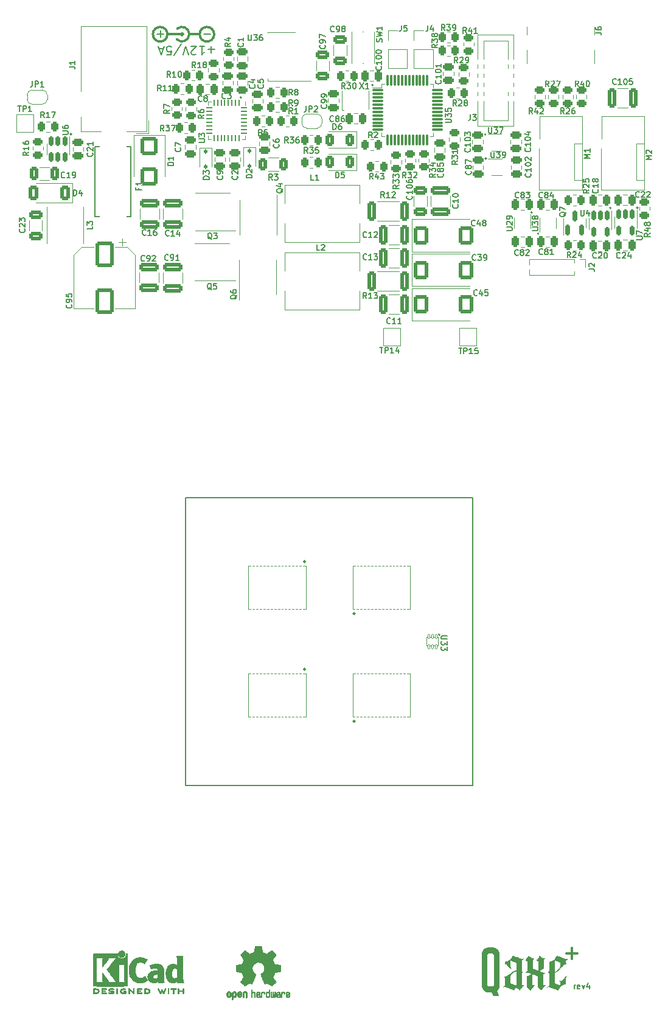
<source format=gto>
G04 #@! TF.GenerationSoftware,KiCad,Pcbnew,8.0.1-8.0.1-1~ubuntu22.04.1*
G04 #@! TF.CreationDate,2024-04-30T21:46:32+02:00*
G04 #@! TF.ProjectId,qaxe,71617865-2e6b-4696-9361-645f70636258,rev?*
G04 #@! TF.SameCoordinates,Original*
G04 #@! TF.FileFunction,Legend,Top*
G04 #@! TF.FilePolarity,Positive*
%FSLAX46Y46*%
G04 Gerber Fmt 4.6, Leading zero omitted, Abs format (unit mm)*
G04 Created by KiCad (PCBNEW 8.0.1-8.0.1-1~ubuntu22.04.1) date 2024-04-30 21:46:32*
%MOMM*%
%LPD*%
G01*
G04 APERTURE LIST*
G04 Aperture macros list*
%AMRoundRect*
0 Rectangle with rounded corners*
0 $1 Rounding radius*
0 $2 $3 $4 $5 $6 $7 $8 $9 X,Y pos of 4 corners*
0 Add a 4 corners polygon primitive as box body*
4,1,4,$2,$3,$4,$5,$6,$7,$8,$9,$2,$3,0*
0 Add four circle primitives for the rounded corners*
1,1,$1+$1,$2,$3*
1,1,$1+$1,$4,$5*
1,1,$1+$1,$6,$7*
1,1,$1+$1,$8,$9*
0 Add four rect primitives between the rounded corners*
20,1,$1+$1,$2,$3,$4,$5,0*
20,1,$1+$1,$4,$5,$6,$7,0*
20,1,$1+$1,$6,$7,$8,$9,0*
20,1,$1+$1,$8,$9,$2,$3,0*%
%AMFreePoly0*
4,1,19,0.500000,-0.750000,0.000000,-0.750000,0.000000,-0.744911,-0.071157,-0.744911,-0.207708,-0.704816,-0.327430,-0.627875,-0.420627,-0.520320,-0.479746,-0.390866,-0.500000,-0.250000,-0.500000,0.250000,-0.479746,0.390866,-0.420627,0.520320,-0.327430,0.627875,-0.207708,0.704816,-0.071157,0.744911,0.000000,0.744911,0.000000,0.750000,0.500000,0.750000,0.500000,-0.750000,0.500000,-0.750000,
$1*%
%AMFreePoly1*
4,1,19,0.000000,0.744911,0.071157,0.744911,0.207708,0.704816,0.327430,0.627875,0.420627,0.520320,0.479746,0.390866,0.500000,0.250000,0.500000,-0.250000,0.479746,-0.390866,0.420627,-0.520320,0.327430,-0.627875,0.207708,-0.704816,0.071157,-0.744911,0.000000,-0.744911,0.000000,-0.750000,-0.500000,-0.750000,-0.500000,0.750000,0.000000,0.750000,0.000000,0.744911,0.000000,0.744911,
$1*%
G04 Aperture macros list end*
%ADD10C,0.204515*%
%ADD11C,0.150000*%
%ADD12C,0.300000*%
%ADD13C,0.200000*%
%ADD14C,0.010000*%
%ADD15C,0.120000*%
%ADD16C,0.050000*%
%ADD17C,0.227485*%
%ADD18C,0.100000*%
%ADD19C,0.000000*%
%ADD20C,0.310000*%
%ADD21C,1.500000*%
%ADD22RoundRect,0.250000X-0.475000X0.250000X-0.475000X-0.250000X0.475000X-0.250000X0.475000X0.250000X0*%
%ADD23RoundRect,0.250000X0.250000X0.475000X-0.250000X0.475000X-0.250000X-0.475000X0.250000X-0.475000X0*%
%ADD24RoundRect,0.250000X0.650000X-0.325000X0.650000X0.325000X-0.650000X0.325000X-0.650000X-0.325000X0*%
%ADD25R,0.221000X0.792000*%
%ADD26RoundRect,0.250000X0.325000X1.100000X-0.325000X1.100000X-0.325000X-1.100000X0.325000X-1.100000X0*%
%ADD27R,3.300000X2.800000*%
%ADD28RoundRect,0.250000X-0.262500X-0.450000X0.262500X-0.450000X0.262500X0.450000X-0.262500X0.450000X0*%
%ADD29RoundRect,0.250000X0.450000X-0.262500X0.450000X0.262500X-0.450000X0.262500X-0.450000X-0.262500X0*%
%ADD30C,0.800000*%
%ADD31C,6.400000*%
%ADD32RoundRect,0.250000X-1.100000X0.325000X-1.100000X-0.325000X1.100000X-0.325000X1.100000X0.325000X0*%
%ADD33RoundRect,0.112500X-0.112500X0.187500X-0.112500X-0.187500X0.112500X-0.187500X0.112500X0.187500X0*%
%ADD34RoundRect,0.250000X-0.450000X0.262500X-0.450000X-0.262500X0.450000X-0.262500X0.450000X0.262500X0*%
%ADD35RoundRect,0.250000X-0.362500X-1.075000X0.362500X-1.075000X0.362500X1.075000X-0.362500X1.075000X0*%
%ADD36RoundRect,0.250000X0.262500X0.450000X-0.262500X0.450000X-0.262500X-0.450000X0.262500X-0.450000X0*%
%ADD37RoundRect,0.250000X0.475000X-0.250000X0.475000X0.250000X-0.475000X0.250000X-0.475000X-0.250000X0*%
%ADD38C,4.000000*%
%ADD39R,0.700000X0.700000*%
%ADD40R,4.510000X4.350000*%
%ADD41RoundRect,0.250000X0.375000X0.625000X-0.375000X0.625000X-0.375000X-0.625000X0.375000X-0.625000X0*%
%ADD42RoundRect,0.250000X-0.900000X1.000000X-0.900000X-1.000000X0.900000X-1.000000X0.900000X1.000000X0*%
%ADD43R,2.000000X2.000000*%
%ADD44R,0.400000X0.650000*%
%ADD45RoundRect,0.250000X-0.325000X-1.100000X0.325000X-1.100000X0.325000X1.100000X-0.325000X1.100000X0*%
%ADD46R,1.700000X1.700000*%
%ADD47O,1.700000X1.700000*%
%ADD48RoundRect,0.150000X-0.150000X0.512500X-0.150000X-0.512500X0.150000X-0.512500X0.150000X0.512500X0*%
%ADD49R,1.000000X1.000000*%
%ADD50O,1.000000X1.000000*%
%ADD51C,1.100000*%
%ADD52R,2.030000X1.730000*%
%ADD53O,2.030000X1.730000*%
%ADD54R,0.650000X0.400000*%
%ADD55RoundRect,0.250000X1.100000X-0.325000X1.100000X0.325000X-1.100000X0.325000X-1.100000X-0.325000X0*%
%ADD56R,4.350000X4.510000*%
%ADD57RoundRect,0.250000X-0.250000X-0.475000X0.250000X-0.475000X0.250000X0.475000X-0.250000X0.475000X0*%
%ADD58RoundRect,0.250000X0.450000X0.800000X-0.450000X0.800000X-0.450000X-0.800000X0.450000X-0.800000X0*%
%ADD59R,1.000000X0.900000*%
%ADD60FreePoly0,180.000000*%
%ADD61FreePoly1,180.000000*%
%ADD62RoundRect,0.250000X-1.000000X1.500000X-1.000000X-1.500000X1.000000X-1.500000X1.000000X1.500000X0*%
%ADD63R,4.000000X1.500000*%
%ADD64RoundRect,0.250000X0.312500X0.625000X-0.312500X0.625000X-0.312500X-0.625000X0.312500X-0.625000X0*%
%ADD65FreePoly0,0.000000*%
%ADD66FreePoly1,0.000000*%
%ADD67RoundRect,0.075000X-0.662500X-0.075000X0.662500X-0.075000X0.662500X0.075000X-0.662500X0.075000X0*%
%ADD68RoundRect,0.075000X-0.075000X-0.662500X0.075000X-0.662500X0.075000X0.662500X-0.075000X0.662500X0*%
%ADD69RoundRect,0.050000X-0.100000X0.285000X-0.100000X-0.285000X0.100000X-0.285000X0.100000X0.285000X0*%
%ADD70R,2.600000X2.600000*%
%ADD71C,2.600000*%
%ADD72R,2.760000X0.650000*%
%ADD73R,3.810000X4.245000*%
%ADD74RoundRect,0.250000X-0.650000X0.325000X-0.650000X-0.325000X0.650000X-0.325000X0.650000X0.325000X0*%
%ADD75RoundRect,0.250000X-0.787500X-1.025000X0.787500X-1.025000X0.787500X1.025000X-0.787500X1.025000X0*%
%ADD76R,2.000000X1.500000*%
%ADD77R,2.000000X3.800000*%
%ADD78RoundRect,0.062500X-0.062500X0.375000X-0.062500X-0.375000X0.062500X-0.375000X0.062500X0.375000X0*%
%ADD79RoundRect,0.062500X-0.375000X0.062500X-0.375000X-0.062500X0.375000X-0.062500X0.375000X0.062500X0*%
%ADD80R,3.450000X3.450000*%
%ADD81RoundRect,0.150000X0.150000X-0.587500X0.150000X0.587500X-0.150000X0.587500X-0.150000X-0.587500X0*%
%ADD82C,0.650000*%
%ADD83R,0.600000X1.150000*%
%ADD84R,0.300000X1.150000*%
%ADD85O,1.000000X2.100000*%
%ADD86O,1.000000X1.800000*%
%ADD87RoundRect,0.250000X0.325000X0.650000X-0.325000X0.650000X-0.325000X-0.650000X0.325000X-0.650000X0*%
G04 APERTURE END LIST*
D10*
X59131857Y-54406800D02*
G75*
G02*
X58927343Y-54406800I-102257J0D01*
G01*
X58927343Y-54406800D02*
G75*
G02*
X59131857Y-54406800I102257J0D01*
G01*
X137973457Y-64643000D02*
G75*
G02*
X137768943Y-64643000I-102257J0D01*
G01*
X137768943Y-64643000D02*
G75*
G02*
X137973457Y-64643000I102257J0D01*
G01*
X116891457Y-57785000D02*
G75*
G02*
X116686943Y-57785000I-102257J0D01*
G01*
X116686943Y-57785000D02*
G75*
G02*
X116891457Y-57785000I102257J0D01*
G01*
X116789857Y-54432200D02*
G75*
G02*
X116585343Y-54432200I-102257J0D01*
G01*
X116585343Y-54432200D02*
G75*
G02*
X116789857Y-54432200I102257J0D01*
G01*
X134239657Y-64668400D02*
G75*
G02*
X134035143Y-64668400I-102257J0D01*
G01*
X134035143Y-64668400D02*
G75*
G02*
X134239657Y-64668400I102257J0D01*
G01*
X110389057Y-124053600D02*
G75*
G02*
X110184543Y-124053600I-102257J0D01*
G01*
X110184543Y-124053600D02*
G75*
G02*
X110389057Y-124053600I102257J0D01*
G01*
X82804657Y-49301400D02*
G75*
G02*
X82600143Y-49301400I-102257J0D01*
G01*
X82600143Y-49301400D02*
G75*
G02*
X82804657Y-49301400I102257J0D01*
G01*
X124181257Y-68247285D02*
G75*
G02*
X123976743Y-68247285I-102257J0D01*
G01*
X123976743Y-68247285D02*
G75*
G02*
X124181257Y-68247285I102257J0D01*
G01*
X123266857Y-65303400D02*
G75*
G02*
X123062343Y-65303400I-102257J0D01*
G01*
X123062343Y-65303400D02*
G75*
G02*
X123266857Y-65303400I102257J0D01*
G01*
X101118057Y-47548800D02*
G75*
G02*
X100913543Y-47548800I-102257J0D01*
G01*
X100913543Y-47548800D02*
G75*
G02*
X101118057Y-47548800I102257J0D01*
G01*
D11*
X75000000Y-105000000D02*
X115000000Y-105000000D01*
X115000000Y-145000000D01*
X75000000Y-145000000D01*
X75000000Y-105000000D01*
X129064160Y-173344295D02*
X129064160Y-172810961D01*
X129064160Y-172963342D02*
X129102255Y-172887152D01*
X129102255Y-172887152D02*
X129140350Y-172849057D01*
X129140350Y-172849057D02*
X129216541Y-172810961D01*
X129216541Y-172810961D02*
X129292731Y-172810961D01*
X129864160Y-173306200D02*
X129787969Y-173344295D01*
X129787969Y-173344295D02*
X129635588Y-173344295D01*
X129635588Y-173344295D02*
X129559398Y-173306200D01*
X129559398Y-173306200D02*
X129521302Y-173230009D01*
X129521302Y-173230009D02*
X129521302Y-172925247D01*
X129521302Y-172925247D02*
X129559398Y-172849057D01*
X129559398Y-172849057D02*
X129635588Y-172810961D01*
X129635588Y-172810961D02*
X129787969Y-172810961D01*
X129787969Y-172810961D02*
X129864160Y-172849057D01*
X129864160Y-172849057D02*
X129902255Y-172925247D01*
X129902255Y-172925247D02*
X129902255Y-173001438D01*
X129902255Y-173001438D02*
X129521302Y-173077628D01*
X130168921Y-172810961D02*
X130359397Y-173344295D01*
X130359397Y-173344295D02*
X130549874Y-172810961D01*
X131197493Y-172810961D02*
X131197493Y-173344295D01*
X131007017Y-172506200D02*
X130816540Y-173077628D01*
X130816540Y-173077628D02*
X131311779Y-173077628D01*
D12*
X127973558Y-168377733D02*
X129497368Y-168377733D01*
X128735463Y-169139638D02*
X128735463Y-167615828D01*
D13*
X79028570Y-42614400D02*
X78114285Y-42614400D01*
X78571427Y-42157257D02*
X78571427Y-43071542D01*
X76914285Y-42157257D02*
X77599999Y-42157257D01*
X77257142Y-42157257D02*
X77257142Y-43357257D01*
X77257142Y-43357257D02*
X77371428Y-43185828D01*
X77371428Y-43185828D02*
X77485713Y-43071542D01*
X77485713Y-43071542D02*
X77599999Y-43014400D01*
X76457142Y-43242971D02*
X76399999Y-43300114D01*
X76399999Y-43300114D02*
X76285714Y-43357257D01*
X76285714Y-43357257D02*
X75999999Y-43357257D01*
X75999999Y-43357257D02*
X75885714Y-43300114D01*
X75885714Y-43300114D02*
X75828571Y-43242971D01*
X75828571Y-43242971D02*
X75771428Y-43128685D01*
X75771428Y-43128685D02*
X75771428Y-43014400D01*
X75771428Y-43014400D02*
X75828571Y-42842971D01*
X75828571Y-42842971D02*
X76514285Y-42157257D01*
X76514285Y-42157257D02*
X75771428Y-42157257D01*
X75428571Y-43357257D02*
X75028571Y-42157257D01*
X75028571Y-42157257D02*
X74628571Y-43357257D01*
X73371428Y-43414400D02*
X74400000Y-41871542D01*
X72400000Y-43357257D02*
X72971428Y-43357257D01*
X72971428Y-43357257D02*
X73028571Y-42785828D01*
X73028571Y-42785828D02*
X72971428Y-42842971D01*
X72971428Y-42842971D02*
X72857143Y-42900114D01*
X72857143Y-42900114D02*
X72571428Y-42900114D01*
X72571428Y-42900114D02*
X72457143Y-42842971D01*
X72457143Y-42842971D02*
X72400000Y-42785828D01*
X72400000Y-42785828D02*
X72342857Y-42671542D01*
X72342857Y-42671542D02*
X72342857Y-42385828D01*
X72342857Y-42385828D02*
X72400000Y-42271542D01*
X72400000Y-42271542D02*
X72457143Y-42214400D01*
X72457143Y-42214400D02*
X72571428Y-42157257D01*
X72571428Y-42157257D02*
X72857143Y-42157257D01*
X72857143Y-42157257D02*
X72971428Y-42214400D01*
X72971428Y-42214400D02*
X73028571Y-42271542D01*
X71885714Y-42500114D02*
X71314286Y-42500114D01*
X72000000Y-42157257D02*
X71600000Y-43357257D01*
X71600000Y-43357257D02*
X71200000Y-42157257D01*
D11*
X114686104Y-59514285D02*
X114724200Y-59552381D01*
X114724200Y-59552381D02*
X114762295Y-59666666D01*
X114762295Y-59666666D02*
X114762295Y-59742857D01*
X114762295Y-59742857D02*
X114724200Y-59857143D01*
X114724200Y-59857143D02*
X114648009Y-59933333D01*
X114648009Y-59933333D02*
X114571819Y-59971428D01*
X114571819Y-59971428D02*
X114419438Y-60009524D01*
X114419438Y-60009524D02*
X114305152Y-60009524D01*
X114305152Y-60009524D02*
X114152771Y-59971428D01*
X114152771Y-59971428D02*
X114076580Y-59933333D01*
X114076580Y-59933333D02*
X114000390Y-59857143D01*
X114000390Y-59857143D02*
X113962295Y-59742857D01*
X113962295Y-59742857D02*
X113962295Y-59666666D01*
X113962295Y-59666666D02*
X114000390Y-59552381D01*
X114000390Y-59552381D02*
X114038485Y-59514285D01*
X114305152Y-59057143D02*
X114267057Y-59133333D01*
X114267057Y-59133333D02*
X114228961Y-59171428D01*
X114228961Y-59171428D02*
X114152771Y-59209524D01*
X114152771Y-59209524D02*
X114114676Y-59209524D01*
X114114676Y-59209524D02*
X114038485Y-59171428D01*
X114038485Y-59171428D02*
X114000390Y-59133333D01*
X114000390Y-59133333D02*
X113962295Y-59057143D01*
X113962295Y-59057143D02*
X113962295Y-58904762D01*
X113962295Y-58904762D02*
X114000390Y-58828571D01*
X114000390Y-58828571D02*
X114038485Y-58790476D01*
X114038485Y-58790476D02*
X114114676Y-58752381D01*
X114114676Y-58752381D02*
X114152771Y-58752381D01*
X114152771Y-58752381D02*
X114228961Y-58790476D01*
X114228961Y-58790476D02*
X114267057Y-58828571D01*
X114267057Y-58828571D02*
X114305152Y-58904762D01*
X114305152Y-58904762D02*
X114305152Y-59057143D01*
X114305152Y-59057143D02*
X114343247Y-59133333D01*
X114343247Y-59133333D02*
X114381342Y-59171428D01*
X114381342Y-59171428D02*
X114457533Y-59209524D01*
X114457533Y-59209524D02*
X114609914Y-59209524D01*
X114609914Y-59209524D02*
X114686104Y-59171428D01*
X114686104Y-59171428D02*
X114724200Y-59133333D01*
X114724200Y-59133333D02*
X114762295Y-59057143D01*
X114762295Y-59057143D02*
X114762295Y-58904762D01*
X114762295Y-58904762D02*
X114724200Y-58828571D01*
X114724200Y-58828571D02*
X114686104Y-58790476D01*
X114686104Y-58790476D02*
X114609914Y-58752381D01*
X114609914Y-58752381D02*
X114457533Y-58752381D01*
X114457533Y-58752381D02*
X114381342Y-58790476D01*
X114381342Y-58790476D02*
X114343247Y-58828571D01*
X114343247Y-58828571D02*
X114305152Y-58904762D01*
X113962295Y-58485714D02*
X113962295Y-57952380D01*
X113962295Y-57952380D02*
X114762295Y-58295238D01*
X132162029Y-71586104D02*
X132123933Y-71624200D01*
X132123933Y-71624200D02*
X132009648Y-71662295D01*
X132009648Y-71662295D02*
X131933457Y-71662295D01*
X131933457Y-71662295D02*
X131819171Y-71624200D01*
X131819171Y-71624200D02*
X131742981Y-71548009D01*
X131742981Y-71548009D02*
X131704886Y-71471819D01*
X131704886Y-71471819D02*
X131666790Y-71319438D01*
X131666790Y-71319438D02*
X131666790Y-71205152D01*
X131666790Y-71205152D02*
X131704886Y-71052771D01*
X131704886Y-71052771D02*
X131742981Y-70976580D01*
X131742981Y-70976580D02*
X131819171Y-70900390D01*
X131819171Y-70900390D02*
X131933457Y-70862295D01*
X131933457Y-70862295D02*
X132009648Y-70862295D01*
X132009648Y-70862295D02*
X132123933Y-70900390D01*
X132123933Y-70900390D02*
X132162029Y-70938485D01*
X132466790Y-70938485D02*
X132504886Y-70900390D01*
X132504886Y-70900390D02*
X132581076Y-70862295D01*
X132581076Y-70862295D02*
X132771552Y-70862295D01*
X132771552Y-70862295D02*
X132847743Y-70900390D01*
X132847743Y-70900390D02*
X132885838Y-70938485D01*
X132885838Y-70938485D02*
X132923933Y-71014676D01*
X132923933Y-71014676D02*
X132923933Y-71090866D01*
X132923933Y-71090866D02*
X132885838Y-71205152D01*
X132885838Y-71205152D02*
X132428695Y-71662295D01*
X132428695Y-71662295D02*
X132923933Y-71662295D01*
X133419172Y-70862295D02*
X133495362Y-70862295D01*
X133495362Y-70862295D02*
X133571553Y-70900390D01*
X133571553Y-70900390D02*
X133609648Y-70938485D01*
X133609648Y-70938485D02*
X133647743Y-71014676D01*
X133647743Y-71014676D02*
X133685838Y-71167057D01*
X133685838Y-71167057D02*
X133685838Y-71357533D01*
X133685838Y-71357533D02*
X133647743Y-71509914D01*
X133647743Y-71509914D02*
X133609648Y-71586104D01*
X133609648Y-71586104D02*
X133571553Y-71624200D01*
X133571553Y-71624200D02*
X133495362Y-71662295D01*
X133495362Y-71662295D02*
X133419172Y-71662295D01*
X133419172Y-71662295D02*
X133342981Y-71624200D01*
X133342981Y-71624200D02*
X133304886Y-71586104D01*
X133304886Y-71586104D02*
X133266791Y-71509914D01*
X133266791Y-71509914D02*
X133228695Y-71357533D01*
X133228695Y-71357533D02*
X133228695Y-71167057D01*
X133228695Y-71167057D02*
X133266791Y-71014676D01*
X133266791Y-71014676D02*
X133304886Y-70938485D01*
X133304886Y-70938485D02*
X133342981Y-70900390D01*
X133342981Y-70900390D02*
X133419172Y-70862295D01*
X52586104Y-67604285D02*
X52624200Y-67642381D01*
X52624200Y-67642381D02*
X52662295Y-67756666D01*
X52662295Y-67756666D02*
X52662295Y-67832857D01*
X52662295Y-67832857D02*
X52624200Y-67947143D01*
X52624200Y-67947143D02*
X52548009Y-68023333D01*
X52548009Y-68023333D02*
X52471819Y-68061428D01*
X52471819Y-68061428D02*
X52319438Y-68099524D01*
X52319438Y-68099524D02*
X52205152Y-68099524D01*
X52205152Y-68099524D02*
X52052771Y-68061428D01*
X52052771Y-68061428D02*
X51976580Y-68023333D01*
X51976580Y-68023333D02*
X51900390Y-67947143D01*
X51900390Y-67947143D02*
X51862295Y-67832857D01*
X51862295Y-67832857D02*
X51862295Y-67756666D01*
X51862295Y-67756666D02*
X51900390Y-67642381D01*
X51900390Y-67642381D02*
X51938485Y-67604285D01*
X51938485Y-67299524D02*
X51900390Y-67261428D01*
X51900390Y-67261428D02*
X51862295Y-67185238D01*
X51862295Y-67185238D02*
X51862295Y-66994762D01*
X51862295Y-66994762D02*
X51900390Y-66918571D01*
X51900390Y-66918571D02*
X51938485Y-66880476D01*
X51938485Y-66880476D02*
X52014676Y-66842381D01*
X52014676Y-66842381D02*
X52090866Y-66842381D01*
X52090866Y-66842381D02*
X52205152Y-66880476D01*
X52205152Y-66880476D02*
X52662295Y-67337619D01*
X52662295Y-67337619D02*
X52662295Y-66842381D01*
X51862295Y-66575714D02*
X51862295Y-66080476D01*
X51862295Y-66080476D02*
X52167057Y-66347142D01*
X52167057Y-66347142D02*
X52167057Y-66232857D01*
X52167057Y-66232857D02*
X52205152Y-66156666D01*
X52205152Y-66156666D02*
X52243247Y-66118571D01*
X52243247Y-66118571D02*
X52319438Y-66080476D01*
X52319438Y-66080476D02*
X52509914Y-66080476D01*
X52509914Y-66080476D02*
X52586104Y-66118571D01*
X52586104Y-66118571D02*
X52624200Y-66156666D01*
X52624200Y-66156666D02*
X52662295Y-66232857D01*
X52662295Y-66232857D02*
X52662295Y-66461428D01*
X52662295Y-66461428D02*
X52624200Y-66537619D01*
X52624200Y-66537619D02*
X52586104Y-66575714D01*
X103485714Y-80686104D02*
X103447618Y-80724200D01*
X103447618Y-80724200D02*
X103333333Y-80762295D01*
X103333333Y-80762295D02*
X103257142Y-80762295D01*
X103257142Y-80762295D02*
X103142856Y-80724200D01*
X103142856Y-80724200D02*
X103066666Y-80648009D01*
X103066666Y-80648009D02*
X103028571Y-80571819D01*
X103028571Y-80571819D02*
X102990475Y-80419438D01*
X102990475Y-80419438D02*
X102990475Y-80305152D01*
X102990475Y-80305152D02*
X103028571Y-80152771D01*
X103028571Y-80152771D02*
X103066666Y-80076580D01*
X103066666Y-80076580D02*
X103142856Y-80000390D01*
X103142856Y-80000390D02*
X103257142Y-79962295D01*
X103257142Y-79962295D02*
X103333333Y-79962295D01*
X103333333Y-79962295D02*
X103447618Y-80000390D01*
X103447618Y-80000390D02*
X103485714Y-80038485D01*
X104247618Y-80762295D02*
X103790475Y-80762295D01*
X104019047Y-80762295D02*
X104019047Y-79962295D01*
X104019047Y-79962295D02*
X103942856Y-80076580D01*
X103942856Y-80076580D02*
X103866666Y-80152771D01*
X103866666Y-80152771D02*
X103790475Y-80190866D01*
X105009523Y-80762295D02*
X104552380Y-80762295D01*
X104780952Y-80762295D02*
X104780952Y-79962295D01*
X104780952Y-79962295D02*
X104704761Y-80076580D01*
X104704761Y-80076580D02*
X104628571Y-80152771D01*
X104628571Y-80152771D02*
X104552380Y-80190866D01*
X92851666Y-60802295D02*
X92470714Y-60802295D01*
X92470714Y-60802295D02*
X92470714Y-60002295D01*
X93537380Y-60802295D02*
X93080237Y-60802295D01*
X93308809Y-60802295D02*
X93308809Y-60002295D01*
X93308809Y-60002295D02*
X93232618Y-60116580D01*
X93232618Y-60116580D02*
X93156428Y-60192771D01*
X93156428Y-60192771D02*
X93080237Y-60230866D01*
X89866667Y-51562295D02*
X89600000Y-51181342D01*
X89409524Y-51562295D02*
X89409524Y-50762295D01*
X89409524Y-50762295D02*
X89714286Y-50762295D01*
X89714286Y-50762295D02*
X89790476Y-50800390D01*
X89790476Y-50800390D02*
X89828571Y-50838485D01*
X89828571Y-50838485D02*
X89866667Y-50914676D01*
X89866667Y-50914676D02*
X89866667Y-51028961D01*
X89866667Y-51028961D02*
X89828571Y-51105152D01*
X89828571Y-51105152D02*
X89790476Y-51143247D01*
X89790476Y-51143247D02*
X89714286Y-51181342D01*
X89714286Y-51181342D02*
X89409524Y-51181342D01*
X90628571Y-51562295D02*
X90171428Y-51562295D01*
X90400000Y-51562295D02*
X90400000Y-50762295D01*
X90400000Y-50762295D02*
X90323809Y-50876580D01*
X90323809Y-50876580D02*
X90247619Y-50952771D01*
X90247619Y-50952771D02*
X90171428Y-50990866D01*
X53162295Y-56891785D02*
X52781342Y-57158452D01*
X53162295Y-57348928D02*
X52362295Y-57348928D01*
X52362295Y-57348928D02*
X52362295Y-57044166D01*
X52362295Y-57044166D02*
X52400390Y-56967976D01*
X52400390Y-56967976D02*
X52438485Y-56929881D01*
X52438485Y-56929881D02*
X52514676Y-56891785D01*
X52514676Y-56891785D02*
X52628961Y-56891785D01*
X52628961Y-56891785D02*
X52705152Y-56929881D01*
X52705152Y-56929881D02*
X52743247Y-56967976D01*
X52743247Y-56967976D02*
X52781342Y-57044166D01*
X52781342Y-57044166D02*
X52781342Y-57348928D01*
X53162295Y-56129881D02*
X53162295Y-56587024D01*
X53162295Y-56358452D02*
X52362295Y-56358452D01*
X52362295Y-56358452D02*
X52476580Y-56434643D01*
X52476580Y-56434643D02*
X52552771Y-56510833D01*
X52552771Y-56510833D02*
X52590866Y-56587024D01*
X52362295Y-55444166D02*
X52362295Y-55596547D01*
X52362295Y-55596547D02*
X52400390Y-55672738D01*
X52400390Y-55672738D02*
X52438485Y-55710833D01*
X52438485Y-55710833D02*
X52552771Y-55787023D01*
X52552771Y-55787023D02*
X52705152Y-55825119D01*
X52705152Y-55825119D02*
X53009914Y-55825119D01*
X53009914Y-55825119D02*
X53086104Y-55787023D01*
X53086104Y-55787023D02*
X53124200Y-55748928D01*
X53124200Y-55748928D02*
X53162295Y-55672738D01*
X53162295Y-55672738D02*
X53162295Y-55520357D01*
X53162295Y-55520357D02*
X53124200Y-55444166D01*
X53124200Y-55444166D02*
X53086104Y-55406071D01*
X53086104Y-55406071D02*
X53009914Y-55367976D01*
X53009914Y-55367976D02*
X52819438Y-55367976D01*
X52819438Y-55367976D02*
X52743247Y-55406071D01*
X52743247Y-55406071D02*
X52705152Y-55444166D01*
X52705152Y-55444166D02*
X52667057Y-55520357D01*
X52667057Y-55520357D02*
X52667057Y-55672738D01*
X52667057Y-55672738D02*
X52705152Y-55748928D01*
X52705152Y-55748928D02*
X52743247Y-55787023D01*
X52743247Y-55787023D02*
X52819438Y-55825119D01*
X55335714Y-52089795D02*
X55069047Y-51708842D01*
X54878571Y-52089795D02*
X54878571Y-51289795D01*
X54878571Y-51289795D02*
X55183333Y-51289795D01*
X55183333Y-51289795D02*
X55259523Y-51327890D01*
X55259523Y-51327890D02*
X55297618Y-51365985D01*
X55297618Y-51365985D02*
X55335714Y-51442176D01*
X55335714Y-51442176D02*
X55335714Y-51556461D01*
X55335714Y-51556461D02*
X55297618Y-51632652D01*
X55297618Y-51632652D02*
X55259523Y-51670747D01*
X55259523Y-51670747D02*
X55183333Y-51708842D01*
X55183333Y-51708842D02*
X54878571Y-51708842D01*
X56097618Y-52089795D02*
X55640475Y-52089795D01*
X55869047Y-52089795D02*
X55869047Y-51289795D01*
X55869047Y-51289795D02*
X55792856Y-51404080D01*
X55792856Y-51404080D02*
X55716666Y-51480271D01*
X55716666Y-51480271D02*
X55640475Y-51518366D01*
X56364285Y-51289795D02*
X56897619Y-51289795D01*
X56897619Y-51289795D02*
X56554761Y-52089795D01*
X72585714Y-71886104D02*
X72547618Y-71924200D01*
X72547618Y-71924200D02*
X72433333Y-71962295D01*
X72433333Y-71962295D02*
X72357142Y-71962295D01*
X72357142Y-71962295D02*
X72242856Y-71924200D01*
X72242856Y-71924200D02*
X72166666Y-71848009D01*
X72166666Y-71848009D02*
X72128571Y-71771819D01*
X72128571Y-71771819D02*
X72090475Y-71619438D01*
X72090475Y-71619438D02*
X72090475Y-71505152D01*
X72090475Y-71505152D02*
X72128571Y-71352771D01*
X72128571Y-71352771D02*
X72166666Y-71276580D01*
X72166666Y-71276580D02*
X72242856Y-71200390D01*
X72242856Y-71200390D02*
X72357142Y-71162295D01*
X72357142Y-71162295D02*
X72433333Y-71162295D01*
X72433333Y-71162295D02*
X72547618Y-71200390D01*
X72547618Y-71200390D02*
X72585714Y-71238485D01*
X72966666Y-71962295D02*
X73119047Y-71962295D01*
X73119047Y-71962295D02*
X73195237Y-71924200D01*
X73195237Y-71924200D02*
X73233333Y-71886104D01*
X73233333Y-71886104D02*
X73309523Y-71771819D01*
X73309523Y-71771819D02*
X73347618Y-71619438D01*
X73347618Y-71619438D02*
X73347618Y-71314676D01*
X73347618Y-71314676D02*
X73309523Y-71238485D01*
X73309523Y-71238485D02*
X73271428Y-71200390D01*
X73271428Y-71200390D02*
X73195237Y-71162295D01*
X73195237Y-71162295D02*
X73042856Y-71162295D01*
X73042856Y-71162295D02*
X72966666Y-71200390D01*
X72966666Y-71200390D02*
X72928571Y-71238485D01*
X72928571Y-71238485D02*
X72890475Y-71314676D01*
X72890475Y-71314676D02*
X72890475Y-71505152D01*
X72890475Y-71505152D02*
X72928571Y-71581342D01*
X72928571Y-71581342D02*
X72966666Y-71619438D01*
X72966666Y-71619438D02*
X73042856Y-71657533D01*
X73042856Y-71657533D02*
X73195237Y-71657533D01*
X73195237Y-71657533D02*
X73271428Y-71619438D01*
X73271428Y-71619438D02*
X73309523Y-71581342D01*
X73309523Y-71581342D02*
X73347618Y-71505152D01*
X74109523Y-71962295D02*
X73652380Y-71962295D01*
X73880952Y-71962295D02*
X73880952Y-71162295D01*
X73880952Y-71162295D02*
X73804761Y-71276580D01*
X73804761Y-71276580D02*
X73728571Y-71352771D01*
X73728571Y-71352771D02*
X73652380Y-71390866D01*
X76385714Y-45162295D02*
X76119047Y-44781342D01*
X75928571Y-45162295D02*
X75928571Y-44362295D01*
X75928571Y-44362295D02*
X76233333Y-44362295D01*
X76233333Y-44362295D02*
X76309523Y-44400390D01*
X76309523Y-44400390D02*
X76347618Y-44438485D01*
X76347618Y-44438485D02*
X76385714Y-44514676D01*
X76385714Y-44514676D02*
X76385714Y-44628961D01*
X76385714Y-44628961D02*
X76347618Y-44705152D01*
X76347618Y-44705152D02*
X76309523Y-44743247D01*
X76309523Y-44743247D02*
X76233333Y-44781342D01*
X76233333Y-44781342D02*
X75928571Y-44781342D01*
X77147618Y-45162295D02*
X76690475Y-45162295D01*
X76919047Y-45162295D02*
X76919047Y-44362295D01*
X76919047Y-44362295D02*
X76842856Y-44476580D01*
X76842856Y-44476580D02*
X76766666Y-44552771D01*
X76766666Y-44552771D02*
X76690475Y-44590866D01*
X77604761Y-44705152D02*
X77528571Y-44667057D01*
X77528571Y-44667057D02*
X77490476Y-44628961D01*
X77490476Y-44628961D02*
X77452380Y-44552771D01*
X77452380Y-44552771D02*
X77452380Y-44514676D01*
X77452380Y-44514676D02*
X77490476Y-44438485D01*
X77490476Y-44438485D02*
X77528571Y-44400390D01*
X77528571Y-44400390D02*
X77604761Y-44362295D01*
X77604761Y-44362295D02*
X77757142Y-44362295D01*
X77757142Y-44362295D02*
X77833333Y-44400390D01*
X77833333Y-44400390D02*
X77871428Y-44438485D01*
X77871428Y-44438485D02*
X77909523Y-44514676D01*
X77909523Y-44514676D02*
X77909523Y-44552771D01*
X77909523Y-44552771D02*
X77871428Y-44628961D01*
X77871428Y-44628961D02*
X77833333Y-44667057D01*
X77833333Y-44667057D02*
X77757142Y-44705152D01*
X77757142Y-44705152D02*
X77604761Y-44705152D01*
X77604761Y-44705152D02*
X77528571Y-44743247D01*
X77528571Y-44743247D02*
X77490476Y-44781342D01*
X77490476Y-44781342D02*
X77452380Y-44857533D01*
X77452380Y-44857533D02*
X77452380Y-45009914D01*
X77452380Y-45009914D02*
X77490476Y-45086104D01*
X77490476Y-45086104D02*
X77528571Y-45124200D01*
X77528571Y-45124200D02*
X77604761Y-45162295D01*
X77604761Y-45162295D02*
X77757142Y-45162295D01*
X77757142Y-45162295D02*
X77833333Y-45124200D01*
X77833333Y-45124200D02*
X77871428Y-45086104D01*
X77871428Y-45086104D02*
X77909523Y-45009914D01*
X77909523Y-45009914D02*
X77909523Y-44857533D01*
X77909523Y-44857533D02*
X77871428Y-44781342D01*
X77871428Y-44781342D02*
X77833333Y-44743247D01*
X77833333Y-44743247D02*
X77757142Y-44705152D01*
X138145714Y-63096104D02*
X138107618Y-63134200D01*
X138107618Y-63134200D02*
X137993333Y-63172295D01*
X137993333Y-63172295D02*
X137917142Y-63172295D01*
X137917142Y-63172295D02*
X137802856Y-63134200D01*
X137802856Y-63134200D02*
X137726666Y-63058009D01*
X137726666Y-63058009D02*
X137688571Y-62981819D01*
X137688571Y-62981819D02*
X137650475Y-62829438D01*
X137650475Y-62829438D02*
X137650475Y-62715152D01*
X137650475Y-62715152D02*
X137688571Y-62562771D01*
X137688571Y-62562771D02*
X137726666Y-62486580D01*
X137726666Y-62486580D02*
X137802856Y-62410390D01*
X137802856Y-62410390D02*
X137917142Y-62372295D01*
X137917142Y-62372295D02*
X137993333Y-62372295D01*
X137993333Y-62372295D02*
X138107618Y-62410390D01*
X138107618Y-62410390D02*
X138145714Y-62448485D01*
X138450475Y-62448485D02*
X138488571Y-62410390D01*
X138488571Y-62410390D02*
X138564761Y-62372295D01*
X138564761Y-62372295D02*
X138755237Y-62372295D01*
X138755237Y-62372295D02*
X138831428Y-62410390D01*
X138831428Y-62410390D02*
X138869523Y-62448485D01*
X138869523Y-62448485D02*
X138907618Y-62524676D01*
X138907618Y-62524676D02*
X138907618Y-62600866D01*
X138907618Y-62600866D02*
X138869523Y-62715152D01*
X138869523Y-62715152D02*
X138412380Y-63172295D01*
X138412380Y-63172295D02*
X138907618Y-63172295D01*
X139212380Y-62448485D02*
X139250476Y-62410390D01*
X139250476Y-62410390D02*
X139326666Y-62372295D01*
X139326666Y-62372295D02*
X139517142Y-62372295D01*
X139517142Y-62372295D02*
X139593333Y-62410390D01*
X139593333Y-62410390D02*
X139631428Y-62448485D01*
X139631428Y-62448485D02*
X139669523Y-62524676D01*
X139669523Y-62524676D02*
X139669523Y-62600866D01*
X139669523Y-62600866D02*
X139631428Y-62715152D01*
X139631428Y-62715152D02*
X139174285Y-63172295D01*
X139174285Y-63172295D02*
X139669523Y-63172295D01*
X80086104Y-60233332D02*
X80124200Y-60271428D01*
X80124200Y-60271428D02*
X80162295Y-60385713D01*
X80162295Y-60385713D02*
X80162295Y-60461904D01*
X80162295Y-60461904D02*
X80124200Y-60576190D01*
X80124200Y-60576190D02*
X80048009Y-60652380D01*
X80048009Y-60652380D02*
X79971819Y-60690475D01*
X79971819Y-60690475D02*
X79819438Y-60728571D01*
X79819438Y-60728571D02*
X79705152Y-60728571D01*
X79705152Y-60728571D02*
X79552771Y-60690475D01*
X79552771Y-60690475D02*
X79476580Y-60652380D01*
X79476580Y-60652380D02*
X79400390Y-60576190D01*
X79400390Y-60576190D02*
X79362295Y-60461904D01*
X79362295Y-60461904D02*
X79362295Y-60385713D01*
X79362295Y-60385713D02*
X79400390Y-60271428D01*
X79400390Y-60271428D02*
X79438485Y-60233332D01*
X80162295Y-59852380D02*
X80162295Y-59699999D01*
X80162295Y-59699999D02*
X80124200Y-59623809D01*
X80124200Y-59623809D02*
X80086104Y-59585713D01*
X80086104Y-59585713D02*
X79971819Y-59509523D01*
X79971819Y-59509523D02*
X79819438Y-59471428D01*
X79819438Y-59471428D02*
X79514676Y-59471428D01*
X79514676Y-59471428D02*
X79438485Y-59509523D01*
X79438485Y-59509523D02*
X79400390Y-59547618D01*
X79400390Y-59547618D02*
X79362295Y-59623809D01*
X79362295Y-59623809D02*
X79362295Y-59776190D01*
X79362295Y-59776190D02*
X79400390Y-59852380D01*
X79400390Y-59852380D02*
X79438485Y-59890475D01*
X79438485Y-59890475D02*
X79514676Y-59928571D01*
X79514676Y-59928571D02*
X79705152Y-59928571D01*
X79705152Y-59928571D02*
X79781342Y-59890475D01*
X79781342Y-59890475D02*
X79819438Y-59852380D01*
X79819438Y-59852380D02*
X79857533Y-59776190D01*
X79857533Y-59776190D02*
X79857533Y-59623809D01*
X79857533Y-59623809D02*
X79819438Y-59547618D01*
X79819438Y-59547618D02*
X79781342Y-59509523D01*
X79781342Y-59509523D02*
X79705152Y-59471428D01*
X114085714Y-40362295D02*
X113819047Y-39981342D01*
X113628571Y-40362295D02*
X113628571Y-39562295D01*
X113628571Y-39562295D02*
X113933333Y-39562295D01*
X113933333Y-39562295D02*
X114009523Y-39600390D01*
X114009523Y-39600390D02*
X114047618Y-39638485D01*
X114047618Y-39638485D02*
X114085714Y-39714676D01*
X114085714Y-39714676D02*
X114085714Y-39828961D01*
X114085714Y-39828961D02*
X114047618Y-39905152D01*
X114047618Y-39905152D02*
X114009523Y-39943247D01*
X114009523Y-39943247D02*
X113933333Y-39981342D01*
X113933333Y-39981342D02*
X113628571Y-39981342D01*
X114771428Y-39828961D02*
X114771428Y-40362295D01*
X114580952Y-39524200D02*
X114390475Y-40095628D01*
X114390475Y-40095628D02*
X114885714Y-40095628D01*
X115609523Y-40362295D02*
X115152380Y-40362295D01*
X115380952Y-40362295D02*
X115380952Y-39562295D01*
X115380952Y-39562295D02*
X115304761Y-39676580D01*
X115304761Y-39676580D02*
X115228571Y-39752771D01*
X115228571Y-39752771D02*
X115152380Y-39790866D01*
X84262295Y-60490475D02*
X83462295Y-60490475D01*
X83462295Y-60490475D02*
X83462295Y-60299999D01*
X83462295Y-60299999D02*
X83500390Y-60185713D01*
X83500390Y-60185713D02*
X83576580Y-60109523D01*
X83576580Y-60109523D02*
X83652771Y-60071428D01*
X83652771Y-60071428D02*
X83805152Y-60033332D01*
X83805152Y-60033332D02*
X83919438Y-60033332D01*
X83919438Y-60033332D02*
X84071819Y-60071428D01*
X84071819Y-60071428D02*
X84148009Y-60109523D01*
X84148009Y-60109523D02*
X84224200Y-60185713D01*
X84224200Y-60185713D02*
X84262295Y-60299999D01*
X84262295Y-60299999D02*
X84262295Y-60490475D01*
X83538485Y-59728571D02*
X83500390Y-59690475D01*
X83500390Y-59690475D02*
X83462295Y-59614285D01*
X83462295Y-59614285D02*
X83462295Y-59423809D01*
X83462295Y-59423809D02*
X83500390Y-59347618D01*
X83500390Y-59347618D02*
X83538485Y-59309523D01*
X83538485Y-59309523D02*
X83614676Y-59271428D01*
X83614676Y-59271428D02*
X83690866Y-59271428D01*
X83690866Y-59271428D02*
X83805152Y-59309523D01*
X83805152Y-59309523D02*
X84262295Y-59766666D01*
X84262295Y-59766666D02*
X84262295Y-59271428D01*
X112885714Y-44462295D02*
X112619047Y-44081342D01*
X112428571Y-44462295D02*
X112428571Y-43662295D01*
X112428571Y-43662295D02*
X112733333Y-43662295D01*
X112733333Y-43662295D02*
X112809523Y-43700390D01*
X112809523Y-43700390D02*
X112847618Y-43738485D01*
X112847618Y-43738485D02*
X112885714Y-43814676D01*
X112885714Y-43814676D02*
X112885714Y-43928961D01*
X112885714Y-43928961D02*
X112847618Y-44005152D01*
X112847618Y-44005152D02*
X112809523Y-44043247D01*
X112809523Y-44043247D02*
X112733333Y-44081342D01*
X112733333Y-44081342D02*
X112428571Y-44081342D01*
X113190475Y-43738485D02*
X113228571Y-43700390D01*
X113228571Y-43700390D02*
X113304761Y-43662295D01*
X113304761Y-43662295D02*
X113495237Y-43662295D01*
X113495237Y-43662295D02*
X113571428Y-43700390D01*
X113571428Y-43700390D02*
X113609523Y-43738485D01*
X113609523Y-43738485D02*
X113647618Y-43814676D01*
X113647618Y-43814676D02*
X113647618Y-43890866D01*
X113647618Y-43890866D02*
X113609523Y-44005152D01*
X113609523Y-44005152D02*
X113152380Y-44462295D01*
X113152380Y-44462295D02*
X113647618Y-44462295D01*
X114028571Y-44462295D02*
X114180952Y-44462295D01*
X114180952Y-44462295D02*
X114257142Y-44424200D01*
X114257142Y-44424200D02*
X114295238Y-44386104D01*
X114295238Y-44386104D02*
X114371428Y-44271819D01*
X114371428Y-44271819D02*
X114409523Y-44119438D01*
X114409523Y-44119438D02*
X114409523Y-43814676D01*
X114409523Y-43814676D02*
X114371428Y-43738485D01*
X114371428Y-43738485D02*
X114333333Y-43700390D01*
X114333333Y-43700390D02*
X114257142Y-43662295D01*
X114257142Y-43662295D02*
X114104761Y-43662295D01*
X114104761Y-43662295D02*
X114028571Y-43700390D01*
X114028571Y-43700390D02*
X113990476Y-43738485D01*
X113990476Y-43738485D02*
X113952380Y-43814676D01*
X113952380Y-43814676D02*
X113952380Y-44005152D01*
X113952380Y-44005152D02*
X113990476Y-44081342D01*
X113990476Y-44081342D02*
X114028571Y-44119438D01*
X114028571Y-44119438D02*
X114104761Y-44157533D01*
X114104761Y-44157533D02*
X114257142Y-44157533D01*
X114257142Y-44157533D02*
X114333333Y-44119438D01*
X114333333Y-44119438D02*
X114371428Y-44081342D01*
X114371428Y-44081342D02*
X114409523Y-44005152D01*
X102673214Y-63227295D02*
X102406547Y-62846342D01*
X102216071Y-63227295D02*
X102216071Y-62427295D01*
X102216071Y-62427295D02*
X102520833Y-62427295D01*
X102520833Y-62427295D02*
X102597023Y-62465390D01*
X102597023Y-62465390D02*
X102635118Y-62503485D01*
X102635118Y-62503485D02*
X102673214Y-62579676D01*
X102673214Y-62579676D02*
X102673214Y-62693961D01*
X102673214Y-62693961D02*
X102635118Y-62770152D01*
X102635118Y-62770152D02*
X102597023Y-62808247D01*
X102597023Y-62808247D02*
X102520833Y-62846342D01*
X102520833Y-62846342D02*
X102216071Y-62846342D01*
X103435118Y-63227295D02*
X102977975Y-63227295D01*
X103206547Y-63227295D02*
X103206547Y-62427295D01*
X103206547Y-62427295D02*
X103130356Y-62541580D01*
X103130356Y-62541580D02*
X103054166Y-62617771D01*
X103054166Y-62617771D02*
X102977975Y-62655866D01*
X103739880Y-62503485D02*
X103777976Y-62465390D01*
X103777976Y-62465390D02*
X103854166Y-62427295D01*
X103854166Y-62427295D02*
X104044642Y-62427295D01*
X104044642Y-62427295D02*
X104120833Y-62465390D01*
X104120833Y-62465390D02*
X104158928Y-62503485D01*
X104158928Y-62503485D02*
X104197023Y-62579676D01*
X104197023Y-62579676D02*
X104197023Y-62655866D01*
X104197023Y-62655866D02*
X104158928Y-62770152D01*
X104158928Y-62770152D02*
X103701785Y-63227295D01*
X103701785Y-63227295D02*
X104197023Y-63227295D01*
D13*
X71947707Y-40464400D02*
X71033422Y-40464400D01*
X71490564Y-40007257D02*
X71490564Y-40921542D01*
X78457707Y-40474400D02*
X77543422Y-40474400D01*
D11*
X85786104Y-47533332D02*
X85824200Y-47571428D01*
X85824200Y-47571428D02*
X85862295Y-47685713D01*
X85862295Y-47685713D02*
X85862295Y-47761904D01*
X85862295Y-47761904D02*
X85824200Y-47876190D01*
X85824200Y-47876190D02*
X85748009Y-47952380D01*
X85748009Y-47952380D02*
X85671819Y-47990475D01*
X85671819Y-47990475D02*
X85519438Y-48028571D01*
X85519438Y-48028571D02*
X85405152Y-48028571D01*
X85405152Y-48028571D02*
X85252771Y-47990475D01*
X85252771Y-47990475D02*
X85176580Y-47952380D01*
X85176580Y-47952380D02*
X85100390Y-47876190D01*
X85100390Y-47876190D02*
X85062295Y-47761904D01*
X85062295Y-47761904D02*
X85062295Y-47685713D01*
X85062295Y-47685713D02*
X85100390Y-47571428D01*
X85100390Y-47571428D02*
X85138485Y-47533332D01*
X85062295Y-46809523D02*
X85062295Y-47190475D01*
X85062295Y-47190475D02*
X85443247Y-47228571D01*
X85443247Y-47228571D02*
X85405152Y-47190475D01*
X85405152Y-47190475D02*
X85367057Y-47114285D01*
X85367057Y-47114285D02*
X85367057Y-46923809D01*
X85367057Y-46923809D02*
X85405152Y-46847618D01*
X85405152Y-46847618D02*
X85443247Y-46809523D01*
X85443247Y-46809523D02*
X85519438Y-46771428D01*
X85519438Y-46771428D02*
X85709914Y-46771428D01*
X85709914Y-46771428D02*
X85786104Y-46809523D01*
X85786104Y-46809523D02*
X85824200Y-46847618D01*
X85824200Y-46847618D02*
X85862295Y-46923809D01*
X85862295Y-46923809D02*
X85862295Y-47114285D01*
X85862295Y-47114285D02*
X85824200Y-47190475D01*
X85824200Y-47190475D02*
X85786104Y-47228571D01*
X85646167Y-54582295D02*
X85379500Y-54201342D01*
X85189024Y-54582295D02*
X85189024Y-53782295D01*
X85189024Y-53782295D02*
X85493786Y-53782295D01*
X85493786Y-53782295D02*
X85569976Y-53820390D01*
X85569976Y-53820390D02*
X85608071Y-53858485D01*
X85608071Y-53858485D02*
X85646167Y-53934676D01*
X85646167Y-53934676D02*
X85646167Y-54048961D01*
X85646167Y-54048961D02*
X85608071Y-54125152D01*
X85608071Y-54125152D02*
X85569976Y-54163247D01*
X85569976Y-54163247D02*
X85493786Y-54201342D01*
X85493786Y-54201342D02*
X85189024Y-54201342D01*
X86369976Y-53782295D02*
X85989024Y-53782295D01*
X85989024Y-53782295D02*
X85950928Y-54163247D01*
X85950928Y-54163247D02*
X85989024Y-54125152D01*
X85989024Y-54125152D02*
X86065214Y-54087057D01*
X86065214Y-54087057D02*
X86255690Y-54087057D01*
X86255690Y-54087057D02*
X86331881Y-54125152D01*
X86331881Y-54125152D02*
X86369976Y-54163247D01*
X86369976Y-54163247D02*
X86408071Y-54239438D01*
X86408071Y-54239438D02*
X86408071Y-54429914D01*
X86408071Y-54429914D02*
X86369976Y-54506104D01*
X86369976Y-54506104D02*
X86331881Y-54544200D01*
X86331881Y-54544200D02*
X86255690Y-54582295D01*
X86255690Y-54582295D02*
X86065214Y-54582295D01*
X86065214Y-54582295D02*
X85989024Y-54544200D01*
X85989024Y-54544200D02*
X85950928Y-54506104D01*
X110486104Y-46895237D02*
X110524200Y-46933333D01*
X110524200Y-46933333D02*
X110562295Y-47047618D01*
X110562295Y-47047618D02*
X110562295Y-47123809D01*
X110562295Y-47123809D02*
X110524200Y-47238095D01*
X110524200Y-47238095D02*
X110448009Y-47314285D01*
X110448009Y-47314285D02*
X110371819Y-47352380D01*
X110371819Y-47352380D02*
X110219438Y-47390476D01*
X110219438Y-47390476D02*
X110105152Y-47390476D01*
X110105152Y-47390476D02*
X109952771Y-47352380D01*
X109952771Y-47352380D02*
X109876580Y-47314285D01*
X109876580Y-47314285D02*
X109800390Y-47238095D01*
X109800390Y-47238095D02*
X109762295Y-47123809D01*
X109762295Y-47123809D02*
X109762295Y-47047618D01*
X109762295Y-47047618D02*
X109800390Y-46933333D01*
X109800390Y-46933333D02*
X109838485Y-46895237D01*
X110562295Y-46133333D02*
X110562295Y-46590476D01*
X110562295Y-46361904D02*
X109762295Y-46361904D01*
X109762295Y-46361904D02*
X109876580Y-46438095D01*
X109876580Y-46438095D02*
X109952771Y-46514285D01*
X109952771Y-46514285D02*
X109990866Y-46590476D01*
X109762295Y-45638094D02*
X109762295Y-45561904D01*
X109762295Y-45561904D02*
X109800390Y-45485713D01*
X109800390Y-45485713D02*
X109838485Y-45447618D01*
X109838485Y-45447618D02*
X109914676Y-45409523D01*
X109914676Y-45409523D02*
X110067057Y-45371428D01*
X110067057Y-45371428D02*
X110257533Y-45371428D01*
X110257533Y-45371428D02*
X110409914Y-45409523D01*
X110409914Y-45409523D02*
X110486104Y-45447618D01*
X110486104Y-45447618D02*
X110524200Y-45485713D01*
X110524200Y-45485713D02*
X110562295Y-45561904D01*
X110562295Y-45561904D02*
X110562295Y-45638094D01*
X110562295Y-45638094D02*
X110524200Y-45714285D01*
X110524200Y-45714285D02*
X110486104Y-45752380D01*
X110486104Y-45752380D02*
X110409914Y-45790475D01*
X110409914Y-45790475D02*
X110257533Y-45828571D01*
X110257533Y-45828571D02*
X110067057Y-45828571D01*
X110067057Y-45828571D02*
X109914676Y-45790475D01*
X109914676Y-45790475D02*
X109838485Y-45752380D01*
X109838485Y-45752380D02*
X109800390Y-45714285D01*
X109800390Y-45714285D02*
X109762295Y-45638094D01*
X110562295Y-44609523D02*
X110562295Y-45066666D01*
X110562295Y-44838094D02*
X109762295Y-44838094D01*
X109762295Y-44838094D02*
X109876580Y-44914285D01*
X109876580Y-44914285D02*
X109952771Y-44990475D01*
X109952771Y-44990475D02*
X109990866Y-45066666D01*
X110062295Y-41914285D02*
X109681342Y-42180952D01*
X110062295Y-42371428D02*
X109262295Y-42371428D01*
X109262295Y-42371428D02*
X109262295Y-42066666D01*
X109262295Y-42066666D02*
X109300390Y-41990476D01*
X109300390Y-41990476D02*
X109338485Y-41952381D01*
X109338485Y-41952381D02*
X109414676Y-41914285D01*
X109414676Y-41914285D02*
X109528961Y-41914285D01*
X109528961Y-41914285D02*
X109605152Y-41952381D01*
X109605152Y-41952381D02*
X109643247Y-41990476D01*
X109643247Y-41990476D02*
X109681342Y-42066666D01*
X109681342Y-42066666D02*
X109681342Y-42371428D01*
X109262295Y-41647619D02*
X109262295Y-41152381D01*
X109262295Y-41152381D02*
X109567057Y-41419047D01*
X109567057Y-41419047D02*
X109567057Y-41304762D01*
X109567057Y-41304762D02*
X109605152Y-41228571D01*
X109605152Y-41228571D02*
X109643247Y-41190476D01*
X109643247Y-41190476D02*
X109719438Y-41152381D01*
X109719438Y-41152381D02*
X109909914Y-41152381D01*
X109909914Y-41152381D02*
X109986104Y-41190476D01*
X109986104Y-41190476D02*
X110024200Y-41228571D01*
X110024200Y-41228571D02*
X110062295Y-41304762D01*
X110062295Y-41304762D02*
X110062295Y-41533333D01*
X110062295Y-41533333D02*
X110024200Y-41609524D01*
X110024200Y-41609524D02*
X109986104Y-41647619D01*
X109605152Y-40695238D02*
X109567057Y-40771428D01*
X109567057Y-40771428D02*
X109528961Y-40809523D01*
X109528961Y-40809523D02*
X109452771Y-40847619D01*
X109452771Y-40847619D02*
X109414676Y-40847619D01*
X109414676Y-40847619D02*
X109338485Y-40809523D01*
X109338485Y-40809523D02*
X109300390Y-40771428D01*
X109300390Y-40771428D02*
X109262295Y-40695238D01*
X109262295Y-40695238D02*
X109262295Y-40542857D01*
X109262295Y-40542857D02*
X109300390Y-40466666D01*
X109300390Y-40466666D02*
X109338485Y-40428571D01*
X109338485Y-40428571D02*
X109414676Y-40390476D01*
X109414676Y-40390476D02*
X109452771Y-40390476D01*
X109452771Y-40390476D02*
X109528961Y-40428571D01*
X109528961Y-40428571D02*
X109567057Y-40466666D01*
X109567057Y-40466666D02*
X109605152Y-40542857D01*
X109605152Y-40542857D02*
X109605152Y-40695238D01*
X109605152Y-40695238D02*
X109643247Y-40771428D01*
X109643247Y-40771428D02*
X109681342Y-40809523D01*
X109681342Y-40809523D02*
X109757533Y-40847619D01*
X109757533Y-40847619D02*
X109909914Y-40847619D01*
X109909914Y-40847619D02*
X109986104Y-40809523D01*
X109986104Y-40809523D02*
X110024200Y-40771428D01*
X110024200Y-40771428D02*
X110062295Y-40695238D01*
X110062295Y-40695238D02*
X110062295Y-40542857D01*
X110062295Y-40542857D02*
X110024200Y-40466666D01*
X110024200Y-40466666D02*
X109986104Y-40428571D01*
X109986104Y-40428571D02*
X109909914Y-40390476D01*
X109909914Y-40390476D02*
X109757533Y-40390476D01*
X109757533Y-40390476D02*
X109681342Y-40428571D01*
X109681342Y-40428571D02*
X109643247Y-40466666D01*
X109643247Y-40466666D02*
X109605152Y-40542857D01*
X82138485Y-76776190D02*
X82100390Y-76852380D01*
X82100390Y-76852380D02*
X82024200Y-76928571D01*
X82024200Y-76928571D02*
X81909914Y-77042857D01*
X81909914Y-77042857D02*
X81871819Y-77119047D01*
X81871819Y-77119047D02*
X81871819Y-77195238D01*
X82062295Y-77157142D02*
X82024200Y-77233333D01*
X82024200Y-77233333D02*
X81948009Y-77309523D01*
X81948009Y-77309523D02*
X81795628Y-77347619D01*
X81795628Y-77347619D02*
X81528961Y-77347619D01*
X81528961Y-77347619D02*
X81376580Y-77309523D01*
X81376580Y-77309523D02*
X81300390Y-77233333D01*
X81300390Y-77233333D02*
X81262295Y-77157142D01*
X81262295Y-77157142D02*
X81262295Y-77004761D01*
X81262295Y-77004761D02*
X81300390Y-76928571D01*
X81300390Y-76928571D02*
X81376580Y-76852380D01*
X81376580Y-76852380D02*
X81528961Y-76814285D01*
X81528961Y-76814285D02*
X81795628Y-76814285D01*
X81795628Y-76814285D02*
X81948009Y-76852380D01*
X81948009Y-76852380D02*
X82024200Y-76928571D01*
X82024200Y-76928571D02*
X82062295Y-77004761D01*
X82062295Y-77004761D02*
X82062295Y-77157142D01*
X81262295Y-76128571D02*
X81262295Y-76280952D01*
X81262295Y-76280952D02*
X81300390Y-76357143D01*
X81300390Y-76357143D02*
X81338485Y-76395238D01*
X81338485Y-76395238D02*
X81452771Y-76471428D01*
X81452771Y-76471428D02*
X81605152Y-76509524D01*
X81605152Y-76509524D02*
X81909914Y-76509524D01*
X81909914Y-76509524D02*
X81986104Y-76471428D01*
X81986104Y-76471428D02*
X82024200Y-76433333D01*
X82024200Y-76433333D02*
X82062295Y-76357143D01*
X82062295Y-76357143D02*
X82062295Y-76204762D01*
X82062295Y-76204762D02*
X82024200Y-76128571D01*
X82024200Y-76128571D02*
X81986104Y-76090476D01*
X81986104Y-76090476D02*
X81909914Y-76052381D01*
X81909914Y-76052381D02*
X81719438Y-76052381D01*
X81719438Y-76052381D02*
X81643247Y-76090476D01*
X81643247Y-76090476D02*
X81605152Y-76128571D01*
X81605152Y-76128571D02*
X81567057Y-76204762D01*
X81567057Y-76204762D02*
X81567057Y-76357143D01*
X81567057Y-76357143D02*
X81605152Y-76433333D01*
X81605152Y-76433333D02*
X81643247Y-76471428D01*
X81643247Y-76471428D02*
X81719438Y-76509524D01*
X95909524Y-60475295D02*
X95909524Y-59675295D01*
X95909524Y-59675295D02*
X96100000Y-59675295D01*
X96100000Y-59675295D02*
X96214286Y-59713390D01*
X96214286Y-59713390D02*
X96290476Y-59789580D01*
X96290476Y-59789580D02*
X96328571Y-59865771D01*
X96328571Y-59865771D02*
X96366667Y-60018152D01*
X96366667Y-60018152D02*
X96366667Y-60132438D01*
X96366667Y-60132438D02*
X96328571Y-60284819D01*
X96328571Y-60284819D02*
X96290476Y-60361009D01*
X96290476Y-60361009D02*
X96214286Y-60437200D01*
X96214286Y-60437200D02*
X96100000Y-60475295D01*
X96100000Y-60475295D02*
X95909524Y-60475295D01*
X97090476Y-59675295D02*
X96709524Y-59675295D01*
X96709524Y-59675295D02*
X96671428Y-60056247D01*
X96671428Y-60056247D02*
X96709524Y-60018152D01*
X96709524Y-60018152D02*
X96785714Y-59980057D01*
X96785714Y-59980057D02*
X96976190Y-59980057D01*
X96976190Y-59980057D02*
X97052381Y-60018152D01*
X97052381Y-60018152D02*
X97090476Y-60056247D01*
X97090476Y-60056247D02*
X97128571Y-60132438D01*
X97128571Y-60132438D02*
X97128571Y-60322914D01*
X97128571Y-60322914D02*
X97090476Y-60399104D01*
X97090476Y-60399104D02*
X97052381Y-60437200D01*
X97052381Y-60437200D02*
X96976190Y-60475295D01*
X96976190Y-60475295D02*
X96785714Y-60475295D01*
X96785714Y-60475295D02*
X96709524Y-60437200D01*
X96709524Y-60437200D02*
X96671428Y-60399104D01*
X122931104Y-56348237D02*
X122969200Y-56386333D01*
X122969200Y-56386333D02*
X123007295Y-56500618D01*
X123007295Y-56500618D02*
X123007295Y-56576809D01*
X123007295Y-56576809D02*
X122969200Y-56691095D01*
X122969200Y-56691095D02*
X122893009Y-56767285D01*
X122893009Y-56767285D02*
X122816819Y-56805380D01*
X122816819Y-56805380D02*
X122664438Y-56843476D01*
X122664438Y-56843476D02*
X122550152Y-56843476D01*
X122550152Y-56843476D02*
X122397771Y-56805380D01*
X122397771Y-56805380D02*
X122321580Y-56767285D01*
X122321580Y-56767285D02*
X122245390Y-56691095D01*
X122245390Y-56691095D02*
X122207295Y-56576809D01*
X122207295Y-56576809D02*
X122207295Y-56500618D01*
X122207295Y-56500618D02*
X122245390Y-56386333D01*
X122245390Y-56386333D02*
X122283485Y-56348237D01*
X123007295Y-55586333D02*
X123007295Y-56043476D01*
X123007295Y-55814904D02*
X122207295Y-55814904D01*
X122207295Y-55814904D02*
X122321580Y-55891095D01*
X122321580Y-55891095D02*
X122397771Y-55967285D01*
X122397771Y-55967285D02*
X122435866Y-56043476D01*
X122207295Y-55091094D02*
X122207295Y-55014904D01*
X122207295Y-55014904D02*
X122245390Y-54938713D01*
X122245390Y-54938713D02*
X122283485Y-54900618D01*
X122283485Y-54900618D02*
X122359676Y-54862523D01*
X122359676Y-54862523D02*
X122512057Y-54824428D01*
X122512057Y-54824428D02*
X122702533Y-54824428D01*
X122702533Y-54824428D02*
X122854914Y-54862523D01*
X122854914Y-54862523D02*
X122931104Y-54900618D01*
X122931104Y-54900618D02*
X122969200Y-54938713D01*
X122969200Y-54938713D02*
X123007295Y-55014904D01*
X123007295Y-55014904D02*
X123007295Y-55091094D01*
X123007295Y-55091094D02*
X122969200Y-55167285D01*
X122969200Y-55167285D02*
X122931104Y-55205380D01*
X122931104Y-55205380D02*
X122854914Y-55243475D01*
X122854914Y-55243475D02*
X122702533Y-55281571D01*
X122702533Y-55281571D02*
X122512057Y-55281571D01*
X122512057Y-55281571D02*
X122359676Y-55243475D01*
X122359676Y-55243475D02*
X122283485Y-55205380D01*
X122283485Y-55205380D02*
X122245390Y-55167285D01*
X122245390Y-55167285D02*
X122207295Y-55091094D01*
X122473961Y-54138713D02*
X123007295Y-54138713D01*
X122169200Y-54329189D02*
X122740628Y-54519666D01*
X122740628Y-54519666D02*
X122740628Y-54024427D01*
X73322295Y-58760475D02*
X72522295Y-58760475D01*
X72522295Y-58760475D02*
X72522295Y-58569999D01*
X72522295Y-58569999D02*
X72560390Y-58455713D01*
X72560390Y-58455713D02*
X72636580Y-58379523D01*
X72636580Y-58379523D02*
X72712771Y-58341428D01*
X72712771Y-58341428D02*
X72865152Y-58303332D01*
X72865152Y-58303332D02*
X72979438Y-58303332D01*
X72979438Y-58303332D02*
X73131819Y-58341428D01*
X73131819Y-58341428D02*
X73208009Y-58379523D01*
X73208009Y-58379523D02*
X73284200Y-58455713D01*
X73284200Y-58455713D02*
X73322295Y-58569999D01*
X73322295Y-58569999D02*
X73322295Y-58760475D01*
X73322295Y-57541428D02*
X73322295Y-57998571D01*
X73322295Y-57769999D02*
X72522295Y-57769999D01*
X72522295Y-57769999D02*
X72636580Y-57846190D01*
X72636580Y-57846190D02*
X72712771Y-57922380D01*
X72712771Y-57922380D02*
X72750866Y-57998571D01*
X102009523Y-84062295D02*
X102466666Y-84062295D01*
X102238094Y-84862295D02*
X102238094Y-84062295D01*
X102733333Y-84862295D02*
X102733333Y-84062295D01*
X102733333Y-84062295D02*
X103038095Y-84062295D01*
X103038095Y-84062295D02*
X103114285Y-84100390D01*
X103114285Y-84100390D02*
X103152380Y-84138485D01*
X103152380Y-84138485D02*
X103190476Y-84214676D01*
X103190476Y-84214676D02*
X103190476Y-84328961D01*
X103190476Y-84328961D02*
X103152380Y-84405152D01*
X103152380Y-84405152D02*
X103114285Y-84443247D01*
X103114285Y-84443247D02*
X103038095Y-84481342D01*
X103038095Y-84481342D02*
X102733333Y-84481342D01*
X103952380Y-84862295D02*
X103495237Y-84862295D01*
X103723809Y-84862295D02*
X103723809Y-84062295D01*
X103723809Y-84062295D02*
X103647618Y-84176580D01*
X103647618Y-84176580D02*
X103571428Y-84252771D01*
X103571428Y-84252771D02*
X103495237Y-84290866D01*
X104638095Y-84328961D02*
X104638095Y-84862295D01*
X104447619Y-84024200D02*
X104257142Y-84595628D01*
X104257142Y-84595628D02*
X104752381Y-84595628D01*
X123262295Y-67790475D02*
X123909914Y-67790475D01*
X123909914Y-67790475D02*
X123986104Y-67752380D01*
X123986104Y-67752380D02*
X124024200Y-67714285D01*
X124024200Y-67714285D02*
X124062295Y-67638094D01*
X124062295Y-67638094D02*
X124062295Y-67485713D01*
X124062295Y-67485713D02*
X124024200Y-67409523D01*
X124024200Y-67409523D02*
X123986104Y-67371428D01*
X123986104Y-67371428D02*
X123909914Y-67333332D01*
X123909914Y-67333332D02*
X123262295Y-67333332D01*
X123262295Y-67028571D02*
X123262295Y-66533333D01*
X123262295Y-66533333D02*
X123567057Y-66799999D01*
X123567057Y-66799999D02*
X123567057Y-66685714D01*
X123567057Y-66685714D02*
X123605152Y-66609523D01*
X123605152Y-66609523D02*
X123643247Y-66571428D01*
X123643247Y-66571428D02*
X123719438Y-66533333D01*
X123719438Y-66533333D02*
X123909914Y-66533333D01*
X123909914Y-66533333D02*
X123986104Y-66571428D01*
X123986104Y-66571428D02*
X124024200Y-66609523D01*
X124024200Y-66609523D02*
X124062295Y-66685714D01*
X124062295Y-66685714D02*
X124062295Y-66914285D01*
X124062295Y-66914285D02*
X124024200Y-66990476D01*
X124024200Y-66990476D02*
X123986104Y-67028571D01*
X123605152Y-66076190D02*
X123567057Y-66152380D01*
X123567057Y-66152380D02*
X123528961Y-66190475D01*
X123528961Y-66190475D02*
X123452771Y-66228571D01*
X123452771Y-66228571D02*
X123414676Y-66228571D01*
X123414676Y-66228571D02*
X123338485Y-66190475D01*
X123338485Y-66190475D02*
X123300390Y-66152380D01*
X123300390Y-66152380D02*
X123262295Y-66076190D01*
X123262295Y-66076190D02*
X123262295Y-65923809D01*
X123262295Y-65923809D02*
X123300390Y-65847618D01*
X123300390Y-65847618D02*
X123338485Y-65809523D01*
X123338485Y-65809523D02*
X123414676Y-65771428D01*
X123414676Y-65771428D02*
X123452771Y-65771428D01*
X123452771Y-65771428D02*
X123528961Y-65809523D01*
X123528961Y-65809523D02*
X123567057Y-65847618D01*
X123567057Y-65847618D02*
X123605152Y-65923809D01*
X123605152Y-65923809D02*
X123605152Y-66076190D01*
X123605152Y-66076190D02*
X123643247Y-66152380D01*
X123643247Y-66152380D02*
X123681342Y-66190475D01*
X123681342Y-66190475D02*
X123757533Y-66228571D01*
X123757533Y-66228571D02*
X123909914Y-66228571D01*
X123909914Y-66228571D02*
X123986104Y-66190475D01*
X123986104Y-66190475D02*
X124024200Y-66152380D01*
X124024200Y-66152380D02*
X124062295Y-66076190D01*
X124062295Y-66076190D02*
X124062295Y-65923809D01*
X124062295Y-65923809D02*
X124024200Y-65847618D01*
X124024200Y-65847618D02*
X123986104Y-65809523D01*
X123986104Y-65809523D02*
X123909914Y-65771428D01*
X123909914Y-65771428D02*
X123757533Y-65771428D01*
X123757533Y-65771428D02*
X123681342Y-65809523D01*
X123681342Y-65809523D02*
X123643247Y-65847618D01*
X123643247Y-65847618D02*
X123605152Y-65923809D01*
X134929762Y-47386104D02*
X134891666Y-47424200D01*
X134891666Y-47424200D02*
X134777381Y-47462295D01*
X134777381Y-47462295D02*
X134701190Y-47462295D01*
X134701190Y-47462295D02*
X134586904Y-47424200D01*
X134586904Y-47424200D02*
X134510714Y-47348009D01*
X134510714Y-47348009D02*
X134472619Y-47271819D01*
X134472619Y-47271819D02*
X134434523Y-47119438D01*
X134434523Y-47119438D02*
X134434523Y-47005152D01*
X134434523Y-47005152D02*
X134472619Y-46852771D01*
X134472619Y-46852771D02*
X134510714Y-46776580D01*
X134510714Y-46776580D02*
X134586904Y-46700390D01*
X134586904Y-46700390D02*
X134701190Y-46662295D01*
X134701190Y-46662295D02*
X134777381Y-46662295D01*
X134777381Y-46662295D02*
X134891666Y-46700390D01*
X134891666Y-46700390D02*
X134929762Y-46738485D01*
X135691666Y-47462295D02*
X135234523Y-47462295D01*
X135463095Y-47462295D02*
X135463095Y-46662295D01*
X135463095Y-46662295D02*
X135386904Y-46776580D01*
X135386904Y-46776580D02*
X135310714Y-46852771D01*
X135310714Y-46852771D02*
X135234523Y-46890866D01*
X136186905Y-46662295D02*
X136263095Y-46662295D01*
X136263095Y-46662295D02*
X136339286Y-46700390D01*
X136339286Y-46700390D02*
X136377381Y-46738485D01*
X136377381Y-46738485D02*
X136415476Y-46814676D01*
X136415476Y-46814676D02*
X136453571Y-46967057D01*
X136453571Y-46967057D02*
X136453571Y-47157533D01*
X136453571Y-47157533D02*
X136415476Y-47309914D01*
X136415476Y-47309914D02*
X136377381Y-47386104D01*
X136377381Y-47386104D02*
X136339286Y-47424200D01*
X136339286Y-47424200D02*
X136263095Y-47462295D01*
X136263095Y-47462295D02*
X136186905Y-47462295D01*
X136186905Y-47462295D02*
X136110714Y-47424200D01*
X136110714Y-47424200D02*
X136072619Y-47386104D01*
X136072619Y-47386104D02*
X136034524Y-47309914D01*
X136034524Y-47309914D02*
X135996428Y-47157533D01*
X135996428Y-47157533D02*
X135996428Y-46967057D01*
X135996428Y-46967057D02*
X136034524Y-46814676D01*
X136034524Y-46814676D02*
X136072619Y-46738485D01*
X136072619Y-46738485D02*
X136110714Y-46700390D01*
X136110714Y-46700390D02*
X136186905Y-46662295D01*
X137177381Y-46662295D02*
X136796429Y-46662295D01*
X136796429Y-46662295D02*
X136758333Y-47043247D01*
X136758333Y-47043247D02*
X136796429Y-47005152D01*
X136796429Y-47005152D02*
X136872619Y-46967057D01*
X136872619Y-46967057D02*
X137063095Y-46967057D01*
X137063095Y-46967057D02*
X137139286Y-47005152D01*
X137139286Y-47005152D02*
X137177381Y-47043247D01*
X137177381Y-47043247D02*
X137215476Y-47119438D01*
X137215476Y-47119438D02*
X137215476Y-47309914D01*
X137215476Y-47309914D02*
X137177381Y-47386104D01*
X137177381Y-47386104D02*
X137139286Y-47424200D01*
X137139286Y-47424200D02*
X137063095Y-47462295D01*
X137063095Y-47462295D02*
X136872619Y-47462295D01*
X136872619Y-47462295D02*
X136796429Y-47424200D01*
X136796429Y-47424200D02*
X136758333Y-47386104D01*
X121362029Y-63186104D02*
X121323933Y-63224200D01*
X121323933Y-63224200D02*
X121209648Y-63262295D01*
X121209648Y-63262295D02*
X121133457Y-63262295D01*
X121133457Y-63262295D02*
X121019171Y-63224200D01*
X121019171Y-63224200D02*
X120942981Y-63148009D01*
X120942981Y-63148009D02*
X120904886Y-63071819D01*
X120904886Y-63071819D02*
X120866790Y-62919438D01*
X120866790Y-62919438D02*
X120866790Y-62805152D01*
X120866790Y-62805152D02*
X120904886Y-62652771D01*
X120904886Y-62652771D02*
X120942981Y-62576580D01*
X120942981Y-62576580D02*
X121019171Y-62500390D01*
X121019171Y-62500390D02*
X121133457Y-62462295D01*
X121133457Y-62462295D02*
X121209648Y-62462295D01*
X121209648Y-62462295D02*
X121323933Y-62500390D01*
X121323933Y-62500390D02*
X121362029Y-62538485D01*
X121819171Y-62805152D02*
X121742981Y-62767057D01*
X121742981Y-62767057D02*
X121704886Y-62728961D01*
X121704886Y-62728961D02*
X121666790Y-62652771D01*
X121666790Y-62652771D02*
X121666790Y-62614676D01*
X121666790Y-62614676D02*
X121704886Y-62538485D01*
X121704886Y-62538485D02*
X121742981Y-62500390D01*
X121742981Y-62500390D02*
X121819171Y-62462295D01*
X121819171Y-62462295D02*
X121971552Y-62462295D01*
X121971552Y-62462295D02*
X122047743Y-62500390D01*
X122047743Y-62500390D02*
X122085838Y-62538485D01*
X122085838Y-62538485D02*
X122123933Y-62614676D01*
X122123933Y-62614676D02*
X122123933Y-62652771D01*
X122123933Y-62652771D02*
X122085838Y-62728961D01*
X122085838Y-62728961D02*
X122047743Y-62767057D01*
X122047743Y-62767057D02*
X121971552Y-62805152D01*
X121971552Y-62805152D02*
X121819171Y-62805152D01*
X121819171Y-62805152D02*
X121742981Y-62843247D01*
X121742981Y-62843247D02*
X121704886Y-62881342D01*
X121704886Y-62881342D02*
X121666790Y-62957533D01*
X121666790Y-62957533D02*
X121666790Y-63109914D01*
X121666790Y-63109914D02*
X121704886Y-63186104D01*
X121704886Y-63186104D02*
X121742981Y-63224200D01*
X121742981Y-63224200D02*
X121819171Y-63262295D01*
X121819171Y-63262295D02*
X121971552Y-63262295D01*
X121971552Y-63262295D02*
X122047743Y-63224200D01*
X122047743Y-63224200D02*
X122085838Y-63186104D01*
X122085838Y-63186104D02*
X122123933Y-63109914D01*
X122123933Y-63109914D02*
X122123933Y-62957533D01*
X122123933Y-62957533D02*
X122085838Y-62881342D01*
X122085838Y-62881342D02*
X122047743Y-62843247D01*
X122047743Y-62843247D02*
X121971552Y-62805152D01*
X122390600Y-62462295D02*
X122885838Y-62462295D01*
X122885838Y-62462295D02*
X122619172Y-62767057D01*
X122619172Y-62767057D02*
X122733457Y-62767057D01*
X122733457Y-62767057D02*
X122809648Y-62805152D01*
X122809648Y-62805152D02*
X122847743Y-62843247D01*
X122847743Y-62843247D02*
X122885838Y-62919438D01*
X122885838Y-62919438D02*
X122885838Y-63109914D01*
X122885838Y-63109914D02*
X122847743Y-63186104D01*
X122847743Y-63186104D02*
X122809648Y-63224200D01*
X122809648Y-63224200D02*
X122733457Y-63262295D01*
X122733457Y-63262295D02*
X122504886Y-63262295D01*
X122504886Y-63262295D02*
X122428695Y-63224200D01*
X122428695Y-63224200D02*
X122390600Y-63186104D01*
X108733333Y-39262295D02*
X108733333Y-39833723D01*
X108733333Y-39833723D02*
X108695238Y-39948009D01*
X108695238Y-39948009D02*
X108619047Y-40024200D01*
X108619047Y-40024200D02*
X108504762Y-40062295D01*
X108504762Y-40062295D02*
X108428571Y-40062295D01*
X109457143Y-39528961D02*
X109457143Y-40062295D01*
X109266667Y-39224200D02*
X109076190Y-39795628D01*
X109076190Y-39795628D02*
X109571429Y-39795628D01*
X139652295Y-68204285D02*
X139271342Y-68470952D01*
X139652295Y-68661428D02*
X138852295Y-68661428D01*
X138852295Y-68661428D02*
X138852295Y-68356666D01*
X138852295Y-68356666D02*
X138890390Y-68280476D01*
X138890390Y-68280476D02*
X138928485Y-68242381D01*
X138928485Y-68242381D02*
X139004676Y-68204285D01*
X139004676Y-68204285D02*
X139118961Y-68204285D01*
X139118961Y-68204285D02*
X139195152Y-68242381D01*
X139195152Y-68242381D02*
X139233247Y-68280476D01*
X139233247Y-68280476D02*
X139271342Y-68356666D01*
X139271342Y-68356666D02*
X139271342Y-68661428D01*
X139118961Y-67518571D02*
X139652295Y-67518571D01*
X138814200Y-67709047D02*
X139385628Y-67899524D01*
X139385628Y-67899524D02*
X139385628Y-67404285D01*
X139195152Y-66985238D02*
X139157057Y-67061428D01*
X139157057Y-67061428D02*
X139118961Y-67099523D01*
X139118961Y-67099523D02*
X139042771Y-67137619D01*
X139042771Y-67137619D02*
X139004676Y-67137619D01*
X139004676Y-67137619D02*
X138928485Y-67099523D01*
X138928485Y-67099523D02*
X138890390Y-67061428D01*
X138890390Y-67061428D02*
X138852295Y-66985238D01*
X138852295Y-66985238D02*
X138852295Y-66832857D01*
X138852295Y-66832857D02*
X138890390Y-66756666D01*
X138890390Y-66756666D02*
X138928485Y-66718571D01*
X138928485Y-66718571D02*
X139004676Y-66680476D01*
X139004676Y-66680476D02*
X139042771Y-66680476D01*
X139042771Y-66680476D02*
X139118961Y-66718571D01*
X139118961Y-66718571D02*
X139157057Y-66756666D01*
X139157057Y-66756666D02*
X139195152Y-66832857D01*
X139195152Y-66832857D02*
X139195152Y-66985238D01*
X139195152Y-66985238D02*
X139233247Y-67061428D01*
X139233247Y-67061428D02*
X139271342Y-67099523D01*
X139271342Y-67099523D02*
X139347533Y-67137619D01*
X139347533Y-67137619D02*
X139499914Y-67137619D01*
X139499914Y-67137619D02*
X139576104Y-67099523D01*
X139576104Y-67099523D02*
X139614200Y-67061428D01*
X139614200Y-67061428D02*
X139652295Y-66985238D01*
X139652295Y-66985238D02*
X139652295Y-66832857D01*
X139652295Y-66832857D02*
X139614200Y-66756666D01*
X139614200Y-66756666D02*
X139576104Y-66718571D01*
X139576104Y-66718571D02*
X139499914Y-66680476D01*
X139499914Y-66680476D02*
X139347533Y-66680476D01*
X139347533Y-66680476D02*
X139271342Y-66718571D01*
X139271342Y-66718571D02*
X139233247Y-66756666D01*
X139233247Y-66756666D02*
X139195152Y-66832857D01*
X137742295Y-69079523D02*
X138389914Y-69079523D01*
X138389914Y-69079523D02*
X138466104Y-69041428D01*
X138466104Y-69041428D02*
X138504200Y-69003333D01*
X138504200Y-69003333D02*
X138542295Y-68927142D01*
X138542295Y-68927142D02*
X138542295Y-68774761D01*
X138542295Y-68774761D02*
X138504200Y-68698571D01*
X138504200Y-68698571D02*
X138466104Y-68660476D01*
X138466104Y-68660476D02*
X138389914Y-68622380D01*
X138389914Y-68622380D02*
X137742295Y-68622380D01*
X137742295Y-68317619D02*
X137742295Y-67784285D01*
X137742295Y-67784285D02*
X138542295Y-68127143D01*
X131132295Y-73166666D02*
X131703723Y-73166666D01*
X131703723Y-73166666D02*
X131818009Y-73204761D01*
X131818009Y-73204761D02*
X131894200Y-73280952D01*
X131894200Y-73280952D02*
X131932295Y-73395237D01*
X131932295Y-73395237D02*
X131932295Y-73471428D01*
X131208485Y-72823809D02*
X131170390Y-72785713D01*
X131170390Y-72785713D02*
X131132295Y-72709523D01*
X131132295Y-72709523D02*
X131132295Y-72519047D01*
X131132295Y-72519047D02*
X131170390Y-72442856D01*
X131170390Y-72442856D02*
X131208485Y-72404761D01*
X131208485Y-72404761D02*
X131284676Y-72366666D01*
X131284676Y-72366666D02*
X131360866Y-72366666D01*
X131360866Y-72366666D02*
X131475152Y-72404761D01*
X131475152Y-72404761D02*
X131932295Y-72861904D01*
X131932295Y-72861904D02*
X131932295Y-72366666D01*
X123285714Y-51562295D02*
X123019047Y-51181342D01*
X122828571Y-51562295D02*
X122828571Y-50762295D01*
X122828571Y-50762295D02*
X123133333Y-50762295D01*
X123133333Y-50762295D02*
X123209523Y-50800390D01*
X123209523Y-50800390D02*
X123247618Y-50838485D01*
X123247618Y-50838485D02*
X123285714Y-50914676D01*
X123285714Y-50914676D02*
X123285714Y-51028961D01*
X123285714Y-51028961D02*
X123247618Y-51105152D01*
X123247618Y-51105152D02*
X123209523Y-51143247D01*
X123209523Y-51143247D02*
X123133333Y-51181342D01*
X123133333Y-51181342D02*
X122828571Y-51181342D01*
X123971428Y-51028961D02*
X123971428Y-51562295D01*
X123780952Y-50724200D02*
X123590475Y-51295628D01*
X123590475Y-51295628D02*
X124085714Y-51295628D01*
X124352380Y-50838485D02*
X124390476Y-50800390D01*
X124390476Y-50800390D02*
X124466666Y-50762295D01*
X124466666Y-50762295D02*
X124657142Y-50762295D01*
X124657142Y-50762295D02*
X124733333Y-50800390D01*
X124733333Y-50800390D02*
X124771428Y-50838485D01*
X124771428Y-50838485D02*
X124809523Y-50914676D01*
X124809523Y-50914676D02*
X124809523Y-50990866D01*
X124809523Y-50990866D02*
X124771428Y-51105152D01*
X124771428Y-51105152D02*
X124314285Y-51562295D01*
X124314285Y-51562295D02*
X124809523Y-51562295D01*
X74276104Y-56323332D02*
X74314200Y-56361428D01*
X74314200Y-56361428D02*
X74352295Y-56475713D01*
X74352295Y-56475713D02*
X74352295Y-56551904D01*
X74352295Y-56551904D02*
X74314200Y-56666190D01*
X74314200Y-56666190D02*
X74238009Y-56742380D01*
X74238009Y-56742380D02*
X74161819Y-56780475D01*
X74161819Y-56780475D02*
X74009438Y-56818571D01*
X74009438Y-56818571D02*
X73895152Y-56818571D01*
X73895152Y-56818571D02*
X73742771Y-56780475D01*
X73742771Y-56780475D02*
X73666580Y-56742380D01*
X73666580Y-56742380D02*
X73590390Y-56666190D01*
X73590390Y-56666190D02*
X73552295Y-56551904D01*
X73552295Y-56551904D02*
X73552295Y-56475713D01*
X73552295Y-56475713D02*
X73590390Y-56361428D01*
X73590390Y-56361428D02*
X73628485Y-56323332D01*
X73552295Y-56056666D02*
X73552295Y-55523332D01*
X73552295Y-55523332D02*
X74352295Y-55866190D01*
X139862295Y-57947618D02*
X139062295Y-57947618D01*
X139062295Y-57947618D02*
X139633723Y-57680952D01*
X139633723Y-57680952D02*
X139062295Y-57414285D01*
X139062295Y-57414285D02*
X139862295Y-57414285D01*
X139138485Y-57071428D02*
X139100390Y-57033332D01*
X139100390Y-57033332D02*
X139062295Y-56957142D01*
X139062295Y-56957142D02*
X139062295Y-56766666D01*
X139062295Y-56766666D02*
X139100390Y-56690475D01*
X139100390Y-56690475D02*
X139138485Y-56652380D01*
X139138485Y-56652380D02*
X139214676Y-56614285D01*
X139214676Y-56614285D02*
X139290866Y-56614285D01*
X139290866Y-56614285D02*
X139405152Y-56652380D01*
X139405152Y-56652380D02*
X139862295Y-57109523D01*
X139862295Y-57109523D02*
X139862295Y-56614285D01*
X113009523Y-84162295D02*
X113466666Y-84162295D01*
X113238094Y-84962295D02*
X113238094Y-84162295D01*
X113733333Y-84962295D02*
X113733333Y-84162295D01*
X113733333Y-84162295D02*
X114038095Y-84162295D01*
X114038095Y-84162295D02*
X114114285Y-84200390D01*
X114114285Y-84200390D02*
X114152380Y-84238485D01*
X114152380Y-84238485D02*
X114190476Y-84314676D01*
X114190476Y-84314676D02*
X114190476Y-84428961D01*
X114190476Y-84428961D02*
X114152380Y-84505152D01*
X114152380Y-84505152D02*
X114114285Y-84543247D01*
X114114285Y-84543247D02*
X114038095Y-84581342D01*
X114038095Y-84581342D02*
X113733333Y-84581342D01*
X114952380Y-84962295D02*
X114495237Y-84962295D01*
X114723809Y-84962295D02*
X114723809Y-84162295D01*
X114723809Y-84162295D02*
X114647618Y-84276580D01*
X114647618Y-84276580D02*
X114571428Y-84352771D01*
X114571428Y-84352771D02*
X114495237Y-84390866D01*
X115676190Y-84162295D02*
X115295238Y-84162295D01*
X115295238Y-84162295D02*
X115257142Y-84543247D01*
X115257142Y-84543247D02*
X115295238Y-84505152D01*
X115295238Y-84505152D02*
X115371428Y-84467057D01*
X115371428Y-84467057D02*
X115561904Y-84467057D01*
X115561904Y-84467057D02*
X115638095Y-84505152D01*
X115638095Y-84505152D02*
X115676190Y-84543247D01*
X115676190Y-84543247D02*
X115714285Y-84619438D01*
X115714285Y-84619438D02*
X115714285Y-84809914D01*
X115714285Y-84809914D02*
X115676190Y-84886104D01*
X115676190Y-84886104D02*
X115638095Y-84924200D01*
X115638095Y-84924200D02*
X115561904Y-84962295D01*
X115561904Y-84962295D02*
X115371428Y-84962295D01*
X115371428Y-84962295D02*
X115295238Y-84924200D01*
X115295238Y-84924200D02*
X115257142Y-84886104D01*
X105685714Y-60462295D02*
X105419047Y-60081342D01*
X105228571Y-60462295D02*
X105228571Y-59662295D01*
X105228571Y-59662295D02*
X105533333Y-59662295D01*
X105533333Y-59662295D02*
X105609523Y-59700390D01*
X105609523Y-59700390D02*
X105647618Y-59738485D01*
X105647618Y-59738485D02*
X105685714Y-59814676D01*
X105685714Y-59814676D02*
X105685714Y-59928961D01*
X105685714Y-59928961D02*
X105647618Y-60005152D01*
X105647618Y-60005152D02*
X105609523Y-60043247D01*
X105609523Y-60043247D02*
X105533333Y-60081342D01*
X105533333Y-60081342D02*
X105228571Y-60081342D01*
X105952380Y-59662295D02*
X106447618Y-59662295D01*
X106447618Y-59662295D02*
X106180952Y-59967057D01*
X106180952Y-59967057D02*
X106295237Y-59967057D01*
X106295237Y-59967057D02*
X106371428Y-60005152D01*
X106371428Y-60005152D02*
X106409523Y-60043247D01*
X106409523Y-60043247D02*
X106447618Y-60119438D01*
X106447618Y-60119438D02*
X106447618Y-60309914D01*
X106447618Y-60309914D02*
X106409523Y-60386104D01*
X106409523Y-60386104D02*
X106371428Y-60424200D01*
X106371428Y-60424200D02*
X106295237Y-60462295D01*
X106295237Y-60462295D02*
X106066666Y-60462295D01*
X106066666Y-60462295D02*
X105990475Y-60424200D01*
X105990475Y-60424200D02*
X105952380Y-60386104D01*
X106752380Y-59738485D02*
X106790476Y-59700390D01*
X106790476Y-59700390D02*
X106866666Y-59662295D01*
X106866666Y-59662295D02*
X107057142Y-59662295D01*
X107057142Y-59662295D02*
X107133333Y-59700390D01*
X107133333Y-59700390D02*
X107171428Y-59738485D01*
X107171428Y-59738485D02*
X107209523Y-59814676D01*
X107209523Y-59814676D02*
X107209523Y-59890866D01*
X107209523Y-59890866D02*
X107171428Y-60005152D01*
X107171428Y-60005152D02*
X106714285Y-60462295D01*
X106714285Y-60462295D02*
X107209523Y-60462295D01*
X105033333Y-39262295D02*
X105033333Y-39833723D01*
X105033333Y-39833723D02*
X104995238Y-39948009D01*
X104995238Y-39948009D02*
X104919047Y-40024200D01*
X104919047Y-40024200D02*
X104804762Y-40062295D01*
X104804762Y-40062295D02*
X104728571Y-40062295D01*
X105795238Y-39262295D02*
X105414286Y-39262295D01*
X105414286Y-39262295D02*
X105376190Y-39643247D01*
X105376190Y-39643247D02*
X105414286Y-39605152D01*
X105414286Y-39605152D02*
X105490476Y-39567057D01*
X105490476Y-39567057D02*
X105680952Y-39567057D01*
X105680952Y-39567057D02*
X105757143Y-39605152D01*
X105757143Y-39605152D02*
X105795238Y-39643247D01*
X105795238Y-39643247D02*
X105833333Y-39719438D01*
X105833333Y-39719438D02*
X105833333Y-39909914D01*
X105833333Y-39909914D02*
X105795238Y-39986104D01*
X105795238Y-39986104D02*
X105757143Y-40024200D01*
X105757143Y-40024200D02*
X105680952Y-40062295D01*
X105680952Y-40062295D02*
X105490476Y-40062295D01*
X105490476Y-40062295D02*
X105414286Y-40024200D01*
X105414286Y-40024200D02*
X105376190Y-39986104D01*
X106486104Y-62995237D02*
X106524200Y-63033333D01*
X106524200Y-63033333D02*
X106562295Y-63147618D01*
X106562295Y-63147618D02*
X106562295Y-63223809D01*
X106562295Y-63223809D02*
X106524200Y-63338095D01*
X106524200Y-63338095D02*
X106448009Y-63414285D01*
X106448009Y-63414285D02*
X106371819Y-63452380D01*
X106371819Y-63452380D02*
X106219438Y-63490476D01*
X106219438Y-63490476D02*
X106105152Y-63490476D01*
X106105152Y-63490476D02*
X105952771Y-63452380D01*
X105952771Y-63452380D02*
X105876580Y-63414285D01*
X105876580Y-63414285D02*
X105800390Y-63338095D01*
X105800390Y-63338095D02*
X105762295Y-63223809D01*
X105762295Y-63223809D02*
X105762295Y-63147618D01*
X105762295Y-63147618D02*
X105800390Y-63033333D01*
X105800390Y-63033333D02*
X105838485Y-62995237D01*
X106562295Y-62233333D02*
X106562295Y-62690476D01*
X106562295Y-62461904D02*
X105762295Y-62461904D01*
X105762295Y-62461904D02*
X105876580Y-62538095D01*
X105876580Y-62538095D02*
X105952771Y-62614285D01*
X105952771Y-62614285D02*
X105990866Y-62690476D01*
X105762295Y-61738094D02*
X105762295Y-61661904D01*
X105762295Y-61661904D02*
X105800390Y-61585713D01*
X105800390Y-61585713D02*
X105838485Y-61547618D01*
X105838485Y-61547618D02*
X105914676Y-61509523D01*
X105914676Y-61509523D02*
X106067057Y-61471428D01*
X106067057Y-61471428D02*
X106257533Y-61471428D01*
X106257533Y-61471428D02*
X106409914Y-61509523D01*
X106409914Y-61509523D02*
X106486104Y-61547618D01*
X106486104Y-61547618D02*
X106524200Y-61585713D01*
X106524200Y-61585713D02*
X106562295Y-61661904D01*
X106562295Y-61661904D02*
X106562295Y-61738094D01*
X106562295Y-61738094D02*
X106524200Y-61814285D01*
X106524200Y-61814285D02*
X106486104Y-61852380D01*
X106486104Y-61852380D02*
X106409914Y-61890475D01*
X106409914Y-61890475D02*
X106257533Y-61928571D01*
X106257533Y-61928571D02*
X106067057Y-61928571D01*
X106067057Y-61928571D02*
X105914676Y-61890475D01*
X105914676Y-61890475D02*
X105838485Y-61852380D01*
X105838485Y-61852380D02*
X105800390Y-61814285D01*
X105800390Y-61814285D02*
X105762295Y-61738094D01*
X105762295Y-60785713D02*
X105762295Y-60938094D01*
X105762295Y-60938094D02*
X105800390Y-61014285D01*
X105800390Y-61014285D02*
X105838485Y-61052380D01*
X105838485Y-61052380D02*
X105952771Y-61128570D01*
X105952771Y-61128570D02*
X106105152Y-61166666D01*
X106105152Y-61166666D02*
X106409914Y-61166666D01*
X106409914Y-61166666D02*
X106486104Y-61128570D01*
X106486104Y-61128570D02*
X106524200Y-61090475D01*
X106524200Y-61090475D02*
X106562295Y-61014285D01*
X106562295Y-61014285D02*
X106562295Y-60861904D01*
X106562295Y-60861904D02*
X106524200Y-60785713D01*
X106524200Y-60785713D02*
X106486104Y-60747618D01*
X106486104Y-60747618D02*
X106409914Y-60709523D01*
X106409914Y-60709523D02*
X106219438Y-60709523D01*
X106219438Y-60709523D02*
X106143247Y-60747618D01*
X106143247Y-60747618D02*
X106105152Y-60785713D01*
X106105152Y-60785713D02*
X106067057Y-60861904D01*
X106067057Y-60861904D02*
X106067057Y-61014285D01*
X106067057Y-61014285D02*
X106105152Y-61090475D01*
X106105152Y-61090475D02*
X106143247Y-61128570D01*
X106143247Y-61128570D02*
X106219438Y-61166666D01*
X127685714Y-51562295D02*
X127419047Y-51181342D01*
X127228571Y-51562295D02*
X127228571Y-50762295D01*
X127228571Y-50762295D02*
X127533333Y-50762295D01*
X127533333Y-50762295D02*
X127609523Y-50800390D01*
X127609523Y-50800390D02*
X127647618Y-50838485D01*
X127647618Y-50838485D02*
X127685714Y-50914676D01*
X127685714Y-50914676D02*
X127685714Y-51028961D01*
X127685714Y-51028961D02*
X127647618Y-51105152D01*
X127647618Y-51105152D02*
X127609523Y-51143247D01*
X127609523Y-51143247D02*
X127533333Y-51181342D01*
X127533333Y-51181342D02*
X127228571Y-51181342D01*
X127990475Y-50838485D02*
X128028571Y-50800390D01*
X128028571Y-50800390D02*
X128104761Y-50762295D01*
X128104761Y-50762295D02*
X128295237Y-50762295D01*
X128295237Y-50762295D02*
X128371428Y-50800390D01*
X128371428Y-50800390D02*
X128409523Y-50838485D01*
X128409523Y-50838485D02*
X128447618Y-50914676D01*
X128447618Y-50914676D02*
X128447618Y-50990866D01*
X128447618Y-50990866D02*
X128409523Y-51105152D01*
X128409523Y-51105152D02*
X127952380Y-51562295D01*
X127952380Y-51562295D02*
X128447618Y-51562295D01*
X129133333Y-50762295D02*
X128980952Y-50762295D01*
X128980952Y-50762295D02*
X128904761Y-50800390D01*
X128904761Y-50800390D02*
X128866666Y-50838485D01*
X128866666Y-50838485D02*
X128790476Y-50952771D01*
X128790476Y-50952771D02*
X128752380Y-51105152D01*
X128752380Y-51105152D02*
X128752380Y-51409914D01*
X128752380Y-51409914D02*
X128790476Y-51486104D01*
X128790476Y-51486104D02*
X128828571Y-51524200D01*
X128828571Y-51524200D02*
X128904761Y-51562295D01*
X128904761Y-51562295D02*
X129057142Y-51562295D01*
X129057142Y-51562295D02*
X129133333Y-51524200D01*
X129133333Y-51524200D02*
X129171428Y-51486104D01*
X129171428Y-51486104D02*
X129209523Y-51409914D01*
X129209523Y-51409914D02*
X129209523Y-51219438D01*
X129209523Y-51219438D02*
X129171428Y-51143247D01*
X129171428Y-51143247D02*
X129133333Y-51105152D01*
X129133333Y-51105152D02*
X129057142Y-51067057D01*
X129057142Y-51067057D02*
X128904761Y-51067057D01*
X128904761Y-51067057D02*
X128828571Y-51105152D01*
X128828571Y-51105152D02*
X128790476Y-51143247D01*
X128790476Y-51143247D02*
X128752380Y-51219438D01*
X89866667Y-48962295D02*
X89600000Y-48581342D01*
X89409524Y-48962295D02*
X89409524Y-48162295D01*
X89409524Y-48162295D02*
X89714286Y-48162295D01*
X89714286Y-48162295D02*
X89790476Y-48200390D01*
X89790476Y-48200390D02*
X89828571Y-48238485D01*
X89828571Y-48238485D02*
X89866667Y-48314676D01*
X89866667Y-48314676D02*
X89866667Y-48428961D01*
X89866667Y-48428961D02*
X89828571Y-48505152D01*
X89828571Y-48505152D02*
X89790476Y-48543247D01*
X89790476Y-48543247D02*
X89714286Y-48581342D01*
X89714286Y-48581342D02*
X89409524Y-48581342D01*
X90323809Y-48505152D02*
X90247619Y-48467057D01*
X90247619Y-48467057D02*
X90209524Y-48428961D01*
X90209524Y-48428961D02*
X90171428Y-48352771D01*
X90171428Y-48352771D02*
X90171428Y-48314676D01*
X90171428Y-48314676D02*
X90209524Y-48238485D01*
X90209524Y-48238485D02*
X90247619Y-48200390D01*
X90247619Y-48200390D02*
X90323809Y-48162295D01*
X90323809Y-48162295D02*
X90476190Y-48162295D01*
X90476190Y-48162295D02*
X90552381Y-48200390D01*
X90552381Y-48200390D02*
X90590476Y-48238485D01*
X90590476Y-48238485D02*
X90628571Y-48314676D01*
X90628571Y-48314676D02*
X90628571Y-48352771D01*
X90628571Y-48352771D02*
X90590476Y-48428961D01*
X90590476Y-48428961D02*
X90552381Y-48467057D01*
X90552381Y-48467057D02*
X90476190Y-48505152D01*
X90476190Y-48505152D02*
X90323809Y-48505152D01*
X90323809Y-48505152D02*
X90247619Y-48543247D01*
X90247619Y-48543247D02*
X90209524Y-48581342D01*
X90209524Y-48581342D02*
X90171428Y-48657533D01*
X90171428Y-48657533D02*
X90171428Y-48809914D01*
X90171428Y-48809914D02*
X90209524Y-48886104D01*
X90209524Y-48886104D02*
X90247619Y-48924200D01*
X90247619Y-48924200D02*
X90323809Y-48962295D01*
X90323809Y-48962295D02*
X90476190Y-48962295D01*
X90476190Y-48962295D02*
X90552381Y-48924200D01*
X90552381Y-48924200D02*
X90590476Y-48886104D01*
X90590476Y-48886104D02*
X90628571Y-48809914D01*
X90628571Y-48809914D02*
X90628571Y-48657533D01*
X90628571Y-48657533D02*
X90590476Y-48581342D01*
X90590476Y-48581342D02*
X90552381Y-48543247D01*
X90552381Y-48543247D02*
X90476190Y-48505152D01*
X129685714Y-47762295D02*
X129419047Y-47381342D01*
X129228571Y-47762295D02*
X129228571Y-46962295D01*
X129228571Y-46962295D02*
X129533333Y-46962295D01*
X129533333Y-46962295D02*
X129609523Y-47000390D01*
X129609523Y-47000390D02*
X129647618Y-47038485D01*
X129647618Y-47038485D02*
X129685714Y-47114676D01*
X129685714Y-47114676D02*
X129685714Y-47228961D01*
X129685714Y-47228961D02*
X129647618Y-47305152D01*
X129647618Y-47305152D02*
X129609523Y-47343247D01*
X129609523Y-47343247D02*
X129533333Y-47381342D01*
X129533333Y-47381342D02*
X129228571Y-47381342D01*
X130371428Y-47228961D02*
X130371428Y-47762295D01*
X130180952Y-46924200D02*
X129990475Y-47495628D01*
X129990475Y-47495628D02*
X130485714Y-47495628D01*
X130942857Y-46962295D02*
X131019047Y-46962295D01*
X131019047Y-46962295D02*
X131095238Y-47000390D01*
X131095238Y-47000390D02*
X131133333Y-47038485D01*
X131133333Y-47038485D02*
X131171428Y-47114676D01*
X131171428Y-47114676D02*
X131209523Y-47267057D01*
X131209523Y-47267057D02*
X131209523Y-47457533D01*
X131209523Y-47457533D02*
X131171428Y-47609914D01*
X131171428Y-47609914D02*
X131133333Y-47686104D01*
X131133333Y-47686104D02*
X131095238Y-47724200D01*
X131095238Y-47724200D02*
X131019047Y-47762295D01*
X131019047Y-47762295D02*
X130942857Y-47762295D01*
X130942857Y-47762295D02*
X130866666Y-47724200D01*
X130866666Y-47724200D02*
X130828571Y-47686104D01*
X130828571Y-47686104D02*
X130790476Y-47609914D01*
X130790476Y-47609914D02*
X130752380Y-47457533D01*
X130752380Y-47457533D02*
X130752380Y-47267057D01*
X130752380Y-47267057D02*
X130790476Y-47114676D01*
X130790476Y-47114676D02*
X130828571Y-47038485D01*
X130828571Y-47038485D02*
X130866666Y-47000390D01*
X130866666Y-47000390D02*
X130942857Y-46962295D01*
X117170324Y-53435695D02*
X117170324Y-54083314D01*
X117170324Y-54083314D02*
X117208419Y-54159504D01*
X117208419Y-54159504D02*
X117246514Y-54197600D01*
X117246514Y-54197600D02*
X117322705Y-54235695D01*
X117322705Y-54235695D02*
X117475086Y-54235695D01*
X117475086Y-54235695D02*
X117551276Y-54197600D01*
X117551276Y-54197600D02*
X117589371Y-54159504D01*
X117589371Y-54159504D02*
X117627467Y-54083314D01*
X117627467Y-54083314D02*
X117627467Y-53435695D01*
X117932228Y-53435695D02*
X118427466Y-53435695D01*
X118427466Y-53435695D02*
X118160800Y-53740457D01*
X118160800Y-53740457D02*
X118275085Y-53740457D01*
X118275085Y-53740457D02*
X118351276Y-53778552D01*
X118351276Y-53778552D02*
X118389371Y-53816647D01*
X118389371Y-53816647D02*
X118427466Y-53892838D01*
X118427466Y-53892838D02*
X118427466Y-54083314D01*
X118427466Y-54083314D02*
X118389371Y-54159504D01*
X118389371Y-54159504D02*
X118351276Y-54197600D01*
X118351276Y-54197600D02*
X118275085Y-54235695D01*
X118275085Y-54235695D02*
X118046514Y-54235695D01*
X118046514Y-54235695D02*
X117970323Y-54197600D01*
X117970323Y-54197600D02*
X117932228Y-54159504D01*
X118694133Y-53435695D02*
X119227467Y-53435695D01*
X119227467Y-53435695D02*
X118884609Y-54235695D01*
X89866667Y-50462295D02*
X89600000Y-50081342D01*
X89409524Y-50462295D02*
X89409524Y-49662295D01*
X89409524Y-49662295D02*
X89714286Y-49662295D01*
X89714286Y-49662295D02*
X89790476Y-49700390D01*
X89790476Y-49700390D02*
X89828571Y-49738485D01*
X89828571Y-49738485D02*
X89866667Y-49814676D01*
X89866667Y-49814676D02*
X89866667Y-49928961D01*
X89866667Y-49928961D02*
X89828571Y-50005152D01*
X89828571Y-50005152D02*
X89790476Y-50043247D01*
X89790476Y-50043247D02*
X89714286Y-50081342D01*
X89714286Y-50081342D02*
X89409524Y-50081342D01*
X90247619Y-50462295D02*
X90400000Y-50462295D01*
X90400000Y-50462295D02*
X90476190Y-50424200D01*
X90476190Y-50424200D02*
X90514286Y-50386104D01*
X90514286Y-50386104D02*
X90590476Y-50271819D01*
X90590476Y-50271819D02*
X90628571Y-50119438D01*
X90628571Y-50119438D02*
X90628571Y-49814676D01*
X90628571Y-49814676D02*
X90590476Y-49738485D01*
X90590476Y-49738485D02*
X90552381Y-49700390D01*
X90552381Y-49700390D02*
X90476190Y-49662295D01*
X90476190Y-49662295D02*
X90323809Y-49662295D01*
X90323809Y-49662295D02*
X90247619Y-49700390D01*
X90247619Y-49700390D02*
X90209524Y-49738485D01*
X90209524Y-49738485D02*
X90171428Y-49814676D01*
X90171428Y-49814676D02*
X90171428Y-50005152D01*
X90171428Y-50005152D02*
X90209524Y-50081342D01*
X90209524Y-50081342D02*
X90247619Y-50119438D01*
X90247619Y-50119438D02*
X90323809Y-50157533D01*
X90323809Y-50157533D02*
X90476190Y-50157533D01*
X90476190Y-50157533D02*
X90552381Y-50119438D01*
X90552381Y-50119438D02*
X90590476Y-50081342D01*
X90590476Y-50081342D02*
X90628571Y-50005152D01*
X112886104Y-64214285D02*
X112924200Y-64252381D01*
X112924200Y-64252381D02*
X112962295Y-64366666D01*
X112962295Y-64366666D02*
X112962295Y-64442857D01*
X112962295Y-64442857D02*
X112924200Y-64557143D01*
X112924200Y-64557143D02*
X112848009Y-64633333D01*
X112848009Y-64633333D02*
X112771819Y-64671428D01*
X112771819Y-64671428D02*
X112619438Y-64709524D01*
X112619438Y-64709524D02*
X112505152Y-64709524D01*
X112505152Y-64709524D02*
X112352771Y-64671428D01*
X112352771Y-64671428D02*
X112276580Y-64633333D01*
X112276580Y-64633333D02*
X112200390Y-64557143D01*
X112200390Y-64557143D02*
X112162295Y-64442857D01*
X112162295Y-64442857D02*
X112162295Y-64366666D01*
X112162295Y-64366666D02*
X112200390Y-64252381D01*
X112200390Y-64252381D02*
X112238485Y-64214285D01*
X112962295Y-63452381D02*
X112962295Y-63909524D01*
X112962295Y-63680952D02*
X112162295Y-63680952D01*
X112162295Y-63680952D02*
X112276580Y-63757143D01*
X112276580Y-63757143D02*
X112352771Y-63833333D01*
X112352771Y-63833333D02*
X112390866Y-63909524D01*
X112162295Y-62957142D02*
X112162295Y-62880952D01*
X112162295Y-62880952D02*
X112200390Y-62804761D01*
X112200390Y-62804761D02*
X112238485Y-62766666D01*
X112238485Y-62766666D02*
X112314676Y-62728571D01*
X112314676Y-62728571D02*
X112467057Y-62690476D01*
X112467057Y-62690476D02*
X112657533Y-62690476D01*
X112657533Y-62690476D02*
X112809914Y-62728571D01*
X112809914Y-62728571D02*
X112886104Y-62766666D01*
X112886104Y-62766666D02*
X112924200Y-62804761D01*
X112924200Y-62804761D02*
X112962295Y-62880952D01*
X112962295Y-62880952D02*
X112962295Y-62957142D01*
X112962295Y-62957142D02*
X112924200Y-63033333D01*
X112924200Y-63033333D02*
X112886104Y-63071428D01*
X112886104Y-63071428D02*
X112809914Y-63109523D01*
X112809914Y-63109523D02*
X112657533Y-63147619D01*
X112657533Y-63147619D02*
X112467057Y-63147619D01*
X112467057Y-63147619D02*
X112314676Y-63109523D01*
X112314676Y-63109523D02*
X112238485Y-63071428D01*
X112238485Y-63071428D02*
X112200390Y-63033333D01*
X112200390Y-63033333D02*
X112162295Y-62957142D01*
X100185714Y-77262295D02*
X99919047Y-76881342D01*
X99728571Y-77262295D02*
X99728571Y-76462295D01*
X99728571Y-76462295D02*
X100033333Y-76462295D01*
X100033333Y-76462295D02*
X100109523Y-76500390D01*
X100109523Y-76500390D02*
X100147618Y-76538485D01*
X100147618Y-76538485D02*
X100185714Y-76614676D01*
X100185714Y-76614676D02*
X100185714Y-76728961D01*
X100185714Y-76728961D02*
X100147618Y-76805152D01*
X100147618Y-76805152D02*
X100109523Y-76843247D01*
X100109523Y-76843247D02*
X100033333Y-76881342D01*
X100033333Y-76881342D02*
X99728571Y-76881342D01*
X100947618Y-77262295D02*
X100490475Y-77262295D01*
X100719047Y-77262295D02*
X100719047Y-76462295D01*
X100719047Y-76462295D02*
X100642856Y-76576580D01*
X100642856Y-76576580D02*
X100566666Y-76652771D01*
X100566666Y-76652771D02*
X100490475Y-76690866D01*
X101214285Y-76462295D02*
X101709523Y-76462295D01*
X101709523Y-76462295D02*
X101442857Y-76767057D01*
X101442857Y-76767057D02*
X101557142Y-76767057D01*
X101557142Y-76767057D02*
X101633333Y-76805152D01*
X101633333Y-76805152D02*
X101671428Y-76843247D01*
X101671428Y-76843247D02*
X101709523Y-76919438D01*
X101709523Y-76919438D02*
X101709523Y-77109914D01*
X101709523Y-77109914D02*
X101671428Y-77186104D01*
X101671428Y-77186104D02*
X101633333Y-77224200D01*
X101633333Y-77224200D02*
X101557142Y-77262295D01*
X101557142Y-77262295D02*
X101328571Y-77262295D01*
X101328571Y-77262295D02*
X101252380Y-77224200D01*
X101252380Y-77224200D02*
X101214285Y-77186104D01*
X78662809Y-69038485D02*
X78586619Y-69000390D01*
X78586619Y-69000390D02*
X78510428Y-68924200D01*
X78510428Y-68924200D02*
X78396142Y-68809914D01*
X78396142Y-68809914D02*
X78319952Y-68771819D01*
X78319952Y-68771819D02*
X78243761Y-68771819D01*
X78281857Y-68962295D02*
X78205666Y-68924200D01*
X78205666Y-68924200D02*
X78129476Y-68848009D01*
X78129476Y-68848009D02*
X78091380Y-68695628D01*
X78091380Y-68695628D02*
X78091380Y-68428961D01*
X78091380Y-68428961D02*
X78129476Y-68276580D01*
X78129476Y-68276580D02*
X78205666Y-68200390D01*
X78205666Y-68200390D02*
X78281857Y-68162295D01*
X78281857Y-68162295D02*
X78434238Y-68162295D01*
X78434238Y-68162295D02*
X78510428Y-68200390D01*
X78510428Y-68200390D02*
X78586619Y-68276580D01*
X78586619Y-68276580D02*
X78624714Y-68428961D01*
X78624714Y-68428961D02*
X78624714Y-68695628D01*
X78624714Y-68695628D02*
X78586619Y-68848009D01*
X78586619Y-68848009D02*
X78510428Y-68924200D01*
X78510428Y-68924200D02*
X78434238Y-68962295D01*
X78434238Y-68962295D02*
X78281857Y-68962295D01*
X78891380Y-68162295D02*
X79386618Y-68162295D01*
X79386618Y-68162295D02*
X79119952Y-68467057D01*
X79119952Y-68467057D02*
X79234237Y-68467057D01*
X79234237Y-68467057D02*
X79310428Y-68505152D01*
X79310428Y-68505152D02*
X79348523Y-68543247D01*
X79348523Y-68543247D02*
X79386618Y-68619438D01*
X79386618Y-68619438D02*
X79386618Y-68809914D01*
X79386618Y-68809914D02*
X79348523Y-68886104D01*
X79348523Y-68886104D02*
X79310428Y-68924200D01*
X79310428Y-68924200D02*
X79234237Y-68962295D01*
X79234237Y-68962295D02*
X79005666Y-68962295D01*
X79005666Y-68962295D02*
X78929475Y-68924200D01*
X78929475Y-68924200D02*
X78891380Y-68886104D01*
X62016104Y-57004285D02*
X62054200Y-57042381D01*
X62054200Y-57042381D02*
X62092295Y-57156666D01*
X62092295Y-57156666D02*
X62092295Y-57232857D01*
X62092295Y-57232857D02*
X62054200Y-57347143D01*
X62054200Y-57347143D02*
X61978009Y-57423333D01*
X61978009Y-57423333D02*
X61901819Y-57461428D01*
X61901819Y-57461428D02*
X61749438Y-57499524D01*
X61749438Y-57499524D02*
X61635152Y-57499524D01*
X61635152Y-57499524D02*
X61482771Y-57461428D01*
X61482771Y-57461428D02*
X61406580Y-57423333D01*
X61406580Y-57423333D02*
X61330390Y-57347143D01*
X61330390Y-57347143D02*
X61292295Y-57232857D01*
X61292295Y-57232857D02*
X61292295Y-57156666D01*
X61292295Y-57156666D02*
X61330390Y-57042381D01*
X61330390Y-57042381D02*
X61368485Y-57004285D01*
X61368485Y-56699524D02*
X61330390Y-56661428D01*
X61330390Y-56661428D02*
X61292295Y-56585238D01*
X61292295Y-56585238D02*
X61292295Y-56394762D01*
X61292295Y-56394762D02*
X61330390Y-56318571D01*
X61330390Y-56318571D02*
X61368485Y-56280476D01*
X61368485Y-56280476D02*
X61444676Y-56242381D01*
X61444676Y-56242381D02*
X61520866Y-56242381D01*
X61520866Y-56242381D02*
X61635152Y-56280476D01*
X61635152Y-56280476D02*
X62092295Y-56737619D01*
X62092295Y-56737619D02*
X62092295Y-56242381D01*
X62092295Y-55480476D02*
X62092295Y-55937619D01*
X62092295Y-55709047D02*
X61292295Y-55709047D01*
X61292295Y-55709047D02*
X61406580Y-55785238D01*
X61406580Y-55785238D02*
X61482771Y-55861428D01*
X61482771Y-55861428D02*
X61520866Y-55937619D01*
X124685714Y-71086104D02*
X124647618Y-71124200D01*
X124647618Y-71124200D02*
X124533333Y-71162295D01*
X124533333Y-71162295D02*
X124457142Y-71162295D01*
X124457142Y-71162295D02*
X124342856Y-71124200D01*
X124342856Y-71124200D02*
X124266666Y-71048009D01*
X124266666Y-71048009D02*
X124228571Y-70971819D01*
X124228571Y-70971819D02*
X124190475Y-70819438D01*
X124190475Y-70819438D02*
X124190475Y-70705152D01*
X124190475Y-70705152D02*
X124228571Y-70552771D01*
X124228571Y-70552771D02*
X124266666Y-70476580D01*
X124266666Y-70476580D02*
X124342856Y-70400390D01*
X124342856Y-70400390D02*
X124457142Y-70362295D01*
X124457142Y-70362295D02*
X124533333Y-70362295D01*
X124533333Y-70362295D02*
X124647618Y-70400390D01*
X124647618Y-70400390D02*
X124685714Y-70438485D01*
X125142856Y-70705152D02*
X125066666Y-70667057D01*
X125066666Y-70667057D02*
X125028571Y-70628961D01*
X125028571Y-70628961D02*
X124990475Y-70552771D01*
X124990475Y-70552771D02*
X124990475Y-70514676D01*
X124990475Y-70514676D02*
X125028571Y-70438485D01*
X125028571Y-70438485D02*
X125066666Y-70400390D01*
X125066666Y-70400390D02*
X125142856Y-70362295D01*
X125142856Y-70362295D02*
X125295237Y-70362295D01*
X125295237Y-70362295D02*
X125371428Y-70400390D01*
X125371428Y-70400390D02*
X125409523Y-70438485D01*
X125409523Y-70438485D02*
X125447618Y-70514676D01*
X125447618Y-70514676D02*
X125447618Y-70552771D01*
X125447618Y-70552771D02*
X125409523Y-70628961D01*
X125409523Y-70628961D02*
X125371428Y-70667057D01*
X125371428Y-70667057D02*
X125295237Y-70705152D01*
X125295237Y-70705152D02*
X125142856Y-70705152D01*
X125142856Y-70705152D02*
X125066666Y-70743247D01*
X125066666Y-70743247D02*
X125028571Y-70781342D01*
X125028571Y-70781342D02*
X124990475Y-70857533D01*
X124990475Y-70857533D02*
X124990475Y-71009914D01*
X124990475Y-71009914D02*
X125028571Y-71086104D01*
X125028571Y-71086104D02*
X125066666Y-71124200D01*
X125066666Y-71124200D02*
X125142856Y-71162295D01*
X125142856Y-71162295D02*
X125295237Y-71162295D01*
X125295237Y-71162295D02*
X125371428Y-71124200D01*
X125371428Y-71124200D02*
X125409523Y-71086104D01*
X125409523Y-71086104D02*
X125447618Y-71009914D01*
X125447618Y-71009914D02*
X125447618Y-70857533D01*
X125447618Y-70857533D02*
X125409523Y-70781342D01*
X125409523Y-70781342D02*
X125371428Y-70743247D01*
X125371428Y-70743247D02*
X125295237Y-70705152D01*
X126209523Y-71162295D02*
X125752380Y-71162295D01*
X125980952Y-71162295D02*
X125980952Y-70362295D01*
X125980952Y-70362295D02*
X125904761Y-70476580D01*
X125904761Y-70476580D02*
X125828571Y-70552771D01*
X125828571Y-70552771D02*
X125752380Y-70590866D01*
X112685714Y-50462295D02*
X112419047Y-50081342D01*
X112228571Y-50462295D02*
X112228571Y-49662295D01*
X112228571Y-49662295D02*
X112533333Y-49662295D01*
X112533333Y-49662295D02*
X112609523Y-49700390D01*
X112609523Y-49700390D02*
X112647618Y-49738485D01*
X112647618Y-49738485D02*
X112685714Y-49814676D01*
X112685714Y-49814676D02*
X112685714Y-49928961D01*
X112685714Y-49928961D02*
X112647618Y-50005152D01*
X112647618Y-50005152D02*
X112609523Y-50043247D01*
X112609523Y-50043247D02*
X112533333Y-50081342D01*
X112533333Y-50081342D02*
X112228571Y-50081342D01*
X112990475Y-49738485D02*
X113028571Y-49700390D01*
X113028571Y-49700390D02*
X113104761Y-49662295D01*
X113104761Y-49662295D02*
X113295237Y-49662295D01*
X113295237Y-49662295D02*
X113371428Y-49700390D01*
X113371428Y-49700390D02*
X113409523Y-49738485D01*
X113409523Y-49738485D02*
X113447618Y-49814676D01*
X113447618Y-49814676D02*
X113447618Y-49890866D01*
X113447618Y-49890866D02*
X113409523Y-50005152D01*
X113409523Y-50005152D02*
X112952380Y-50462295D01*
X112952380Y-50462295D02*
X113447618Y-50462295D01*
X113904761Y-50005152D02*
X113828571Y-49967057D01*
X113828571Y-49967057D02*
X113790476Y-49928961D01*
X113790476Y-49928961D02*
X113752380Y-49852771D01*
X113752380Y-49852771D02*
X113752380Y-49814676D01*
X113752380Y-49814676D02*
X113790476Y-49738485D01*
X113790476Y-49738485D02*
X113828571Y-49700390D01*
X113828571Y-49700390D02*
X113904761Y-49662295D01*
X113904761Y-49662295D02*
X114057142Y-49662295D01*
X114057142Y-49662295D02*
X114133333Y-49700390D01*
X114133333Y-49700390D02*
X114171428Y-49738485D01*
X114171428Y-49738485D02*
X114209523Y-49814676D01*
X114209523Y-49814676D02*
X114209523Y-49852771D01*
X114209523Y-49852771D02*
X114171428Y-49928961D01*
X114171428Y-49928961D02*
X114133333Y-49967057D01*
X114133333Y-49967057D02*
X114057142Y-50005152D01*
X114057142Y-50005152D02*
X113904761Y-50005152D01*
X113904761Y-50005152D02*
X113828571Y-50043247D01*
X113828571Y-50043247D02*
X113790476Y-50081342D01*
X113790476Y-50081342D02*
X113752380Y-50157533D01*
X113752380Y-50157533D02*
X113752380Y-50309914D01*
X113752380Y-50309914D02*
X113790476Y-50386104D01*
X113790476Y-50386104D02*
X113828571Y-50424200D01*
X113828571Y-50424200D02*
X113904761Y-50462295D01*
X113904761Y-50462295D02*
X114057142Y-50462295D01*
X114057142Y-50462295D02*
X114133333Y-50424200D01*
X114133333Y-50424200D02*
X114171428Y-50386104D01*
X114171428Y-50386104D02*
X114209523Y-50309914D01*
X114209523Y-50309914D02*
X114209523Y-50157533D01*
X114209523Y-50157533D02*
X114171428Y-50081342D01*
X114171428Y-50081342D02*
X114133333Y-50043247D01*
X114133333Y-50043247D02*
X114057142Y-50005152D01*
X122997104Y-59889237D02*
X123035200Y-59927333D01*
X123035200Y-59927333D02*
X123073295Y-60041618D01*
X123073295Y-60041618D02*
X123073295Y-60117809D01*
X123073295Y-60117809D02*
X123035200Y-60232095D01*
X123035200Y-60232095D02*
X122959009Y-60308285D01*
X122959009Y-60308285D02*
X122882819Y-60346380D01*
X122882819Y-60346380D02*
X122730438Y-60384476D01*
X122730438Y-60384476D02*
X122616152Y-60384476D01*
X122616152Y-60384476D02*
X122463771Y-60346380D01*
X122463771Y-60346380D02*
X122387580Y-60308285D01*
X122387580Y-60308285D02*
X122311390Y-60232095D01*
X122311390Y-60232095D02*
X122273295Y-60117809D01*
X122273295Y-60117809D02*
X122273295Y-60041618D01*
X122273295Y-60041618D02*
X122311390Y-59927333D01*
X122311390Y-59927333D02*
X122349485Y-59889237D01*
X123073295Y-59127333D02*
X123073295Y-59584476D01*
X123073295Y-59355904D02*
X122273295Y-59355904D01*
X122273295Y-59355904D02*
X122387580Y-59432095D01*
X122387580Y-59432095D02*
X122463771Y-59508285D01*
X122463771Y-59508285D02*
X122501866Y-59584476D01*
X122273295Y-58632094D02*
X122273295Y-58555904D01*
X122273295Y-58555904D02*
X122311390Y-58479713D01*
X122311390Y-58479713D02*
X122349485Y-58441618D01*
X122349485Y-58441618D02*
X122425676Y-58403523D01*
X122425676Y-58403523D02*
X122578057Y-58365428D01*
X122578057Y-58365428D02*
X122768533Y-58365428D01*
X122768533Y-58365428D02*
X122920914Y-58403523D01*
X122920914Y-58403523D02*
X122997104Y-58441618D01*
X122997104Y-58441618D02*
X123035200Y-58479713D01*
X123035200Y-58479713D02*
X123073295Y-58555904D01*
X123073295Y-58555904D02*
X123073295Y-58632094D01*
X123073295Y-58632094D02*
X123035200Y-58708285D01*
X123035200Y-58708285D02*
X122997104Y-58746380D01*
X122997104Y-58746380D02*
X122920914Y-58784475D01*
X122920914Y-58784475D02*
X122768533Y-58822571D01*
X122768533Y-58822571D02*
X122578057Y-58822571D01*
X122578057Y-58822571D02*
X122425676Y-58784475D01*
X122425676Y-58784475D02*
X122349485Y-58746380D01*
X122349485Y-58746380D02*
X122311390Y-58708285D01*
X122311390Y-58708285D02*
X122273295Y-58632094D01*
X122349485Y-58060666D02*
X122311390Y-58022570D01*
X122311390Y-58022570D02*
X122273295Y-57946380D01*
X122273295Y-57946380D02*
X122273295Y-57755904D01*
X122273295Y-57755904D02*
X122311390Y-57679713D01*
X122311390Y-57679713D02*
X122349485Y-57641618D01*
X122349485Y-57641618D02*
X122425676Y-57603523D01*
X122425676Y-57603523D02*
X122501866Y-57603523D01*
X122501866Y-57603523D02*
X122616152Y-57641618D01*
X122616152Y-57641618D02*
X123073295Y-58098761D01*
X123073295Y-58098761D02*
X123073295Y-57603523D01*
X119662295Y-67790475D02*
X120309914Y-67790475D01*
X120309914Y-67790475D02*
X120386104Y-67752380D01*
X120386104Y-67752380D02*
X120424200Y-67714285D01*
X120424200Y-67714285D02*
X120462295Y-67638094D01*
X120462295Y-67638094D02*
X120462295Y-67485713D01*
X120462295Y-67485713D02*
X120424200Y-67409523D01*
X120424200Y-67409523D02*
X120386104Y-67371428D01*
X120386104Y-67371428D02*
X120309914Y-67333332D01*
X120309914Y-67333332D02*
X119662295Y-67333332D01*
X119738485Y-66990476D02*
X119700390Y-66952380D01*
X119700390Y-66952380D02*
X119662295Y-66876190D01*
X119662295Y-66876190D02*
X119662295Y-66685714D01*
X119662295Y-66685714D02*
X119700390Y-66609523D01*
X119700390Y-66609523D02*
X119738485Y-66571428D01*
X119738485Y-66571428D02*
X119814676Y-66533333D01*
X119814676Y-66533333D02*
X119890866Y-66533333D01*
X119890866Y-66533333D02*
X120005152Y-66571428D01*
X120005152Y-66571428D02*
X120462295Y-67028571D01*
X120462295Y-67028571D02*
X120462295Y-66533333D01*
X120462295Y-66152380D02*
X120462295Y-65999999D01*
X120462295Y-65999999D02*
X120424200Y-65923809D01*
X120424200Y-65923809D02*
X120386104Y-65885713D01*
X120386104Y-65885713D02*
X120271819Y-65809523D01*
X120271819Y-65809523D02*
X120119438Y-65771428D01*
X120119438Y-65771428D02*
X119814676Y-65771428D01*
X119814676Y-65771428D02*
X119738485Y-65809523D01*
X119738485Y-65809523D02*
X119700390Y-65847618D01*
X119700390Y-65847618D02*
X119662295Y-65923809D01*
X119662295Y-65923809D02*
X119662295Y-66076190D01*
X119662295Y-66076190D02*
X119700390Y-66152380D01*
X119700390Y-66152380D02*
X119738485Y-66190475D01*
X119738485Y-66190475D02*
X119814676Y-66228571D01*
X119814676Y-66228571D02*
X120005152Y-66228571D01*
X120005152Y-66228571D02*
X120081342Y-66190475D01*
X120081342Y-66190475D02*
X120119438Y-66152380D01*
X120119438Y-66152380D02*
X120157533Y-66076190D01*
X120157533Y-66076190D02*
X120157533Y-65923809D01*
X120157533Y-65923809D02*
X120119438Y-65847618D01*
X120119438Y-65847618D02*
X120081342Y-65809523D01*
X120081342Y-65809523D02*
X120005152Y-65771428D01*
X72685714Y-68486104D02*
X72647618Y-68524200D01*
X72647618Y-68524200D02*
X72533333Y-68562295D01*
X72533333Y-68562295D02*
X72457142Y-68562295D01*
X72457142Y-68562295D02*
X72342856Y-68524200D01*
X72342856Y-68524200D02*
X72266666Y-68448009D01*
X72266666Y-68448009D02*
X72228571Y-68371819D01*
X72228571Y-68371819D02*
X72190475Y-68219438D01*
X72190475Y-68219438D02*
X72190475Y-68105152D01*
X72190475Y-68105152D02*
X72228571Y-67952771D01*
X72228571Y-67952771D02*
X72266666Y-67876580D01*
X72266666Y-67876580D02*
X72342856Y-67800390D01*
X72342856Y-67800390D02*
X72457142Y-67762295D01*
X72457142Y-67762295D02*
X72533333Y-67762295D01*
X72533333Y-67762295D02*
X72647618Y-67800390D01*
X72647618Y-67800390D02*
X72685714Y-67838485D01*
X73447618Y-68562295D02*
X72990475Y-68562295D01*
X73219047Y-68562295D02*
X73219047Y-67762295D01*
X73219047Y-67762295D02*
X73142856Y-67876580D01*
X73142856Y-67876580D02*
X73066666Y-67952771D01*
X73066666Y-67952771D02*
X72990475Y-67990866D01*
X74133333Y-68028961D02*
X74133333Y-68562295D01*
X73942857Y-67724200D02*
X73752380Y-68295628D01*
X73752380Y-68295628D02*
X74247619Y-68295628D01*
X110786104Y-59914285D02*
X110824200Y-59952381D01*
X110824200Y-59952381D02*
X110862295Y-60066666D01*
X110862295Y-60066666D02*
X110862295Y-60142857D01*
X110862295Y-60142857D02*
X110824200Y-60257143D01*
X110824200Y-60257143D02*
X110748009Y-60333333D01*
X110748009Y-60333333D02*
X110671819Y-60371428D01*
X110671819Y-60371428D02*
X110519438Y-60409524D01*
X110519438Y-60409524D02*
X110405152Y-60409524D01*
X110405152Y-60409524D02*
X110252771Y-60371428D01*
X110252771Y-60371428D02*
X110176580Y-60333333D01*
X110176580Y-60333333D02*
X110100390Y-60257143D01*
X110100390Y-60257143D02*
X110062295Y-60142857D01*
X110062295Y-60142857D02*
X110062295Y-60066666D01*
X110062295Y-60066666D02*
X110100390Y-59952381D01*
X110100390Y-59952381D02*
X110138485Y-59914285D01*
X110405152Y-59457143D02*
X110367057Y-59533333D01*
X110367057Y-59533333D02*
X110328961Y-59571428D01*
X110328961Y-59571428D02*
X110252771Y-59609524D01*
X110252771Y-59609524D02*
X110214676Y-59609524D01*
X110214676Y-59609524D02*
X110138485Y-59571428D01*
X110138485Y-59571428D02*
X110100390Y-59533333D01*
X110100390Y-59533333D02*
X110062295Y-59457143D01*
X110062295Y-59457143D02*
X110062295Y-59304762D01*
X110062295Y-59304762D02*
X110100390Y-59228571D01*
X110100390Y-59228571D02*
X110138485Y-59190476D01*
X110138485Y-59190476D02*
X110214676Y-59152381D01*
X110214676Y-59152381D02*
X110252771Y-59152381D01*
X110252771Y-59152381D02*
X110328961Y-59190476D01*
X110328961Y-59190476D02*
X110367057Y-59228571D01*
X110367057Y-59228571D02*
X110405152Y-59304762D01*
X110405152Y-59304762D02*
X110405152Y-59457143D01*
X110405152Y-59457143D02*
X110443247Y-59533333D01*
X110443247Y-59533333D02*
X110481342Y-59571428D01*
X110481342Y-59571428D02*
X110557533Y-59609524D01*
X110557533Y-59609524D02*
X110709914Y-59609524D01*
X110709914Y-59609524D02*
X110786104Y-59571428D01*
X110786104Y-59571428D02*
X110824200Y-59533333D01*
X110824200Y-59533333D02*
X110862295Y-59457143D01*
X110862295Y-59457143D02*
X110862295Y-59304762D01*
X110862295Y-59304762D02*
X110824200Y-59228571D01*
X110824200Y-59228571D02*
X110786104Y-59190476D01*
X110786104Y-59190476D02*
X110709914Y-59152381D01*
X110709914Y-59152381D02*
X110557533Y-59152381D01*
X110557533Y-59152381D02*
X110481342Y-59190476D01*
X110481342Y-59190476D02*
X110443247Y-59228571D01*
X110443247Y-59228571D02*
X110405152Y-59304762D01*
X110062295Y-58428571D02*
X110062295Y-58809523D01*
X110062295Y-58809523D02*
X110443247Y-58847619D01*
X110443247Y-58847619D02*
X110405152Y-58809523D01*
X110405152Y-58809523D02*
X110367057Y-58733333D01*
X110367057Y-58733333D02*
X110367057Y-58542857D01*
X110367057Y-58542857D02*
X110405152Y-58466666D01*
X110405152Y-58466666D02*
X110443247Y-58428571D01*
X110443247Y-58428571D02*
X110519438Y-58390476D01*
X110519438Y-58390476D02*
X110709914Y-58390476D01*
X110709914Y-58390476D02*
X110786104Y-58428571D01*
X110786104Y-58428571D02*
X110824200Y-58466666D01*
X110824200Y-58466666D02*
X110862295Y-58542857D01*
X110862295Y-58542857D02*
X110862295Y-58733333D01*
X110862295Y-58733333D02*
X110824200Y-58809523D01*
X110824200Y-58809523D02*
X110786104Y-58847619D01*
X78623809Y-76038485D02*
X78547619Y-76000390D01*
X78547619Y-76000390D02*
X78471428Y-75924200D01*
X78471428Y-75924200D02*
X78357142Y-75809914D01*
X78357142Y-75809914D02*
X78280952Y-75771819D01*
X78280952Y-75771819D02*
X78204761Y-75771819D01*
X78242857Y-75962295D02*
X78166666Y-75924200D01*
X78166666Y-75924200D02*
X78090476Y-75848009D01*
X78090476Y-75848009D02*
X78052380Y-75695628D01*
X78052380Y-75695628D02*
X78052380Y-75428961D01*
X78052380Y-75428961D02*
X78090476Y-75276580D01*
X78090476Y-75276580D02*
X78166666Y-75200390D01*
X78166666Y-75200390D02*
X78242857Y-75162295D01*
X78242857Y-75162295D02*
X78395238Y-75162295D01*
X78395238Y-75162295D02*
X78471428Y-75200390D01*
X78471428Y-75200390D02*
X78547619Y-75276580D01*
X78547619Y-75276580D02*
X78585714Y-75428961D01*
X78585714Y-75428961D02*
X78585714Y-75695628D01*
X78585714Y-75695628D02*
X78547619Y-75848009D01*
X78547619Y-75848009D02*
X78471428Y-75924200D01*
X78471428Y-75924200D02*
X78395238Y-75962295D01*
X78395238Y-75962295D02*
X78242857Y-75962295D01*
X79309523Y-75162295D02*
X78928571Y-75162295D01*
X78928571Y-75162295D02*
X78890475Y-75543247D01*
X78890475Y-75543247D02*
X78928571Y-75505152D01*
X78928571Y-75505152D02*
X79004761Y-75467057D01*
X79004761Y-75467057D02*
X79195237Y-75467057D01*
X79195237Y-75467057D02*
X79271428Y-75505152D01*
X79271428Y-75505152D02*
X79309523Y-75543247D01*
X79309523Y-75543247D02*
X79347618Y-75619438D01*
X79347618Y-75619438D02*
X79347618Y-75809914D01*
X79347618Y-75809914D02*
X79309523Y-75886104D01*
X79309523Y-75886104D02*
X79271428Y-75924200D01*
X79271428Y-75924200D02*
X79195237Y-75962295D01*
X79195237Y-75962295D02*
X79004761Y-75962295D01*
X79004761Y-75962295D02*
X78928571Y-75924200D01*
X78928571Y-75924200D02*
X78890475Y-75886104D01*
X100966667Y-54912295D02*
X100700000Y-54531342D01*
X100509524Y-54912295D02*
X100509524Y-54112295D01*
X100509524Y-54112295D02*
X100814286Y-54112295D01*
X100814286Y-54112295D02*
X100890476Y-54150390D01*
X100890476Y-54150390D02*
X100928571Y-54188485D01*
X100928571Y-54188485D02*
X100966667Y-54264676D01*
X100966667Y-54264676D02*
X100966667Y-54378961D01*
X100966667Y-54378961D02*
X100928571Y-54455152D01*
X100928571Y-54455152D02*
X100890476Y-54493247D01*
X100890476Y-54493247D02*
X100814286Y-54531342D01*
X100814286Y-54531342D02*
X100509524Y-54531342D01*
X101271428Y-54188485D02*
X101309524Y-54150390D01*
X101309524Y-54150390D02*
X101385714Y-54112295D01*
X101385714Y-54112295D02*
X101576190Y-54112295D01*
X101576190Y-54112295D02*
X101652381Y-54150390D01*
X101652381Y-54150390D02*
X101690476Y-54188485D01*
X101690476Y-54188485D02*
X101728571Y-54264676D01*
X101728571Y-54264676D02*
X101728571Y-54340866D01*
X101728571Y-54340866D02*
X101690476Y-54455152D01*
X101690476Y-54455152D02*
X101233333Y-54912295D01*
X101233333Y-54912295D02*
X101728571Y-54912295D01*
X95509524Y-53762295D02*
X95509524Y-52962295D01*
X95509524Y-52962295D02*
X95700000Y-52962295D01*
X95700000Y-52962295D02*
X95814286Y-53000390D01*
X95814286Y-53000390D02*
X95890476Y-53076580D01*
X95890476Y-53076580D02*
X95928571Y-53152771D01*
X95928571Y-53152771D02*
X95966667Y-53305152D01*
X95966667Y-53305152D02*
X95966667Y-53419438D01*
X95966667Y-53419438D02*
X95928571Y-53571819D01*
X95928571Y-53571819D02*
X95890476Y-53648009D01*
X95890476Y-53648009D02*
X95814286Y-53724200D01*
X95814286Y-53724200D02*
X95700000Y-53762295D01*
X95700000Y-53762295D02*
X95509524Y-53762295D01*
X96652381Y-52962295D02*
X96500000Y-52962295D01*
X96500000Y-52962295D02*
X96423809Y-53000390D01*
X96423809Y-53000390D02*
X96385714Y-53038485D01*
X96385714Y-53038485D02*
X96309524Y-53152771D01*
X96309524Y-53152771D02*
X96271428Y-53305152D01*
X96271428Y-53305152D02*
X96271428Y-53609914D01*
X96271428Y-53609914D02*
X96309524Y-53686104D01*
X96309524Y-53686104D02*
X96347619Y-53724200D01*
X96347619Y-53724200D02*
X96423809Y-53762295D01*
X96423809Y-53762295D02*
X96576190Y-53762295D01*
X96576190Y-53762295D02*
X96652381Y-53724200D01*
X96652381Y-53724200D02*
X96690476Y-53686104D01*
X96690476Y-53686104D02*
X96728571Y-53609914D01*
X96728571Y-53609914D02*
X96728571Y-53419438D01*
X96728571Y-53419438D02*
X96690476Y-53343247D01*
X96690476Y-53343247D02*
X96652381Y-53305152D01*
X96652381Y-53305152D02*
X96576190Y-53267057D01*
X96576190Y-53267057D02*
X96423809Y-53267057D01*
X96423809Y-53267057D02*
X96347619Y-53305152D01*
X96347619Y-53305152D02*
X96309524Y-53343247D01*
X96309524Y-53343247D02*
X96271428Y-53419438D01*
X59409524Y-62962295D02*
X59409524Y-62162295D01*
X59409524Y-62162295D02*
X59600000Y-62162295D01*
X59600000Y-62162295D02*
X59714286Y-62200390D01*
X59714286Y-62200390D02*
X59790476Y-62276580D01*
X59790476Y-62276580D02*
X59828571Y-62352771D01*
X59828571Y-62352771D02*
X59866667Y-62505152D01*
X59866667Y-62505152D02*
X59866667Y-62619438D01*
X59866667Y-62619438D02*
X59828571Y-62771819D01*
X59828571Y-62771819D02*
X59790476Y-62848009D01*
X59790476Y-62848009D02*
X59714286Y-62924200D01*
X59714286Y-62924200D02*
X59600000Y-62962295D01*
X59600000Y-62962295D02*
X59409524Y-62962295D01*
X60552381Y-62428961D02*
X60552381Y-62962295D01*
X60361905Y-62124200D02*
X60171428Y-62695628D01*
X60171428Y-62695628D02*
X60666667Y-62695628D01*
X104705795Y-61485385D02*
X104324842Y-61752052D01*
X104705795Y-61942528D02*
X103905795Y-61942528D01*
X103905795Y-61942528D02*
X103905795Y-61637766D01*
X103905795Y-61637766D02*
X103943890Y-61561576D01*
X103943890Y-61561576D02*
X103981985Y-61523481D01*
X103981985Y-61523481D02*
X104058176Y-61485385D01*
X104058176Y-61485385D02*
X104172461Y-61485385D01*
X104172461Y-61485385D02*
X104248652Y-61523481D01*
X104248652Y-61523481D02*
X104286747Y-61561576D01*
X104286747Y-61561576D02*
X104324842Y-61637766D01*
X104324842Y-61637766D02*
X104324842Y-61942528D01*
X103905795Y-61218719D02*
X103905795Y-60723481D01*
X103905795Y-60723481D02*
X104210557Y-60990147D01*
X104210557Y-60990147D02*
X104210557Y-60875862D01*
X104210557Y-60875862D02*
X104248652Y-60799671D01*
X104248652Y-60799671D02*
X104286747Y-60761576D01*
X104286747Y-60761576D02*
X104362938Y-60723481D01*
X104362938Y-60723481D02*
X104553414Y-60723481D01*
X104553414Y-60723481D02*
X104629604Y-60761576D01*
X104629604Y-60761576D02*
X104667700Y-60799671D01*
X104667700Y-60799671D02*
X104705795Y-60875862D01*
X104705795Y-60875862D02*
X104705795Y-61104433D01*
X104705795Y-61104433D02*
X104667700Y-61180624D01*
X104667700Y-61180624D02*
X104629604Y-61218719D01*
X103905795Y-60456814D02*
X103905795Y-59961576D01*
X103905795Y-59961576D02*
X104210557Y-60228242D01*
X104210557Y-60228242D02*
X104210557Y-60113957D01*
X104210557Y-60113957D02*
X104248652Y-60037766D01*
X104248652Y-60037766D02*
X104286747Y-59999671D01*
X104286747Y-59999671D02*
X104362938Y-59961576D01*
X104362938Y-59961576D02*
X104553414Y-59961576D01*
X104553414Y-59961576D02*
X104629604Y-59999671D01*
X104629604Y-59999671D02*
X104667700Y-60037766D01*
X104667700Y-60037766D02*
X104705795Y-60113957D01*
X104705795Y-60113957D02*
X104705795Y-60342528D01*
X104705795Y-60342528D02*
X104667700Y-60418719D01*
X104667700Y-60418719D02*
X104629604Y-60456814D01*
X99252380Y-47262295D02*
X99785714Y-48062295D01*
X99785714Y-47262295D02*
X99252380Y-48062295D01*
X100509523Y-48062295D02*
X100052380Y-48062295D01*
X100280952Y-48062295D02*
X100280952Y-47262295D01*
X100280952Y-47262295D02*
X100204761Y-47376580D01*
X100204761Y-47376580D02*
X100128571Y-47452771D01*
X100128571Y-47452771D02*
X100052380Y-47490866D01*
X84586104Y-47543332D02*
X84624200Y-47581428D01*
X84624200Y-47581428D02*
X84662295Y-47695713D01*
X84662295Y-47695713D02*
X84662295Y-47771904D01*
X84662295Y-47771904D02*
X84624200Y-47886190D01*
X84624200Y-47886190D02*
X84548009Y-47962380D01*
X84548009Y-47962380D02*
X84471819Y-48000475D01*
X84471819Y-48000475D02*
X84319438Y-48038571D01*
X84319438Y-48038571D02*
X84205152Y-48038571D01*
X84205152Y-48038571D02*
X84052771Y-48000475D01*
X84052771Y-48000475D02*
X83976580Y-47962380D01*
X83976580Y-47962380D02*
X83900390Y-47886190D01*
X83900390Y-47886190D02*
X83862295Y-47771904D01*
X83862295Y-47771904D02*
X83862295Y-47695713D01*
X83862295Y-47695713D02*
X83900390Y-47581428D01*
X83900390Y-47581428D02*
X83938485Y-47543332D01*
X84128961Y-46857618D02*
X84662295Y-46857618D01*
X83824200Y-47048094D02*
X84395628Y-47238571D01*
X84395628Y-47238571D02*
X84395628Y-46743332D01*
X91789333Y-50489295D02*
X91789333Y-51060723D01*
X91789333Y-51060723D02*
X91751238Y-51175009D01*
X91751238Y-51175009D02*
X91675047Y-51251200D01*
X91675047Y-51251200D02*
X91560762Y-51289295D01*
X91560762Y-51289295D02*
X91484571Y-51289295D01*
X92170286Y-51289295D02*
X92170286Y-50489295D01*
X92170286Y-50489295D02*
X92475048Y-50489295D01*
X92475048Y-50489295D02*
X92551238Y-50527390D01*
X92551238Y-50527390D02*
X92589333Y-50565485D01*
X92589333Y-50565485D02*
X92627429Y-50641676D01*
X92627429Y-50641676D02*
X92627429Y-50755961D01*
X92627429Y-50755961D02*
X92589333Y-50832152D01*
X92589333Y-50832152D02*
X92551238Y-50870247D01*
X92551238Y-50870247D02*
X92475048Y-50908342D01*
X92475048Y-50908342D02*
X92170286Y-50908342D01*
X92932190Y-50565485D02*
X92970286Y-50527390D01*
X92970286Y-50527390D02*
X93046476Y-50489295D01*
X93046476Y-50489295D02*
X93236952Y-50489295D01*
X93236952Y-50489295D02*
X93313143Y-50527390D01*
X93313143Y-50527390D02*
X93351238Y-50565485D01*
X93351238Y-50565485D02*
X93389333Y-50641676D01*
X93389333Y-50641676D02*
X93389333Y-50717866D01*
X93389333Y-50717866D02*
X93351238Y-50832152D01*
X93351238Y-50832152D02*
X92894095Y-51289295D01*
X92894095Y-51289295D02*
X93389333Y-51289295D01*
X121285714Y-71186104D02*
X121247618Y-71224200D01*
X121247618Y-71224200D02*
X121133333Y-71262295D01*
X121133333Y-71262295D02*
X121057142Y-71262295D01*
X121057142Y-71262295D02*
X120942856Y-71224200D01*
X120942856Y-71224200D02*
X120866666Y-71148009D01*
X120866666Y-71148009D02*
X120828571Y-71071819D01*
X120828571Y-71071819D02*
X120790475Y-70919438D01*
X120790475Y-70919438D02*
X120790475Y-70805152D01*
X120790475Y-70805152D02*
X120828571Y-70652771D01*
X120828571Y-70652771D02*
X120866666Y-70576580D01*
X120866666Y-70576580D02*
X120942856Y-70500390D01*
X120942856Y-70500390D02*
X121057142Y-70462295D01*
X121057142Y-70462295D02*
X121133333Y-70462295D01*
X121133333Y-70462295D02*
X121247618Y-70500390D01*
X121247618Y-70500390D02*
X121285714Y-70538485D01*
X121742856Y-70805152D02*
X121666666Y-70767057D01*
X121666666Y-70767057D02*
X121628571Y-70728961D01*
X121628571Y-70728961D02*
X121590475Y-70652771D01*
X121590475Y-70652771D02*
X121590475Y-70614676D01*
X121590475Y-70614676D02*
X121628571Y-70538485D01*
X121628571Y-70538485D02*
X121666666Y-70500390D01*
X121666666Y-70500390D02*
X121742856Y-70462295D01*
X121742856Y-70462295D02*
X121895237Y-70462295D01*
X121895237Y-70462295D02*
X121971428Y-70500390D01*
X121971428Y-70500390D02*
X122009523Y-70538485D01*
X122009523Y-70538485D02*
X122047618Y-70614676D01*
X122047618Y-70614676D02*
X122047618Y-70652771D01*
X122047618Y-70652771D02*
X122009523Y-70728961D01*
X122009523Y-70728961D02*
X121971428Y-70767057D01*
X121971428Y-70767057D02*
X121895237Y-70805152D01*
X121895237Y-70805152D02*
X121742856Y-70805152D01*
X121742856Y-70805152D02*
X121666666Y-70843247D01*
X121666666Y-70843247D02*
X121628571Y-70881342D01*
X121628571Y-70881342D02*
X121590475Y-70957533D01*
X121590475Y-70957533D02*
X121590475Y-71109914D01*
X121590475Y-71109914D02*
X121628571Y-71186104D01*
X121628571Y-71186104D02*
X121666666Y-71224200D01*
X121666666Y-71224200D02*
X121742856Y-71262295D01*
X121742856Y-71262295D02*
X121895237Y-71262295D01*
X121895237Y-71262295D02*
X121971428Y-71224200D01*
X121971428Y-71224200D02*
X122009523Y-71186104D01*
X122009523Y-71186104D02*
X122047618Y-71109914D01*
X122047618Y-71109914D02*
X122047618Y-70957533D01*
X122047618Y-70957533D02*
X122009523Y-70881342D01*
X122009523Y-70881342D02*
X121971428Y-70843247D01*
X121971428Y-70843247D02*
X121895237Y-70805152D01*
X122352380Y-70538485D02*
X122390476Y-70500390D01*
X122390476Y-70500390D02*
X122466666Y-70462295D01*
X122466666Y-70462295D02*
X122657142Y-70462295D01*
X122657142Y-70462295D02*
X122733333Y-70500390D01*
X122733333Y-70500390D02*
X122771428Y-70538485D01*
X122771428Y-70538485D02*
X122809523Y-70614676D01*
X122809523Y-70614676D02*
X122809523Y-70690866D01*
X122809523Y-70690866D02*
X122771428Y-70805152D01*
X122771428Y-70805152D02*
X122314285Y-71262295D01*
X122314285Y-71262295D02*
X122809523Y-71262295D01*
X109762295Y-59914285D02*
X109381342Y-60180952D01*
X109762295Y-60371428D02*
X108962295Y-60371428D01*
X108962295Y-60371428D02*
X108962295Y-60066666D01*
X108962295Y-60066666D02*
X109000390Y-59990476D01*
X109000390Y-59990476D02*
X109038485Y-59952381D01*
X109038485Y-59952381D02*
X109114676Y-59914285D01*
X109114676Y-59914285D02*
X109228961Y-59914285D01*
X109228961Y-59914285D02*
X109305152Y-59952381D01*
X109305152Y-59952381D02*
X109343247Y-59990476D01*
X109343247Y-59990476D02*
X109381342Y-60066666D01*
X109381342Y-60066666D02*
X109381342Y-60371428D01*
X108962295Y-59647619D02*
X108962295Y-59152381D01*
X108962295Y-59152381D02*
X109267057Y-59419047D01*
X109267057Y-59419047D02*
X109267057Y-59304762D01*
X109267057Y-59304762D02*
X109305152Y-59228571D01*
X109305152Y-59228571D02*
X109343247Y-59190476D01*
X109343247Y-59190476D02*
X109419438Y-59152381D01*
X109419438Y-59152381D02*
X109609914Y-59152381D01*
X109609914Y-59152381D02*
X109686104Y-59190476D01*
X109686104Y-59190476D02*
X109724200Y-59228571D01*
X109724200Y-59228571D02*
X109762295Y-59304762D01*
X109762295Y-59304762D02*
X109762295Y-59533333D01*
X109762295Y-59533333D02*
X109724200Y-59609524D01*
X109724200Y-59609524D02*
X109686104Y-59647619D01*
X109228961Y-58466666D02*
X109762295Y-58466666D01*
X108924200Y-58657142D02*
X109495628Y-58847619D01*
X109495628Y-58847619D02*
X109495628Y-58352380D01*
X100185714Y-68686104D02*
X100147618Y-68724200D01*
X100147618Y-68724200D02*
X100033333Y-68762295D01*
X100033333Y-68762295D02*
X99957142Y-68762295D01*
X99957142Y-68762295D02*
X99842856Y-68724200D01*
X99842856Y-68724200D02*
X99766666Y-68648009D01*
X99766666Y-68648009D02*
X99728571Y-68571819D01*
X99728571Y-68571819D02*
X99690475Y-68419438D01*
X99690475Y-68419438D02*
X99690475Y-68305152D01*
X99690475Y-68305152D02*
X99728571Y-68152771D01*
X99728571Y-68152771D02*
X99766666Y-68076580D01*
X99766666Y-68076580D02*
X99842856Y-68000390D01*
X99842856Y-68000390D02*
X99957142Y-67962295D01*
X99957142Y-67962295D02*
X100033333Y-67962295D01*
X100033333Y-67962295D02*
X100147618Y-68000390D01*
X100147618Y-68000390D02*
X100185714Y-68038485D01*
X100947618Y-68762295D02*
X100490475Y-68762295D01*
X100719047Y-68762295D02*
X100719047Y-67962295D01*
X100719047Y-67962295D02*
X100642856Y-68076580D01*
X100642856Y-68076580D02*
X100566666Y-68152771D01*
X100566666Y-68152771D02*
X100490475Y-68190866D01*
X101252380Y-68038485D02*
X101290476Y-68000390D01*
X101290476Y-68000390D02*
X101366666Y-67962295D01*
X101366666Y-67962295D02*
X101557142Y-67962295D01*
X101557142Y-67962295D02*
X101633333Y-68000390D01*
X101633333Y-68000390D02*
X101671428Y-68038485D01*
X101671428Y-68038485D02*
X101709523Y-68114676D01*
X101709523Y-68114676D02*
X101709523Y-68190866D01*
X101709523Y-68190866D02*
X101671428Y-68305152D01*
X101671428Y-68305152D02*
X101214285Y-68762295D01*
X101214285Y-68762295D02*
X101709523Y-68762295D01*
X72762295Y-51033332D02*
X72381342Y-51299999D01*
X72762295Y-51490475D02*
X71962295Y-51490475D01*
X71962295Y-51490475D02*
X71962295Y-51185713D01*
X71962295Y-51185713D02*
X72000390Y-51109523D01*
X72000390Y-51109523D02*
X72038485Y-51071428D01*
X72038485Y-51071428D02*
X72114676Y-51033332D01*
X72114676Y-51033332D02*
X72228961Y-51033332D01*
X72228961Y-51033332D02*
X72305152Y-51071428D01*
X72305152Y-51071428D02*
X72343247Y-51109523D01*
X72343247Y-51109523D02*
X72381342Y-51185713D01*
X72381342Y-51185713D02*
X72381342Y-51490475D01*
X71962295Y-50766666D02*
X71962295Y-50233332D01*
X71962295Y-50233332D02*
X72762295Y-50576190D01*
X125585714Y-47762295D02*
X125319047Y-47381342D01*
X125128571Y-47762295D02*
X125128571Y-46962295D01*
X125128571Y-46962295D02*
X125433333Y-46962295D01*
X125433333Y-46962295D02*
X125509523Y-47000390D01*
X125509523Y-47000390D02*
X125547618Y-47038485D01*
X125547618Y-47038485D02*
X125585714Y-47114676D01*
X125585714Y-47114676D02*
X125585714Y-47228961D01*
X125585714Y-47228961D02*
X125547618Y-47305152D01*
X125547618Y-47305152D02*
X125509523Y-47343247D01*
X125509523Y-47343247D02*
X125433333Y-47381342D01*
X125433333Y-47381342D02*
X125128571Y-47381342D01*
X125890475Y-47038485D02*
X125928571Y-47000390D01*
X125928571Y-47000390D02*
X126004761Y-46962295D01*
X126004761Y-46962295D02*
X126195237Y-46962295D01*
X126195237Y-46962295D02*
X126271428Y-47000390D01*
X126271428Y-47000390D02*
X126309523Y-47038485D01*
X126309523Y-47038485D02*
X126347618Y-47114676D01*
X126347618Y-47114676D02*
X126347618Y-47190866D01*
X126347618Y-47190866D02*
X126309523Y-47305152D01*
X126309523Y-47305152D02*
X125852380Y-47762295D01*
X125852380Y-47762295D02*
X126347618Y-47762295D01*
X126614285Y-46962295D02*
X127147619Y-46962295D01*
X127147619Y-46962295D02*
X126804761Y-47762295D01*
X59086104Y-78114285D02*
X59124200Y-78152381D01*
X59124200Y-78152381D02*
X59162295Y-78266666D01*
X59162295Y-78266666D02*
X59162295Y-78342857D01*
X59162295Y-78342857D02*
X59124200Y-78457143D01*
X59124200Y-78457143D02*
X59048009Y-78533333D01*
X59048009Y-78533333D02*
X58971819Y-78571428D01*
X58971819Y-78571428D02*
X58819438Y-78609524D01*
X58819438Y-78609524D02*
X58705152Y-78609524D01*
X58705152Y-78609524D02*
X58552771Y-78571428D01*
X58552771Y-78571428D02*
X58476580Y-78533333D01*
X58476580Y-78533333D02*
X58400390Y-78457143D01*
X58400390Y-78457143D02*
X58362295Y-78342857D01*
X58362295Y-78342857D02*
X58362295Y-78266666D01*
X58362295Y-78266666D02*
X58400390Y-78152381D01*
X58400390Y-78152381D02*
X58438485Y-78114285D01*
X59162295Y-77733333D02*
X59162295Y-77580952D01*
X59162295Y-77580952D02*
X59124200Y-77504762D01*
X59124200Y-77504762D02*
X59086104Y-77466666D01*
X59086104Y-77466666D02*
X58971819Y-77390476D01*
X58971819Y-77390476D02*
X58819438Y-77352381D01*
X58819438Y-77352381D02*
X58514676Y-77352381D01*
X58514676Y-77352381D02*
X58438485Y-77390476D01*
X58438485Y-77390476D02*
X58400390Y-77428571D01*
X58400390Y-77428571D02*
X58362295Y-77504762D01*
X58362295Y-77504762D02*
X58362295Y-77657143D01*
X58362295Y-77657143D02*
X58400390Y-77733333D01*
X58400390Y-77733333D02*
X58438485Y-77771428D01*
X58438485Y-77771428D02*
X58514676Y-77809524D01*
X58514676Y-77809524D02*
X58705152Y-77809524D01*
X58705152Y-77809524D02*
X58781342Y-77771428D01*
X58781342Y-77771428D02*
X58819438Y-77733333D01*
X58819438Y-77733333D02*
X58857533Y-77657143D01*
X58857533Y-77657143D02*
X58857533Y-77504762D01*
X58857533Y-77504762D02*
X58819438Y-77428571D01*
X58819438Y-77428571D02*
X58781342Y-77390476D01*
X58781342Y-77390476D02*
X58705152Y-77352381D01*
X58362295Y-76628571D02*
X58362295Y-77009523D01*
X58362295Y-77009523D02*
X58743247Y-77047619D01*
X58743247Y-77047619D02*
X58705152Y-77009523D01*
X58705152Y-77009523D02*
X58667057Y-76933333D01*
X58667057Y-76933333D02*
X58667057Y-76742857D01*
X58667057Y-76742857D02*
X58705152Y-76666666D01*
X58705152Y-76666666D02*
X58743247Y-76628571D01*
X58743247Y-76628571D02*
X58819438Y-76590476D01*
X58819438Y-76590476D02*
X59009914Y-76590476D01*
X59009914Y-76590476D02*
X59086104Y-76628571D01*
X59086104Y-76628571D02*
X59124200Y-76666666D01*
X59124200Y-76666666D02*
X59162295Y-76742857D01*
X59162295Y-76742857D02*
X59162295Y-76933333D01*
X59162295Y-76933333D02*
X59124200Y-77009523D01*
X59124200Y-77009523D02*
X59086104Y-77047619D01*
X57862295Y-54409523D02*
X58509914Y-54409523D01*
X58509914Y-54409523D02*
X58586104Y-54371428D01*
X58586104Y-54371428D02*
X58624200Y-54333333D01*
X58624200Y-54333333D02*
X58662295Y-54257142D01*
X58662295Y-54257142D02*
X58662295Y-54104761D01*
X58662295Y-54104761D02*
X58624200Y-54028571D01*
X58624200Y-54028571D02*
X58586104Y-53990476D01*
X58586104Y-53990476D02*
X58509914Y-53952380D01*
X58509914Y-53952380D02*
X57862295Y-53952380D01*
X57862295Y-53228571D02*
X57862295Y-53380952D01*
X57862295Y-53380952D02*
X57900390Y-53457143D01*
X57900390Y-53457143D02*
X57938485Y-53495238D01*
X57938485Y-53495238D02*
X58052771Y-53571428D01*
X58052771Y-53571428D02*
X58205152Y-53609524D01*
X58205152Y-53609524D02*
X58509914Y-53609524D01*
X58509914Y-53609524D02*
X58586104Y-53571428D01*
X58586104Y-53571428D02*
X58624200Y-53533333D01*
X58624200Y-53533333D02*
X58662295Y-53457143D01*
X58662295Y-53457143D02*
X58662295Y-53304762D01*
X58662295Y-53304762D02*
X58624200Y-53228571D01*
X58624200Y-53228571D02*
X58586104Y-53190476D01*
X58586104Y-53190476D02*
X58509914Y-53152381D01*
X58509914Y-53152381D02*
X58319438Y-53152381D01*
X58319438Y-53152381D02*
X58243247Y-53190476D01*
X58243247Y-53190476D02*
X58205152Y-53228571D01*
X58205152Y-53228571D02*
X58167057Y-53304762D01*
X58167057Y-53304762D02*
X58167057Y-53457143D01*
X58167057Y-53457143D02*
X58205152Y-53533333D01*
X58205152Y-53533333D02*
X58243247Y-53571428D01*
X58243247Y-53571428D02*
X58319438Y-53609524D01*
X135485714Y-71586104D02*
X135447618Y-71624200D01*
X135447618Y-71624200D02*
X135333333Y-71662295D01*
X135333333Y-71662295D02*
X135257142Y-71662295D01*
X135257142Y-71662295D02*
X135142856Y-71624200D01*
X135142856Y-71624200D02*
X135066666Y-71548009D01*
X135066666Y-71548009D02*
X135028571Y-71471819D01*
X135028571Y-71471819D02*
X134990475Y-71319438D01*
X134990475Y-71319438D02*
X134990475Y-71205152D01*
X134990475Y-71205152D02*
X135028571Y-71052771D01*
X135028571Y-71052771D02*
X135066666Y-70976580D01*
X135066666Y-70976580D02*
X135142856Y-70900390D01*
X135142856Y-70900390D02*
X135257142Y-70862295D01*
X135257142Y-70862295D02*
X135333333Y-70862295D01*
X135333333Y-70862295D02*
X135447618Y-70900390D01*
X135447618Y-70900390D02*
X135485714Y-70938485D01*
X135790475Y-70938485D02*
X135828571Y-70900390D01*
X135828571Y-70900390D02*
X135904761Y-70862295D01*
X135904761Y-70862295D02*
X136095237Y-70862295D01*
X136095237Y-70862295D02*
X136171428Y-70900390D01*
X136171428Y-70900390D02*
X136209523Y-70938485D01*
X136209523Y-70938485D02*
X136247618Y-71014676D01*
X136247618Y-71014676D02*
X136247618Y-71090866D01*
X136247618Y-71090866D02*
X136209523Y-71205152D01*
X136209523Y-71205152D02*
X135752380Y-71662295D01*
X135752380Y-71662295D02*
X136247618Y-71662295D01*
X136933333Y-71128961D02*
X136933333Y-71662295D01*
X136742857Y-70824200D02*
X136552380Y-71395628D01*
X136552380Y-71395628D02*
X137047619Y-71395628D01*
X62062295Y-67223333D02*
X62062295Y-67604285D01*
X62062295Y-67604285D02*
X61262295Y-67604285D01*
X61262295Y-67032857D02*
X61262295Y-66537619D01*
X61262295Y-66537619D02*
X61567057Y-66804285D01*
X61567057Y-66804285D02*
X61567057Y-66690000D01*
X61567057Y-66690000D02*
X61605152Y-66613809D01*
X61605152Y-66613809D02*
X61643247Y-66575714D01*
X61643247Y-66575714D02*
X61719438Y-66537619D01*
X61719438Y-66537619D02*
X61909914Y-66537619D01*
X61909914Y-66537619D02*
X61986104Y-66575714D01*
X61986104Y-66575714D02*
X62024200Y-66613809D01*
X62024200Y-66613809D02*
X62062295Y-66690000D01*
X62062295Y-66690000D02*
X62062295Y-66918571D01*
X62062295Y-66918571D02*
X62024200Y-66994762D01*
X62024200Y-66994762D02*
X61986104Y-67032857D01*
X89274714Y-55607295D02*
X89008047Y-55226342D01*
X88817571Y-55607295D02*
X88817571Y-54807295D01*
X88817571Y-54807295D02*
X89122333Y-54807295D01*
X89122333Y-54807295D02*
X89198523Y-54845390D01*
X89198523Y-54845390D02*
X89236618Y-54883485D01*
X89236618Y-54883485D02*
X89274714Y-54959676D01*
X89274714Y-54959676D02*
X89274714Y-55073961D01*
X89274714Y-55073961D02*
X89236618Y-55150152D01*
X89236618Y-55150152D02*
X89198523Y-55188247D01*
X89198523Y-55188247D02*
X89122333Y-55226342D01*
X89122333Y-55226342D02*
X88817571Y-55226342D01*
X89541380Y-54807295D02*
X90036618Y-54807295D01*
X90036618Y-54807295D02*
X89769952Y-55112057D01*
X89769952Y-55112057D02*
X89884237Y-55112057D01*
X89884237Y-55112057D02*
X89960428Y-55150152D01*
X89960428Y-55150152D02*
X89998523Y-55188247D01*
X89998523Y-55188247D02*
X90036618Y-55264438D01*
X90036618Y-55264438D02*
X90036618Y-55454914D01*
X90036618Y-55454914D02*
X89998523Y-55531104D01*
X89998523Y-55531104D02*
X89960428Y-55569200D01*
X89960428Y-55569200D02*
X89884237Y-55607295D01*
X89884237Y-55607295D02*
X89655666Y-55607295D01*
X89655666Y-55607295D02*
X89579475Y-55569200D01*
X89579475Y-55569200D02*
X89541380Y-55531104D01*
X90722333Y-54807295D02*
X90569952Y-54807295D01*
X90569952Y-54807295D02*
X90493761Y-54845390D01*
X90493761Y-54845390D02*
X90455666Y-54883485D01*
X90455666Y-54883485D02*
X90379476Y-54997771D01*
X90379476Y-54997771D02*
X90341380Y-55150152D01*
X90341380Y-55150152D02*
X90341380Y-55454914D01*
X90341380Y-55454914D02*
X90379476Y-55531104D01*
X90379476Y-55531104D02*
X90417571Y-55569200D01*
X90417571Y-55569200D02*
X90493761Y-55607295D01*
X90493761Y-55607295D02*
X90646142Y-55607295D01*
X90646142Y-55607295D02*
X90722333Y-55569200D01*
X90722333Y-55569200D02*
X90760428Y-55531104D01*
X90760428Y-55531104D02*
X90798523Y-55454914D01*
X90798523Y-55454914D02*
X90798523Y-55264438D01*
X90798523Y-55264438D02*
X90760428Y-55188247D01*
X90760428Y-55188247D02*
X90722333Y-55150152D01*
X90722333Y-55150152D02*
X90646142Y-55112057D01*
X90646142Y-55112057D02*
X90493761Y-55112057D01*
X90493761Y-55112057D02*
X90417571Y-55150152D01*
X90417571Y-55150152D02*
X90379476Y-55188247D01*
X90379476Y-55188247D02*
X90341380Y-55264438D01*
X128585714Y-71562295D02*
X128319047Y-71181342D01*
X128128571Y-71562295D02*
X128128571Y-70762295D01*
X128128571Y-70762295D02*
X128433333Y-70762295D01*
X128433333Y-70762295D02*
X128509523Y-70800390D01*
X128509523Y-70800390D02*
X128547618Y-70838485D01*
X128547618Y-70838485D02*
X128585714Y-70914676D01*
X128585714Y-70914676D02*
X128585714Y-71028961D01*
X128585714Y-71028961D02*
X128547618Y-71105152D01*
X128547618Y-71105152D02*
X128509523Y-71143247D01*
X128509523Y-71143247D02*
X128433333Y-71181342D01*
X128433333Y-71181342D02*
X128128571Y-71181342D01*
X128890475Y-70838485D02*
X128928571Y-70800390D01*
X128928571Y-70800390D02*
X129004761Y-70762295D01*
X129004761Y-70762295D02*
X129195237Y-70762295D01*
X129195237Y-70762295D02*
X129271428Y-70800390D01*
X129271428Y-70800390D02*
X129309523Y-70838485D01*
X129309523Y-70838485D02*
X129347618Y-70914676D01*
X129347618Y-70914676D02*
X129347618Y-70990866D01*
X129347618Y-70990866D02*
X129309523Y-71105152D01*
X129309523Y-71105152D02*
X128852380Y-71562295D01*
X128852380Y-71562295D02*
X129347618Y-71562295D01*
X130033333Y-71028961D02*
X130033333Y-71562295D01*
X129842857Y-70724200D02*
X129652380Y-71295628D01*
X129652380Y-71295628D02*
X130147619Y-71295628D01*
X124685714Y-63186104D02*
X124647618Y-63224200D01*
X124647618Y-63224200D02*
X124533333Y-63262295D01*
X124533333Y-63262295D02*
X124457142Y-63262295D01*
X124457142Y-63262295D02*
X124342856Y-63224200D01*
X124342856Y-63224200D02*
X124266666Y-63148009D01*
X124266666Y-63148009D02*
X124228571Y-63071819D01*
X124228571Y-63071819D02*
X124190475Y-62919438D01*
X124190475Y-62919438D02*
X124190475Y-62805152D01*
X124190475Y-62805152D02*
X124228571Y-62652771D01*
X124228571Y-62652771D02*
X124266666Y-62576580D01*
X124266666Y-62576580D02*
X124342856Y-62500390D01*
X124342856Y-62500390D02*
X124457142Y-62462295D01*
X124457142Y-62462295D02*
X124533333Y-62462295D01*
X124533333Y-62462295D02*
X124647618Y-62500390D01*
X124647618Y-62500390D02*
X124685714Y-62538485D01*
X125142856Y-62805152D02*
X125066666Y-62767057D01*
X125066666Y-62767057D02*
X125028571Y-62728961D01*
X125028571Y-62728961D02*
X124990475Y-62652771D01*
X124990475Y-62652771D02*
X124990475Y-62614676D01*
X124990475Y-62614676D02*
X125028571Y-62538485D01*
X125028571Y-62538485D02*
X125066666Y-62500390D01*
X125066666Y-62500390D02*
X125142856Y-62462295D01*
X125142856Y-62462295D02*
X125295237Y-62462295D01*
X125295237Y-62462295D02*
X125371428Y-62500390D01*
X125371428Y-62500390D02*
X125409523Y-62538485D01*
X125409523Y-62538485D02*
X125447618Y-62614676D01*
X125447618Y-62614676D02*
X125447618Y-62652771D01*
X125447618Y-62652771D02*
X125409523Y-62728961D01*
X125409523Y-62728961D02*
X125371428Y-62767057D01*
X125371428Y-62767057D02*
X125295237Y-62805152D01*
X125295237Y-62805152D02*
X125142856Y-62805152D01*
X125142856Y-62805152D02*
X125066666Y-62843247D01*
X125066666Y-62843247D02*
X125028571Y-62881342D01*
X125028571Y-62881342D02*
X124990475Y-62957533D01*
X124990475Y-62957533D02*
X124990475Y-63109914D01*
X124990475Y-63109914D02*
X125028571Y-63186104D01*
X125028571Y-63186104D02*
X125066666Y-63224200D01*
X125066666Y-63224200D02*
X125142856Y-63262295D01*
X125142856Y-63262295D02*
X125295237Y-63262295D01*
X125295237Y-63262295D02*
X125371428Y-63224200D01*
X125371428Y-63224200D02*
X125409523Y-63186104D01*
X125409523Y-63186104D02*
X125447618Y-63109914D01*
X125447618Y-63109914D02*
X125447618Y-62957533D01*
X125447618Y-62957533D02*
X125409523Y-62881342D01*
X125409523Y-62881342D02*
X125371428Y-62843247D01*
X125371428Y-62843247D02*
X125295237Y-62805152D01*
X126133333Y-62728961D02*
X126133333Y-63262295D01*
X125942857Y-62424200D02*
X125752380Y-62995628D01*
X125752380Y-62995628D02*
X126247619Y-62995628D01*
X71985714Y-53962295D02*
X71719047Y-53581342D01*
X71528571Y-53962295D02*
X71528571Y-53162295D01*
X71528571Y-53162295D02*
X71833333Y-53162295D01*
X71833333Y-53162295D02*
X71909523Y-53200390D01*
X71909523Y-53200390D02*
X71947618Y-53238485D01*
X71947618Y-53238485D02*
X71985714Y-53314676D01*
X71985714Y-53314676D02*
X71985714Y-53428961D01*
X71985714Y-53428961D02*
X71947618Y-53505152D01*
X71947618Y-53505152D02*
X71909523Y-53543247D01*
X71909523Y-53543247D02*
X71833333Y-53581342D01*
X71833333Y-53581342D02*
X71528571Y-53581342D01*
X72252380Y-53162295D02*
X72747618Y-53162295D01*
X72747618Y-53162295D02*
X72480952Y-53467057D01*
X72480952Y-53467057D02*
X72595237Y-53467057D01*
X72595237Y-53467057D02*
X72671428Y-53505152D01*
X72671428Y-53505152D02*
X72709523Y-53543247D01*
X72709523Y-53543247D02*
X72747618Y-53619438D01*
X72747618Y-53619438D02*
X72747618Y-53809914D01*
X72747618Y-53809914D02*
X72709523Y-53886104D01*
X72709523Y-53886104D02*
X72671428Y-53924200D01*
X72671428Y-53924200D02*
X72595237Y-53962295D01*
X72595237Y-53962295D02*
X72366666Y-53962295D01*
X72366666Y-53962295D02*
X72290475Y-53924200D01*
X72290475Y-53924200D02*
X72252380Y-53886104D01*
X73014285Y-53162295D02*
X73547619Y-53162295D01*
X73547619Y-53162295D02*
X73204761Y-53962295D01*
X80566667Y-49386104D02*
X80528571Y-49424200D01*
X80528571Y-49424200D02*
X80414286Y-49462295D01*
X80414286Y-49462295D02*
X80338095Y-49462295D01*
X80338095Y-49462295D02*
X80223809Y-49424200D01*
X80223809Y-49424200D02*
X80147619Y-49348009D01*
X80147619Y-49348009D02*
X80109524Y-49271819D01*
X80109524Y-49271819D02*
X80071428Y-49119438D01*
X80071428Y-49119438D02*
X80071428Y-49005152D01*
X80071428Y-49005152D02*
X80109524Y-48852771D01*
X80109524Y-48852771D02*
X80147619Y-48776580D01*
X80147619Y-48776580D02*
X80223809Y-48700390D01*
X80223809Y-48700390D02*
X80338095Y-48662295D01*
X80338095Y-48662295D02*
X80414286Y-48662295D01*
X80414286Y-48662295D02*
X80528571Y-48700390D01*
X80528571Y-48700390D02*
X80566667Y-48738485D01*
X80833333Y-48662295D02*
X81328571Y-48662295D01*
X81328571Y-48662295D02*
X81061905Y-48967057D01*
X81061905Y-48967057D02*
X81176190Y-48967057D01*
X81176190Y-48967057D02*
X81252381Y-49005152D01*
X81252381Y-49005152D02*
X81290476Y-49043247D01*
X81290476Y-49043247D02*
X81328571Y-49119438D01*
X81328571Y-49119438D02*
X81328571Y-49309914D01*
X81328571Y-49309914D02*
X81290476Y-49386104D01*
X81290476Y-49386104D02*
X81252381Y-49424200D01*
X81252381Y-49424200D02*
X81176190Y-49462295D01*
X81176190Y-49462295D02*
X80947619Y-49462295D01*
X80947619Y-49462295D02*
X80871428Y-49424200D01*
X80871428Y-49424200D02*
X80833333Y-49386104D01*
X129990476Y-64962295D02*
X129990476Y-65609914D01*
X129990476Y-65609914D02*
X130028571Y-65686104D01*
X130028571Y-65686104D02*
X130066666Y-65724200D01*
X130066666Y-65724200D02*
X130142857Y-65762295D01*
X130142857Y-65762295D02*
X130295238Y-65762295D01*
X130295238Y-65762295D02*
X130371428Y-65724200D01*
X130371428Y-65724200D02*
X130409523Y-65686104D01*
X130409523Y-65686104D02*
X130447619Y-65609914D01*
X130447619Y-65609914D02*
X130447619Y-64962295D01*
X131171428Y-65228961D02*
X131171428Y-65762295D01*
X130980952Y-64924200D02*
X130790475Y-65495628D01*
X130790475Y-65495628D02*
X131285714Y-65495628D01*
X102186104Y-44995237D02*
X102224200Y-45033333D01*
X102224200Y-45033333D02*
X102262295Y-45147618D01*
X102262295Y-45147618D02*
X102262295Y-45223809D01*
X102262295Y-45223809D02*
X102224200Y-45338095D01*
X102224200Y-45338095D02*
X102148009Y-45414285D01*
X102148009Y-45414285D02*
X102071819Y-45452380D01*
X102071819Y-45452380D02*
X101919438Y-45490476D01*
X101919438Y-45490476D02*
X101805152Y-45490476D01*
X101805152Y-45490476D02*
X101652771Y-45452380D01*
X101652771Y-45452380D02*
X101576580Y-45414285D01*
X101576580Y-45414285D02*
X101500390Y-45338095D01*
X101500390Y-45338095D02*
X101462295Y-45223809D01*
X101462295Y-45223809D02*
X101462295Y-45147618D01*
X101462295Y-45147618D02*
X101500390Y-45033333D01*
X101500390Y-45033333D02*
X101538485Y-44995237D01*
X102262295Y-44233333D02*
X102262295Y-44690476D01*
X102262295Y-44461904D02*
X101462295Y-44461904D01*
X101462295Y-44461904D02*
X101576580Y-44538095D01*
X101576580Y-44538095D02*
X101652771Y-44614285D01*
X101652771Y-44614285D02*
X101690866Y-44690476D01*
X101462295Y-43738094D02*
X101462295Y-43661904D01*
X101462295Y-43661904D02*
X101500390Y-43585713D01*
X101500390Y-43585713D02*
X101538485Y-43547618D01*
X101538485Y-43547618D02*
X101614676Y-43509523D01*
X101614676Y-43509523D02*
X101767057Y-43471428D01*
X101767057Y-43471428D02*
X101957533Y-43471428D01*
X101957533Y-43471428D02*
X102109914Y-43509523D01*
X102109914Y-43509523D02*
X102186104Y-43547618D01*
X102186104Y-43547618D02*
X102224200Y-43585713D01*
X102224200Y-43585713D02*
X102262295Y-43661904D01*
X102262295Y-43661904D02*
X102262295Y-43738094D01*
X102262295Y-43738094D02*
X102224200Y-43814285D01*
X102224200Y-43814285D02*
X102186104Y-43852380D01*
X102186104Y-43852380D02*
X102109914Y-43890475D01*
X102109914Y-43890475D02*
X101957533Y-43928571D01*
X101957533Y-43928571D02*
X101767057Y-43928571D01*
X101767057Y-43928571D02*
X101614676Y-43890475D01*
X101614676Y-43890475D02*
X101538485Y-43852380D01*
X101538485Y-43852380D02*
X101500390Y-43814285D01*
X101500390Y-43814285D02*
X101462295Y-43738094D01*
X101462295Y-42976189D02*
X101462295Y-42899999D01*
X101462295Y-42899999D02*
X101500390Y-42823808D01*
X101500390Y-42823808D02*
X101538485Y-42785713D01*
X101538485Y-42785713D02*
X101614676Y-42747618D01*
X101614676Y-42747618D02*
X101767057Y-42709523D01*
X101767057Y-42709523D02*
X101957533Y-42709523D01*
X101957533Y-42709523D02*
X102109914Y-42747618D01*
X102109914Y-42747618D02*
X102186104Y-42785713D01*
X102186104Y-42785713D02*
X102224200Y-42823808D01*
X102224200Y-42823808D02*
X102262295Y-42899999D01*
X102262295Y-42899999D02*
X102262295Y-42976189D01*
X102262295Y-42976189D02*
X102224200Y-43052380D01*
X102224200Y-43052380D02*
X102186104Y-43090475D01*
X102186104Y-43090475D02*
X102109914Y-43128570D01*
X102109914Y-43128570D02*
X101957533Y-43166666D01*
X101957533Y-43166666D02*
X101767057Y-43166666D01*
X101767057Y-43166666D02*
X101614676Y-43128570D01*
X101614676Y-43128570D02*
X101538485Y-43090475D01*
X101538485Y-43090475D02*
X101500390Y-43052380D01*
X101500390Y-43052380D02*
X101462295Y-42976189D01*
X132366104Y-62109285D02*
X132404200Y-62147381D01*
X132404200Y-62147381D02*
X132442295Y-62261666D01*
X132442295Y-62261666D02*
X132442295Y-62337857D01*
X132442295Y-62337857D02*
X132404200Y-62452143D01*
X132404200Y-62452143D02*
X132328009Y-62528333D01*
X132328009Y-62528333D02*
X132251819Y-62566428D01*
X132251819Y-62566428D02*
X132099438Y-62604524D01*
X132099438Y-62604524D02*
X131985152Y-62604524D01*
X131985152Y-62604524D02*
X131832771Y-62566428D01*
X131832771Y-62566428D02*
X131756580Y-62528333D01*
X131756580Y-62528333D02*
X131680390Y-62452143D01*
X131680390Y-62452143D02*
X131642295Y-62337857D01*
X131642295Y-62337857D02*
X131642295Y-62261666D01*
X131642295Y-62261666D02*
X131680390Y-62147381D01*
X131680390Y-62147381D02*
X131718485Y-62109285D01*
X132442295Y-61347381D02*
X132442295Y-61804524D01*
X132442295Y-61575952D02*
X131642295Y-61575952D01*
X131642295Y-61575952D02*
X131756580Y-61652143D01*
X131756580Y-61652143D02*
X131832771Y-61728333D01*
X131832771Y-61728333D02*
X131870866Y-61804524D01*
X131985152Y-60890238D02*
X131947057Y-60966428D01*
X131947057Y-60966428D02*
X131908961Y-61004523D01*
X131908961Y-61004523D02*
X131832771Y-61042619D01*
X131832771Y-61042619D02*
X131794676Y-61042619D01*
X131794676Y-61042619D02*
X131718485Y-61004523D01*
X131718485Y-61004523D02*
X131680390Y-60966428D01*
X131680390Y-60966428D02*
X131642295Y-60890238D01*
X131642295Y-60890238D02*
X131642295Y-60737857D01*
X131642295Y-60737857D02*
X131680390Y-60661666D01*
X131680390Y-60661666D02*
X131718485Y-60623571D01*
X131718485Y-60623571D02*
X131794676Y-60585476D01*
X131794676Y-60585476D02*
X131832771Y-60585476D01*
X131832771Y-60585476D02*
X131908961Y-60623571D01*
X131908961Y-60623571D02*
X131947057Y-60661666D01*
X131947057Y-60661666D02*
X131985152Y-60737857D01*
X131985152Y-60737857D02*
X131985152Y-60890238D01*
X131985152Y-60890238D02*
X132023247Y-60966428D01*
X132023247Y-60966428D02*
X132061342Y-61004523D01*
X132061342Y-61004523D02*
X132137533Y-61042619D01*
X132137533Y-61042619D02*
X132289914Y-61042619D01*
X132289914Y-61042619D02*
X132366104Y-61004523D01*
X132366104Y-61004523D02*
X132404200Y-60966428D01*
X132404200Y-60966428D02*
X132442295Y-60890238D01*
X132442295Y-60890238D02*
X132442295Y-60737857D01*
X132442295Y-60737857D02*
X132404200Y-60661666D01*
X132404200Y-60661666D02*
X132366104Y-60623571D01*
X132366104Y-60623571D02*
X132289914Y-60585476D01*
X132289914Y-60585476D02*
X132137533Y-60585476D01*
X132137533Y-60585476D02*
X132061342Y-60623571D01*
X132061342Y-60623571D02*
X132023247Y-60661666D01*
X132023247Y-60661666D02*
X131985152Y-60737857D01*
X131262295Y-57747618D02*
X130462295Y-57747618D01*
X130462295Y-57747618D02*
X131033723Y-57480952D01*
X131033723Y-57480952D02*
X130462295Y-57214285D01*
X130462295Y-57214285D02*
X131262295Y-57214285D01*
X131262295Y-56414285D02*
X131262295Y-56871428D01*
X131262295Y-56642856D02*
X130462295Y-56642856D01*
X130462295Y-56642856D02*
X130576580Y-56719047D01*
X130576580Y-56719047D02*
X130652771Y-56795237D01*
X130652771Y-56795237D02*
X130690866Y-56871428D01*
X77562295Y-51733332D02*
X77181342Y-51999999D01*
X77562295Y-52190475D02*
X76762295Y-52190475D01*
X76762295Y-52190475D02*
X76762295Y-51885713D01*
X76762295Y-51885713D02*
X76800390Y-51809523D01*
X76800390Y-51809523D02*
X76838485Y-51771428D01*
X76838485Y-51771428D02*
X76914676Y-51733332D01*
X76914676Y-51733332D02*
X77028961Y-51733332D01*
X77028961Y-51733332D02*
X77105152Y-51771428D01*
X77105152Y-51771428D02*
X77143247Y-51809523D01*
X77143247Y-51809523D02*
X77181342Y-51885713D01*
X77181342Y-51885713D02*
X77181342Y-52190475D01*
X76762295Y-51047618D02*
X76762295Y-51199999D01*
X76762295Y-51199999D02*
X76800390Y-51276190D01*
X76800390Y-51276190D02*
X76838485Y-51314285D01*
X76838485Y-51314285D02*
X76952771Y-51390475D01*
X76952771Y-51390475D02*
X77105152Y-51428571D01*
X77105152Y-51428571D02*
X77409914Y-51428571D01*
X77409914Y-51428571D02*
X77486104Y-51390475D01*
X77486104Y-51390475D02*
X77524200Y-51352380D01*
X77524200Y-51352380D02*
X77562295Y-51276190D01*
X77562295Y-51276190D02*
X77562295Y-51123809D01*
X77562295Y-51123809D02*
X77524200Y-51047618D01*
X77524200Y-51047618D02*
X77486104Y-51009523D01*
X77486104Y-51009523D02*
X77409914Y-50971428D01*
X77409914Y-50971428D02*
X77219438Y-50971428D01*
X77219438Y-50971428D02*
X77143247Y-51009523D01*
X77143247Y-51009523D02*
X77105152Y-51047618D01*
X77105152Y-51047618D02*
X77067057Y-51123809D01*
X77067057Y-51123809D02*
X77067057Y-51276190D01*
X77067057Y-51276190D02*
X77105152Y-51352380D01*
X77105152Y-51352380D02*
X77143247Y-51390475D01*
X77143247Y-51390475D02*
X77219438Y-51428571D01*
X95585714Y-52586104D02*
X95547618Y-52624200D01*
X95547618Y-52624200D02*
X95433333Y-52662295D01*
X95433333Y-52662295D02*
X95357142Y-52662295D01*
X95357142Y-52662295D02*
X95242856Y-52624200D01*
X95242856Y-52624200D02*
X95166666Y-52548009D01*
X95166666Y-52548009D02*
X95128571Y-52471819D01*
X95128571Y-52471819D02*
X95090475Y-52319438D01*
X95090475Y-52319438D02*
X95090475Y-52205152D01*
X95090475Y-52205152D02*
X95128571Y-52052771D01*
X95128571Y-52052771D02*
X95166666Y-51976580D01*
X95166666Y-51976580D02*
X95242856Y-51900390D01*
X95242856Y-51900390D02*
X95357142Y-51862295D01*
X95357142Y-51862295D02*
X95433333Y-51862295D01*
X95433333Y-51862295D02*
X95547618Y-51900390D01*
X95547618Y-51900390D02*
X95585714Y-51938485D01*
X96042856Y-52205152D02*
X95966666Y-52167057D01*
X95966666Y-52167057D02*
X95928571Y-52128961D01*
X95928571Y-52128961D02*
X95890475Y-52052771D01*
X95890475Y-52052771D02*
X95890475Y-52014676D01*
X95890475Y-52014676D02*
X95928571Y-51938485D01*
X95928571Y-51938485D02*
X95966666Y-51900390D01*
X95966666Y-51900390D02*
X96042856Y-51862295D01*
X96042856Y-51862295D02*
X96195237Y-51862295D01*
X96195237Y-51862295D02*
X96271428Y-51900390D01*
X96271428Y-51900390D02*
X96309523Y-51938485D01*
X96309523Y-51938485D02*
X96347618Y-52014676D01*
X96347618Y-52014676D02*
X96347618Y-52052771D01*
X96347618Y-52052771D02*
X96309523Y-52128961D01*
X96309523Y-52128961D02*
X96271428Y-52167057D01*
X96271428Y-52167057D02*
X96195237Y-52205152D01*
X96195237Y-52205152D02*
X96042856Y-52205152D01*
X96042856Y-52205152D02*
X95966666Y-52243247D01*
X95966666Y-52243247D02*
X95928571Y-52281342D01*
X95928571Y-52281342D02*
X95890475Y-52357533D01*
X95890475Y-52357533D02*
X95890475Y-52509914D01*
X95890475Y-52509914D02*
X95928571Y-52586104D01*
X95928571Y-52586104D02*
X95966666Y-52624200D01*
X95966666Y-52624200D02*
X96042856Y-52662295D01*
X96042856Y-52662295D02*
X96195237Y-52662295D01*
X96195237Y-52662295D02*
X96271428Y-52624200D01*
X96271428Y-52624200D02*
X96309523Y-52586104D01*
X96309523Y-52586104D02*
X96347618Y-52509914D01*
X96347618Y-52509914D02*
X96347618Y-52357533D01*
X96347618Y-52357533D02*
X96309523Y-52281342D01*
X96309523Y-52281342D02*
X96271428Y-52243247D01*
X96271428Y-52243247D02*
X96195237Y-52205152D01*
X97033333Y-51862295D02*
X96880952Y-51862295D01*
X96880952Y-51862295D02*
X96804761Y-51900390D01*
X96804761Y-51900390D02*
X96766666Y-51938485D01*
X96766666Y-51938485D02*
X96690476Y-52052771D01*
X96690476Y-52052771D02*
X96652380Y-52205152D01*
X96652380Y-52205152D02*
X96652380Y-52509914D01*
X96652380Y-52509914D02*
X96690476Y-52586104D01*
X96690476Y-52586104D02*
X96728571Y-52624200D01*
X96728571Y-52624200D02*
X96804761Y-52662295D01*
X96804761Y-52662295D02*
X96957142Y-52662295D01*
X96957142Y-52662295D02*
X97033333Y-52624200D01*
X97033333Y-52624200D02*
X97071428Y-52586104D01*
X97071428Y-52586104D02*
X97109523Y-52509914D01*
X97109523Y-52509914D02*
X97109523Y-52319438D01*
X97109523Y-52319438D02*
X97071428Y-52243247D01*
X97071428Y-52243247D02*
X97033333Y-52205152D01*
X97033333Y-52205152D02*
X96957142Y-52167057D01*
X96957142Y-52167057D02*
X96804761Y-52167057D01*
X96804761Y-52167057D02*
X96728571Y-52205152D01*
X96728571Y-52205152D02*
X96690476Y-52243247D01*
X96690476Y-52243247D02*
X96652380Y-52319438D01*
X87076667Y-60762295D02*
X86810000Y-60381342D01*
X86619524Y-60762295D02*
X86619524Y-59962295D01*
X86619524Y-59962295D02*
X86924286Y-59962295D01*
X86924286Y-59962295D02*
X87000476Y-60000390D01*
X87000476Y-60000390D02*
X87038571Y-60038485D01*
X87038571Y-60038485D02*
X87076667Y-60114676D01*
X87076667Y-60114676D02*
X87076667Y-60228961D01*
X87076667Y-60228961D02*
X87038571Y-60305152D01*
X87038571Y-60305152D02*
X87000476Y-60343247D01*
X87000476Y-60343247D02*
X86924286Y-60381342D01*
X86924286Y-60381342D02*
X86619524Y-60381342D01*
X87343333Y-59962295D02*
X87838571Y-59962295D01*
X87838571Y-59962295D02*
X87571905Y-60267057D01*
X87571905Y-60267057D02*
X87686190Y-60267057D01*
X87686190Y-60267057D02*
X87762381Y-60305152D01*
X87762381Y-60305152D02*
X87800476Y-60343247D01*
X87800476Y-60343247D02*
X87838571Y-60419438D01*
X87838571Y-60419438D02*
X87838571Y-60609914D01*
X87838571Y-60609914D02*
X87800476Y-60686104D01*
X87800476Y-60686104D02*
X87762381Y-60724200D01*
X87762381Y-60724200D02*
X87686190Y-60762295D01*
X87686190Y-60762295D02*
X87457619Y-60762295D01*
X87457619Y-60762295D02*
X87381428Y-60724200D01*
X87381428Y-60724200D02*
X87343333Y-60686104D01*
X53683333Y-47012295D02*
X53683333Y-47583723D01*
X53683333Y-47583723D02*
X53645238Y-47698009D01*
X53645238Y-47698009D02*
X53569047Y-47774200D01*
X53569047Y-47774200D02*
X53454762Y-47812295D01*
X53454762Y-47812295D02*
X53378571Y-47812295D01*
X54064286Y-47812295D02*
X54064286Y-47012295D01*
X54064286Y-47012295D02*
X54369048Y-47012295D01*
X54369048Y-47012295D02*
X54445238Y-47050390D01*
X54445238Y-47050390D02*
X54483333Y-47088485D01*
X54483333Y-47088485D02*
X54521429Y-47164676D01*
X54521429Y-47164676D02*
X54521429Y-47278961D01*
X54521429Y-47278961D02*
X54483333Y-47355152D01*
X54483333Y-47355152D02*
X54445238Y-47393247D01*
X54445238Y-47393247D02*
X54369048Y-47431342D01*
X54369048Y-47431342D02*
X54064286Y-47431342D01*
X55283333Y-47812295D02*
X54826190Y-47812295D01*
X55054762Y-47812295D02*
X55054762Y-47012295D01*
X55054762Y-47012295D02*
X54978571Y-47126580D01*
X54978571Y-47126580D02*
X54902381Y-47202771D01*
X54902381Y-47202771D02*
X54826190Y-47240866D01*
X82986104Y-41733332D02*
X83024200Y-41771428D01*
X83024200Y-41771428D02*
X83062295Y-41885713D01*
X83062295Y-41885713D02*
X83062295Y-41961904D01*
X83062295Y-41961904D02*
X83024200Y-42076190D01*
X83024200Y-42076190D02*
X82948009Y-42152380D01*
X82948009Y-42152380D02*
X82871819Y-42190475D01*
X82871819Y-42190475D02*
X82719438Y-42228571D01*
X82719438Y-42228571D02*
X82605152Y-42228571D01*
X82605152Y-42228571D02*
X82452771Y-42190475D01*
X82452771Y-42190475D02*
X82376580Y-42152380D01*
X82376580Y-42152380D02*
X82300390Y-42076190D01*
X82300390Y-42076190D02*
X82262295Y-41961904D01*
X82262295Y-41961904D02*
X82262295Y-41885713D01*
X82262295Y-41885713D02*
X82300390Y-41771428D01*
X82300390Y-41771428D02*
X82338485Y-41733332D01*
X83062295Y-40971428D02*
X83062295Y-41428571D01*
X83062295Y-41199999D02*
X82262295Y-41199999D01*
X82262295Y-41199999D02*
X82376580Y-41276190D01*
X82376580Y-41276190D02*
X82452771Y-41352380D01*
X82452771Y-41352380D02*
X82490866Y-41428571D01*
X71585714Y-48362295D02*
X71319047Y-47981342D01*
X71128571Y-48362295D02*
X71128571Y-47562295D01*
X71128571Y-47562295D02*
X71433333Y-47562295D01*
X71433333Y-47562295D02*
X71509523Y-47600390D01*
X71509523Y-47600390D02*
X71547618Y-47638485D01*
X71547618Y-47638485D02*
X71585714Y-47714676D01*
X71585714Y-47714676D02*
X71585714Y-47828961D01*
X71585714Y-47828961D02*
X71547618Y-47905152D01*
X71547618Y-47905152D02*
X71509523Y-47943247D01*
X71509523Y-47943247D02*
X71433333Y-47981342D01*
X71433333Y-47981342D02*
X71128571Y-47981342D01*
X72347618Y-48362295D02*
X71890475Y-48362295D01*
X72119047Y-48362295D02*
X72119047Y-47562295D01*
X72119047Y-47562295D02*
X72042856Y-47676580D01*
X72042856Y-47676580D02*
X71966666Y-47752771D01*
X71966666Y-47752771D02*
X71890475Y-47790866D01*
X73109523Y-48362295D02*
X72652380Y-48362295D01*
X72880952Y-48362295D02*
X72880952Y-47562295D01*
X72880952Y-47562295D02*
X72804761Y-47676580D01*
X72804761Y-47676580D02*
X72728571Y-47752771D01*
X72728571Y-47752771D02*
X72652380Y-47790866D01*
X111162295Y-52790475D02*
X111809914Y-52790475D01*
X111809914Y-52790475D02*
X111886104Y-52752380D01*
X111886104Y-52752380D02*
X111924200Y-52714285D01*
X111924200Y-52714285D02*
X111962295Y-52638094D01*
X111962295Y-52638094D02*
X111962295Y-52485713D01*
X111962295Y-52485713D02*
X111924200Y-52409523D01*
X111924200Y-52409523D02*
X111886104Y-52371428D01*
X111886104Y-52371428D02*
X111809914Y-52333332D01*
X111809914Y-52333332D02*
X111162295Y-52333332D01*
X111162295Y-52028571D02*
X111162295Y-51533333D01*
X111162295Y-51533333D02*
X111467057Y-51799999D01*
X111467057Y-51799999D02*
X111467057Y-51685714D01*
X111467057Y-51685714D02*
X111505152Y-51609523D01*
X111505152Y-51609523D02*
X111543247Y-51571428D01*
X111543247Y-51571428D02*
X111619438Y-51533333D01*
X111619438Y-51533333D02*
X111809914Y-51533333D01*
X111809914Y-51533333D02*
X111886104Y-51571428D01*
X111886104Y-51571428D02*
X111924200Y-51609523D01*
X111924200Y-51609523D02*
X111962295Y-51685714D01*
X111962295Y-51685714D02*
X111962295Y-51914285D01*
X111962295Y-51914285D02*
X111924200Y-51990476D01*
X111924200Y-51990476D02*
X111886104Y-52028571D01*
X111162295Y-50809523D02*
X111162295Y-51190475D01*
X111162295Y-51190475D02*
X111543247Y-51228571D01*
X111543247Y-51228571D02*
X111505152Y-51190475D01*
X111505152Y-51190475D02*
X111467057Y-51114285D01*
X111467057Y-51114285D02*
X111467057Y-50923809D01*
X111467057Y-50923809D02*
X111505152Y-50847618D01*
X111505152Y-50847618D02*
X111543247Y-50809523D01*
X111543247Y-50809523D02*
X111619438Y-50771428D01*
X111619438Y-50771428D02*
X111809914Y-50771428D01*
X111809914Y-50771428D02*
X111886104Y-50809523D01*
X111886104Y-50809523D02*
X111924200Y-50847618D01*
X111924200Y-50847618D02*
X111962295Y-50923809D01*
X111962295Y-50923809D02*
X111962295Y-51114285D01*
X111962295Y-51114285D02*
X111924200Y-51190475D01*
X111924200Y-51190475D02*
X111886104Y-51228571D01*
X111387704Y-124209524D02*
X110740085Y-124209524D01*
X110740085Y-124209524D02*
X110663895Y-124247619D01*
X110663895Y-124247619D02*
X110625800Y-124285714D01*
X110625800Y-124285714D02*
X110587704Y-124361905D01*
X110587704Y-124361905D02*
X110587704Y-124514286D01*
X110587704Y-124514286D02*
X110625800Y-124590476D01*
X110625800Y-124590476D02*
X110663895Y-124628571D01*
X110663895Y-124628571D02*
X110740085Y-124666667D01*
X110740085Y-124666667D02*
X111387704Y-124666667D01*
X111387704Y-124971428D02*
X111387704Y-125466666D01*
X111387704Y-125466666D02*
X111082942Y-125200000D01*
X111082942Y-125200000D02*
X111082942Y-125314285D01*
X111082942Y-125314285D02*
X111044847Y-125390476D01*
X111044847Y-125390476D02*
X111006752Y-125428571D01*
X111006752Y-125428571D02*
X110930561Y-125466666D01*
X110930561Y-125466666D02*
X110740085Y-125466666D01*
X110740085Y-125466666D02*
X110663895Y-125428571D01*
X110663895Y-125428571D02*
X110625800Y-125390476D01*
X110625800Y-125390476D02*
X110587704Y-125314285D01*
X110587704Y-125314285D02*
X110587704Y-125085714D01*
X110587704Y-125085714D02*
X110625800Y-125009523D01*
X110625800Y-125009523D02*
X110663895Y-124971428D01*
X111387704Y-125733333D02*
X111387704Y-126228571D01*
X111387704Y-126228571D02*
X111082942Y-125961905D01*
X111082942Y-125961905D02*
X111082942Y-126076190D01*
X111082942Y-126076190D02*
X111044847Y-126152381D01*
X111044847Y-126152381D02*
X111006752Y-126190476D01*
X111006752Y-126190476D02*
X110930561Y-126228571D01*
X110930561Y-126228571D02*
X110740085Y-126228571D01*
X110740085Y-126228571D02*
X110663895Y-126190476D01*
X110663895Y-126190476D02*
X110625800Y-126152381D01*
X110625800Y-126152381D02*
X110587704Y-126076190D01*
X110587704Y-126076190D02*
X110587704Y-125847619D01*
X110587704Y-125847619D02*
X110625800Y-125771428D01*
X110625800Y-125771428D02*
X110663895Y-125733333D01*
X51640476Y-50454295D02*
X52097619Y-50454295D01*
X51869047Y-51254295D02*
X51869047Y-50454295D01*
X52364286Y-51254295D02*
X52364286Y-50454295D01*
X52364286Y-50454295D02*
X52669048Y-50454295D01*
X52669048Y-50454295D02*
X52745238Y-50492390D01*
X52745238Y-50492390D02*
X52783333Y-50530485D01*
X52783333Y-50530485D02*
X52821429Y-50606676D01*
X52821429Y-50606676D02*
X52821429Y-50720961D01*
X52821429Y-50720961D02*
X52783333Y-50797152D01*
X52783333Y-50797152D02*
X52745238Y-50835247D01*
X52745238Y-50835247D02*
X52669048Y-50873342D01*
X52669048Y-50873342D02*
X52364286Y-50873342D01*
X53583333Y-51254295D02*
X53126190Y-51254295D01*
X53354762Y-51254295D02*
X53354762Y-50454295D01*
X53354762Y-50454295D02*
X53278571Y-50568580D01*
X53278571Y-50568580D02*
X53202381Y-50644771D01*
X53202381Y-50644771D02*
X53126190Y-50682866D01*
X58812295Y-45016666D02*
X59383723Y-45016666D01*
X59383723Y-45016666D02*
X59498009Y-45054761D01*
X59498009Y-45054761D02*
X59574200Y-45130952D01*
X59574200Y-45130952D02*
X59612295Y-45245237D01*
X59612295Y-45245237D02*
X59612295Y-45321428D01*
X59612295Y-44216666D02*
X59612295Y-44673809D01*
X59612295Y-44445237D02*
X58812295Y-44445237D01*
X58812295Y-44445237D02*
X58926580Y-44521428D01*
X58926580Y-44521428D02*
X59002771Y-44597618D01*
X59002771Y-44597618D02*
X59040866Y-44673809D01*
X114633333Y-51662295D02*
X114633333Y-52233723D01*
X114633333Y-52233723D02*
X114595238Y-52348009D01*
X114595238Y-52348009D02*
X114519047Y-52424200D01*
X114519047Y-52424200D02*
X114404762Y-52462295D01*
X114404762Y-52462295D02*
X114328571Y-52462295D01*
X114938095Y-51662295D02*
X115433333Y-51662295D01*
X115433333Y-51662295D02*
X115166667Y-51967057D01*
X115166667Y-51967057D02*
X115280952Y-51967057D01*
X115280952Y-51967057D02*
X115357143Y-52005152D01*
X115357143Y-52005152D02*
X115395238Y-52043247D01*
X115395238Y-52043247D02*
X115433333Y-52119438D01*
X115433333Y-52119438D02*
X115433333Y-52309914D01*
X115433333Y-52309914D02*
X115395238Y-52386104D01*
X115395238Y-52386104D02*
X115357143Y-52424200D01*
X115357143Y-52424200D02*
X115280952Y-52462295D01*
X115280952Y-52462295D02*
X115052381Y-52462295D01*
X115052381Y-52462295D02*
X114976190Y-52424200D01*
X114976190Y-52424200D02*
X114938095Y-52386104D01*
X100185714Y-71786104D02*
X100147618Y-71824200D01*
X100147618Y-71824200D02*
X100033333Y-71862295D01*
X100033333Y-71862295D02*
X99957142Y-71862295D01*
X99957142Y-71862295D02*
X99842856Y-71824200D01*
X99842856Y-71824200D02*
X99766666Y-71748009D01*
X99766666Y-71748009D02*
X99728571Y-71671819D01*
X99728571Y-71671819D02*
X99690475Y-71519438D01*
X99690475Y-71519438D02*
X99690475Y-71405152D01*
X99690475Y-71405152D02*
X99728571Y-71252771D01*
X99728571Y-71252771D02*
X99766666Y-71176580D01*
X99766666Y-71176580D02*
X99842856Y-71100390D01*
X99842856Y-71100390D02*
X99957142Y-71062295D01*
X99957142Y-71062295D02*
X100033333Y-71062295D01*
X100033333Y-71062295D02*
X100147618Y-71100390D01*
X100147618Y-71100390D02*
X100185714Y-71138485D01*
X100947618Y-71862295D02*
X100490475Y-71862295D01*
X100719047Y-71862295D02*
X100719047Y-71062295D01*
X100719047Y-71062295D02*
X100642856Y-71176580D01*
X100642856Y-71176580D02*
X100566666Y-71252771D01*
X100566666Y-71252771D02*
X100490475Y-71290866D01*
X101214285Y-71062295D02*
X101709523Y-71062295D01*
X101709523Y-71062295D02*
X101442857Y-71367057D01*
X101442857Y-71367057D02*
X101557142Y-71367057D01*
X101557142Y-71367057D02*
X101633333Y-71405152D01*
X101633333Y-71405152D02*
X101671428Y-71443247D01*
X101671428Y-71443247D02*
X101709523Y-71519438D01*
X101709523Y-71519438D02*
X101709523Y-71709914D01*
X101709523Y-71709914D02*
X101671428Y-71786104D01*
X101671428Y-71786104D02*
X101633333Y-71824200D01*
X101633333Y-71824200D02*
X101557142Y-71862295D01*
X101557142Y-71862295D02*
X101328571Y-71862295D01*
X101328571Y-71862295D02*
X101252380Y-71824200D01*
X101252380Y-71824200D02*
X101214285Y-71786104D01*
X68463247Y-61896666D02*
X68463247Y-62163332D01*
X68882295Y-62163332D02*
X68082295Y-62163332D01*
X68082295Y-62163332D02*
X68082295Y-61782380D01*
X68882295Y-61058571D02*
X68882295Y-61515714D01*
X68882295Y-61287142D02*
X68082295Y-61287142D01*
X68082295Y-61287142D02*
X68196580Y-61363333D01*
X68196580Y-61363333D02*
X68272771Y-61439523D01*
X68272771Y-61439523D02*
X68310866Y-61515714D01*
X95685714Y-40086104D02*
X95647618Y-40124200D01*
X95647618Y-40124200D02*
X95533333Y-40162295D01*
X95533333Y-40162295D02*
X95457142Y-40162295D01*
X95457142Y-40162295D02*
X95342856Y-40124200D01*
X95342856Y-40124200D02*
X95266666Y-40048009D01*
X95266666Y-40048009D02*
X95228571Y-39971819D01*
X95228571Y-39971819D02*
X95190475Y-39819438D01*
X95190475Y-39819438D02*
X95190475Y-39705152D01*
X95190475Y-39705152D02*
X95228571Y-39552771D01*
X95228571Y-39552771D02*
X95266666Y-39476580D01*
X95266666Y-39476580D02*
X95342856Y-39400390D01*
X95342856Y-39400390D02*
X95457142Y-39362295D01*
X95457142Y-39362295D02*
X95533333Y-39362295D01*
X95533333Y-39362295D02*
X95647618Y-39400390D01*
X95647618Y-39400390D02*
X95685714Y-39438485D01*
X96066666Y-40162295D02*
X96219047Y-40162295D01*
X96219047Y-40162295D02*
X96295237Y-40124200D01*
X96295237Y-40124200D02*
X96333333Y-40086104D01*
X96333333Y-40086104D02*
X96409523Y-39971819D01*
X96409523Y-39971819D02*
X96447618Y-39819438D01*
X96447618Y-39819438D02*
X96447618Y-39514676D01*
X96447618Y-39514676D02*
X96409523Y-39438485D01*
X96409523Y-39438485D02*
X96371428Y-39400390D01*
X96371428Y-39400390D02*
X96295237Y-39362295D01*
X96295237Y-39362295D02*
X96142856Y-39362295D01*
X96142856Y-39362295D02*
X96066666Y-39400390D01*
X96066666Y-39400390D02*
X96028571Y-39438485D01*
X96028571Y-39438485D02*
X95990475Y-39514676D01*
X95990475Y-39514676D02*
X95990475Y-39705152D01*
X95990475Y-39705152D02*
X96028571Y-39781342D01*
X96028571Y-39781342D02*
X96066666Y-39819438D01*
X96066666Y-39819438D02*
X96142856Y-39857533D01*
X96142856Y-39857533D02*
X96295237Y-39857533D01*
X96295237Y-39857533D02*
X96371428Y-39819438D01*
X96371428Y-39819438D02*
X96409523Y-39781342D01*
X96409523Y-39781342D02*
X96447618Y-39705152D01*
X96904761Y-39705152D02*
X96828571Y-39667057D01*
X96828571Y-39667057D02*
X96790476Y-39628961D01*
X96790476Y-39628961D02*
X96752380Y-39552771D01*
X96752380Y-39552771D02*
X96752380Y-39514676D01*
X96752380Y-39514676D02*
X96790476Y-39438485D01*
X96790476Y-39438485D02*
X96828571Y-39400390D01*
X96828571Y-39400390D02*
X96904761Y-39362295D01*
X96904761Y-39362295D02*
X97057142Y-39362295D01*
X97057142Y-39362295D02*
X97133333Y-39400390D01*
X97133333Y-39400390D02*
X97171428Y-39438485D01*
X97171428Y-39438485D02*
X97209523Y-39514676D01*
X97209523Y-39514676D02*
X97209523Y-39552771D01*
X97209523Y-39552771D02*
X97171428Y-39628961D01*
X97171428Y-39628961D02*
X97133333Y-39667057D01*
X97133333Y-39667057D02*
X97057142Y-39705152D01*
X97057142Y-39705152D02*
X96904761Y-39705152D01*
X96904761Y-39705152D02*
X96828571Y-39743247D01*
X96828571Y-39743247D02*
X96790476Y-39781342D01*
X96790476Y-39781342D02*
X96752380Y-39857533D01*
X96752380Y-39857533D02*
X96752380Y-40009914D01*
X96752380Y-40009914D02*
X96790476Y-40086104D01*
X96790476Y-40086104D02*
X96828571Y-40124200D01*
X96828571Y-40124200D02*
X96904761Y-40162295D01*
X96904761Y-40162295D02*
X97057142Y-40162295D01*
X97057142Y-40162295D02*
X97133333Y-40124200D01*
X97133333Y-40124200D02*
X97171428Y-40086104D01*
X97171428Y-40086104D02*
X97209523Y-40009914D01*
X97209523Y-40009914D02*
X97209523Y-39857533D01*
X97209523Y-39857533D02*
X97171428Y-39781342D01*
X97171428Y-39781342D02*
X97133333Y-39743247D01*
X97133333Y-39743247D02*
X97057142Y-39705152D01*
X91987714Y-57051295D02*
X91721047Y-56670342D01*
X91530571Y-57051295D02*
X91530571Y-56251295D01*
X91530571Y-56251295D02*
X91835333Y-56251295D01*
X91835333Y-56251295D02*
X91911523Y-56289390D01*
X91911523Y-56289390D02*
X91949618Y-56327485D01*
X91949618Y-56327485D02*
X91987714Y-56403676D01*
X91987714Y-56403676D02*
X91987714Y-56517961D01*
X91987714Y-56517961D02*
X91949618Y-56594152D01*
X91949618Y-56594152D02*
X91911523Y-56632247D01*
X91911523Y-56632247D02*
X91835333Y-56670342D01*
X91835333Y-56670342D02*
X91530571Y-56670342D01*
X92254380Y-56251295D02*
X92749618Y-56251295D01*
X92749618Y-56251295D02*
X92482952Y-56556057D01*
X92482952Y-56556057D02*
X92597237Y-56556057D01*
X92597237Y-56556057D02*
X92673428Y-56594152D01*
X92673428Y-56594152D02*
X92711523Y-56632247D01*
X92711523Y-56632247D02*
X92749618Y-56708438D01*
X92749618Y-56708438D02*
X92749618Y-56898914D01*
X92749618Y-56898914D02*
X92711523Y-56975104D01*
X92711523Y-56975104D02*
X92673428Y-57013200D01*
X92673428Y-57013200D02*
X92597237Y-57051295D01*
X92597237Y-57051295D02*
X92368666Y-57051295D01*
X92368666Y-57051295D02*
X92292475Y-57013200D01*
X92292475Y-57013200D02*
X92254380Y-56975104D01*
X93473428Y-56251295D02*
X93092476Y-56251295D01*
X93092476Y-56251295D02*
X93054380Y-56632247D01*
X93054380Y-56632247D02*
X93092476Y-56594152D01*
X93092476Y-56594152D02*
X93168666Y-56556057D01*
X93168666Y-56556057D02*
X93359142Y-56556057D01*
X93359142Y-56556057D02*
X93435333Y-56594152D01*
X93435333Y-56594152D02*
X93473428Y-56632247D01*
X93473428Y-56632247D02*
X93511523Y-56708438D01*
X93511523Y-56708438D02*
X93511523Y-56898914D01*
X93511523Y-56898914D02*
X93473428Y-56975104D01*
X93473428Y-56975104D02*
X93435333Y-57013200D01*
X93435333Y-57013200D02*
X93359142Y-57051295D01*
X93359142Y-57051295D02*
X93168666Y-57051295D01*
X93168666Y-57051295D02*
X93092476Y-57013200D01*
X93092476Y-57013200D02*
X93054380Y-56975104D01*
X97185714Y-48062295D02*
X96919047Y-47681342D01*
X96728571Y-48062295D02*
X96728571Y-47262295D01*
X96728571Y-47262295D02*
X97033333Y-47262295D01*
X97033333Y-47262295D02*
X97109523Y-47300390D01*
X97109523Y-47300390D02*
X97147618Y-47338485D01*
X97147618Y-47338485D02*
X97185714Y-47414676D01*
X97185714Y-47414676D02*
X97185714Y-47528961D01*
X97185714Y-47528961D02*
X97147618Y-47605152D01*
X97147618Y-47605152D02*
X97109523Y-47643247D01*
X97109523Y-47643247D02*
X97033333Y-47681342D01*
X97033333Y-47681342D02*
X96728571Y-47681342D01*
X97452380Y-47262295D02*
X97947618Y-47262295D01*
X97947618Y-47262295D02*
X97680952Y-47567057D01*
X97680952Y-47567057D02*
X97795237Y-47567057D01*
X97795237Y-47567057D02*
X97871428Y-47605152D01*
X97871428Y-47605152D02*
X97909523Y-47643247D01*
X97909523Y-47643247D02*
X97947618Y-47719438D01*
X97947618Y-47719438D02*
X97947618Y-47909914D01*
X97947618Y-47909914D02*
X97909523Y-47986104D01*
X97909523Y-47986104D02*
X97871428Y-48024200D01*
X97871428Y-48024200D02*
X97795237Y-48062295D01*
X97795237Y-48062295D02*
X97566666Y-48062295D01*
X97566666Y-48062295D02*
X97490475Y-48024200D01*
X97490475Y-48024200D02*
X97452380Y-47986104D01*
X98442857Y-47262295D02*
X98519047Y-47262295D01*
X98519047Y-47262295D02*
X98595238Y-47300390D01*
X98595238Y-47300390D02*
X98633333Y-47338485D01*
X98633333Y-47338485D02*
X98671428Y-47414676D01*
X98671428Y-47414676D02*
X98709523Y-47567057D01*
X98709523Y-47567057D02*
X98709523Y-47757533D01*
X98709523Y-47757533D02*
X98671428Y-47909914D01*
X98671428Y-47909914D02*
X98633333Y-47986104D01*
X98633333Y-47986104D02*
X98595238Y-48024200D01*
X98595238Y-48024200D02*
X98519047Y-48062295D01*
X98519047Y-48062295D02*
X98442857Y-48062295D01*
X98442857Y-48062295D02*
X98366666Y-48024200D01*
X98366666Y-48024200D02*
X98328571Y-47986104D01*
X98328571Y-47986104D02*
X98290476Y-47909914D01*
X98290476Y-47909914D02*
X98252380Y-47757533D01*
X98252380Y-47757533D02*
X98252380Y-47567057D01*
X98252380Y-47567057D02*
X98290476Y-47414676D01*
X98290476Y-47414676D02*
X98328571Y-47338485D01*
X98328571Y-47338485D02*
X98366666Y-47300390D01*
X98366666Y-47300390D02*
X98442857Y-47262295D01*
X115585714Y-76786104D02*
X115547618Y-76824200D01*
X115547618Y-76824200D02*
X115433333Y-76862295D01*
X115433333Y-76862295D02*
X115357142Y-76862295D01*
X115357142Y-76862295D02*
X115242856Y-76824200D01*
X115242856Y-76824200D02*
X115166666Y-76748009D01*
X115166666Y-76748009D02*
X115128571Y-76671819D01*
X115128571Y-76671819D02*
X115090475Y-76519438D01*
X115090475Y-76519438D02*
X115090475Y-76405152D01*
X115090475Y-76405152D02*
X115128571Y-76252771D01*
X115128571Y-76252771D02*
X115166666Y-76176580D01*
X115166666Y-76176580D02*
X115242856Y-76100390D01*
X115242856Y-76100390D02*
X115357142Y-76062295D01*
X115357142Y-76062295D02*
X115433333Y-76062295D01*
X115433333Y-76062295D02*
X115547618Y-76100390D01*
X115547618Y-76100390D02*
X115585714Y-76138485D01*
X116271428Y-76328961D02*
X116271428Y-76862295D01*
X116080952Y-76024200D02*
X115890475Y-76595628D01*
X115890475Y-76595628D02*
X116385714Y-76595628D01*
X117071428Y-76062295D02*
X116690476Y-76062295D01*
X116690476Y-76062295D02*
X116652380Y-76443247D01*
X116652380Y-76443247D02*
X116690476Y-76405152D01*
X116690476Y-76405152D02*
X116766666Y-76367057D01*
X116766666Y-76367057D02*
X116957142Y-76367057D01*
X116957142Y-76367057D02*
X117033333Y-76405152D01*
X117033333Y-76405152D02*
X117071428Y-76443247D01*
X117071428Y-76443247D02*
X117109523Y-76519438D01*
X117109523Y-76519438D02*
X117109523Y-76709914D01*
X117109523Y-76709914D02*
X117071428Y-76786104D01*
X117071428Y-76786104D02*
X117033333Y-76824200D01*
X117033333Y-76824200D02*
X116957142Y-76862295D01*
X116957142Y-76862295D02*
X116766666Y-76862295D01*
X116766666Y-76862295D02*
X116690476Y-76824200D01*
X116690476Y-76824200D02*
X116652380Y-76786104D01*
X93666666Y-70562295D02*
X93285714Y-70562295D01*
X93285714Y-70562295D02*
X93285714Y-69762295D01*
X93895237Y-69838485D02*
X93933333Y-69800390D01*
X93933333Y-69800390D02*
X94009523Y-69762295D01*
X94009523Y-69762295D02*
X94199999Y-69762295D01*
X94199999Y-69762295D02*
X94276190Y-69800390D01*
X94276190Y-69800390D02*
X94314285Y-69838485D01*
X94314285Y-69838485D02*
X94352380Y-69914676D01*
X94352380Y-69914676D02*
X94352380Y-69990866D01*
X94352380Y-69990866D02*
X94314285Y-70105152D01*
X94314285Y-70105152D02*
X93857142Y-70562295D01*
X93857142Y-70562295D02*
X94352380Y-70562295D01*
X94586104Y-50314285D02*
X94624200Y-50352381D01*
X94624200Y-50352381D02*
X94662295Y-50466666D01*
X94662295Y-50466666D02*
X94662295Y-50542857D01*
X94662295Y-50542857D02*
X94624200Y-50657143D01*
X94624200Y-50657143D02*
X94548009Y-50733333D01*
X94548009Y-50733333D02*
X94471819Y-50771428D01*
X94471819Y-50771428D02*
X94319438Y-50809524D01*
X94319438Y-50809524D02*
X94205152Y-50809524D01*
X94205152Y-50809524D02*
X94052771Y-50771428D01*
X94052771Y-50771428D02*
X93976580Y-50733333D01*
X93976580Y-50733333D02*
X93900390Y-50657143D01*
X93900390Y-50657143D02*
X93862295Y-50542857D01*
X93862295Y-50542857D02*
X93862295Y-50466666D01*
X93862295Y-50466666D02*
X93900390Y-50352381D01*
X93900390Y-50352381D02*
X93938485Y-50314285D01*
X94662295Y-49933333D02*
X94662295Y-49780952D01*
X94662295Y-49780952D02*
X94624200Y-49704762D01*
X94624200Y-49704762D02*
X94586104Y-49666666D01*
X94586104Y-49666666D02*
X94471819Y-49590476D01*
X94471819Y-49590476D02*
X94319438Y-49552381D01*
X94319438Y-49552381D02*
X94014676Y-49552381D01*
X94014676Y-49552381D02*
X93938485Y-49590476D01*
X93938485Y-49590476D02*
X93900390Y-49628571D01*
X93900390Y-49628571D02*
X93862295Y-49704762D01*
X93862295Y-49704762D02*
X93862295Y-49857143D01*
X93862295Y-49857143D02*
X93900390Y-49933333D01*
X93900390Y-49933333D02*
X93938485Y-49971428D01*
X93938485Y-49971428D02*
X94014676Y-50009524D01*
X94014676Y-50009524D02*
X94205152Y-50009524D01*
X94205152Y-50009524D02*
X94281342Y-49971428D01*
X94281342Y-49971428D02*
X94319438Y-49933333D01*
X94319438Y-49933333D02*
X94357533Y-49857143D01*
X94357533Y-49857143D02*
X94357533Y-49704762D01*
X94357533Y-49704762D02*
X94319438Y-49628571D01*
X94319438Y-49628571D02*
X94281342Y-49590476D01*
X94281342Y-49590476D02*
X94205152Y-49552381D01*
X94662295Y-49171428D02*
X94662295Y-49019047D01*
X94662295Y-49019047D02*
X94624200Y-48942857D01*
X94624200Y-48942857D02*
X94586104Y-48904761D01*
X94586104Y-48904761D02*
X94471819Y-48828571D01*
X94471819Y-48828571D02*
X94319438Y-48790476D01*
X94319438Y-48790476D02*
X94014676Y-48790476D01*
X94014676Y-48790476D02*
X93938485Y-48828571D01*
X93938485Y-48828571D02*
X93900390Y-48866666D01*
X93900390Y-48866666D02*
X93862295Y-48942857D01*
X93862295Y-48942857D02*
X93862295Y-49095238D01*
X93862295Y-49095238D02*
X93900390Y-49171428D01*
X93900390Y-49171428D02*
X93938485Y-49209523D01*
X93938485Y-49209523D02*
X94014676Y-49247619D01*
X94014676Y-49247619D02*
X94205152Y-49247619D01*
X94205152Y-49247619D02*
X94281342Y-49209523D01*
X94281342Y-49209523D02*
X94319438Y-49171428D01*
X94319438Y-49171428D02*
X94357533Y-49095238D01*
X94357533Y-49095238D02*
X94357533Y-48942857D01*
X94357533Y-48942857D02*
X94319438Y-48866666D01*
X94319438Y-48866666D02*
X94281342Y-48828571D01*
X94281342Y-48828571D02*
X94205152Y-48790476D01*
X83709524Y-40562295D02*
X83709524Y-41209914D01*
X83709524Y-41209914D02*
X83747619Y-41286104D01*
X83747619Y-41286104D02*
X83785714Y-41324200D01*
X83785714Y-41324200D02*
X83861905Y-41362295D01*
X83861905Y-41362295D02*
X84014286Y-41362295D01*
X84014286Y-41362295D02*
X84090476Y-41324200D01*
X84090476Y-41324200D02*
X84128571Y-41286104D01*
X84128571Y-41286104D02*
X84166667Y-41209914D01*
X84166667Y-41209914D02*
X84166667Y-40562295D01*
X84471428Y-40562295D02*
X84966666Y-40562295D01*
X84966666Y-40562295D02*
X84700000Y-40867057D01*
X84700000Y-40867057D02*
X84814285Y-40867057D01*
X84814285Y-40867057D02*
X84890476Y-40905152D01*
X84890476Y-40905152D02*
X84928571Y-40943247D01*
X84928571Y-40943247D02*
X84966666Y-41019438D01*
X84966666Y-41019438D02*
X84966666Y-41209914D01*
X84966666Y-41209914D02*
X84928571Y-41286104D01*
X84928571Y-41286104D02*
X84890476Y-41324200D01*
X84890476Y-41324200D02*
X84814285Y-41362295D01*
X84814285Y-41362295D02*
X84585714Y-41362295D01*
X84585714Y-41362295D02*
X84509523Y-41324200D01*
X84509523Y-41324200D02*
X84471428Y-41286104D01*
X85652381Y-40562295D02*
X85500000Y-40562295D01*
X85500000Y-40562295D02*
X85423809Y-40600390D01*
X85423809Y-40600390D02*
X85385714Y-40638485D01*
X85385714Y-40638485D02*
X85309524Y-40752771D01*
X85309524Y-40752771D02*
X85271428Y-40905152D01*
X85271428Y-40905152D02*
X85271428Y-41209914D01*
X85271428Y-41209914D02*
X85309524Y-41286104D01*
X85309524Y-41286104D02*
X85347619Y-41324200D01*
X85347619Y-41324200D02*
X85423809Y-41362295D01*
X85423809Y-41362295D02*
X85576190Y-41362295D01*
X85576190Y-41362295D02*
X85652381Y-41324200D01*
X85652381Y-41324200D02*
X85690476Y-41286104D01*
X85690476Y-41286104D02*
X85728571Y-41209914D01*
X85728571Y-41209914D02*
X85728571Y-41019438D01*
X85728571Y-41019438D02*
X85690476Y-40943247D01*
X85690476Y-40943247D02*
X85652381Y-40905152D01*
X85652381Y-40905152D02*
X85576190Y-40867057D01*
X85576190Y-40867057D02*
X85423809Y-40867057D01*
X85423809Y-40867057D02*
X85347619Y-40905152D01*
X85347619Y-40905152D02*
X85309524Y-40943247D01*
X85309524Y-40943247D02*
X85271428Y-41019438D01*
X111085714Y-39962295D02*
X110819047Y-39581342D01*
X110628571Y-39962295D02*
X110628571Y-39162295D01*
X110628571Y-39162295D02*
X110933333Y-39162295D01*
X110933333Y-39162295D02*
X111009523Y-39200390D01*
X111009523Y-39200390D02*
X111047618Y-39238485D01*
X111047618Y-39238485D02*
X111085714Y-39314676D01*
X111085714Y-39314676D02*
X111085714Y-39428961D01*
X111085714Y-39428961D02*
X111047618Y-39505152D01*
X111047618Y-39505152D02*
X111009523Y-39543247D01*
X111009523Y-39543247D02*
X110933333Y-39581342D01*
X110933333Y-39581342D02*
X110628571Y-39581342D01*
X111352380Y-39162295D02*
X111847618Y-39162295D01*
X111847618Y-39162295D02*
X111580952Y-39467057D01*
X111580952Y-39467057D02*
X111695237Y-39467057D01*
X111695237Y-39467057D02*
X111771428Y-39505152D01*
X111771428Y-39505152D02*
X111809523Y-39543247D01*
X111809523Y-39543247D02*
X111847618Y-39619438D01*
X111847618Y-39619438D02*
X111847618Y-39809914D01*
X111847618Y-39809914D02*
X111809523Y-39886104D01*
X111809523Y-39886104D02*
X111771428Y-39924200D01*
X111771428Y-39924200D02*
X111695237Y-39962295D01*
X111695237Y-39962295D02*
X111466666Y-39962295D01*
X111466666Y-39962295D02*
X111390475Y-39924200D01*
X111390475Y-39924200D02*
X111352380Y-39886104D01*
X112228571Y-39962295D02*
X112380952Y-39962295D01*
X112380952Y-39962295D02*
X112457142Y-39924200D01*
X112457142Y-39924200D02*
X112495238Y-39886104D01*
X112495238Y-39886104D02*
X112571428Y-39771819D01*
X112571428Y-39771819D02*
X112609523Y-39619438D01*
X112609523Y-39619438D02*
X112609523Y-39314676D01*
X112609523Y-39314676D02*
X112571428Y-39238485D01*
X112571428Y-39238485D02*
X112533333Y-39200390D01*
X112533333Y-39200390D02*
X112457142Y-39162295D01*
X112457142Y-39162295D02*
X112304761Y-39162295D01*
X112304761Y-39162295D02*
X112228571Y-39200390D01*
X112228571Y-39200390D02*
X112190476Y-39238485D01*
X112190476Y-39238485D02*
X112152380Y-39314676D01*
X112152380Y-39314676D02*
X112152380Y-39505152D01*
X112152380Y-39505152D02*
X112190476Y-39581342D01*
X112190476Y-39581342D02*
X112228571Y-39619438D01*
X112228571Y-39619438D02*
X112304761Y-39657533D01*
X112304761Y-39657533D02*
X112457142Y-39657533D01*
X112457142Y-39657533D02*
X112533333Y-39619438D01*
X112533333Y-39619438D02*
X112571428Y-39581342D01*
X112571428Y-39581342D02*
X112609523Y-39505152D01*
X76862295Y-55509523D02*
X77509914Y-55509523D01*
X77509914Y-55509523D02*
X77586104Y-55471428D01*
X77586104Y-55471428D02*
X77624200Y-55433333D01*
X77624200Y-55433333D02*
X77662295Y-55357142D01*
X77662295Y-55357142D02*
X77662295Y-55204761D01*
X77662295Y-55204761D02*
X77624200Y-55128571D01*
X77624200Y-55128571D02*
X77586104Y-55090476D01*
X77586104Y-55090476D02*
X77509914Y-55052380D01*
X77509914Y-55052380D02*
X76862295Y-55052380D01*
X76862295Y-54747619D02*
X76862295Y-54252381D01*
X76862295Y-54252381D02*
X77167057Y-54519047D01*
X77167057Y-54519047D02*
X77167057Y-54404762D01*
X77167057Y-54404762D02*
X77205152Y-54328571D01*
X77205152Y-54328571D02*
X77243247Y-54290476D01*
X77243247Y-54290476D02*
X77319438Y-54252381D01*
X77319438Y-54252381D02*
X77509914Y-54252381D01*
X77509914Y-54252381D02*
X77586104Y-54290476D01*
X77586104Y-54290476D02*
X77624200Y-54328571D01*
X77624200Y-54328571D02*
X77662295Y-54404762D01*
X77662295Y-54404762D02*
X77662295Y-54633333D01*
X77662295Y-54633333D02*
X77624200Y-54709524D01*
X77624200Y-54709524D02*
X77586104Y-54747619D01*
X102324200Y-41566667D02*
X102362295Y-41452381D01*
X102362295Y-41452381D02*
X102362295Y-41261905D01*
X102362295Y-41261905D02*
X102324200Y-41185714D01*
X102324200Y-41185714D02*
X102286104Y-41147619D01*
X102286104Y-41147619D02*
X102209914Y-41109524D01*
X102209914Y-41109524D02*
X102133723Y-41109524D01*
X102133723Y-41109524D02*
X102057533Y-41147619D01*
X102057533Y-41147619D02*
X102019438Y-41185714D01*
X102019438Y-41185714D02*
X101981342Y-41261905D01*
X101981342Y-41261905D02*
X101943247Y-41414286D01*
X101943247Y-41414286D02*
X101905152Y-41490476D01*
X101905152Y-41490476D02*
X101867057Y-41528571D01*
X101867057Y-41528571D02*
X101790866Y-41566667D01*
X101790866Y-41566667D02*
X101714676Y-41566667D01*
X101714676Y-41566667D02*
X101638485Y-41528571D01*
X101638485Y-41528571D02*
X101600390Y-41490476D01*
X101600390Y-41490476D02*
X101562295Y-41414286D01*
X101562295Y-41414286D02*
X101562295Y-41223809D01*
X101562295Y-41223809D02*
X101600390Y-41109524D01*
X101562295Y-40842857D02*
X102362295Y-40652381D01*
X102362295Y-40652381D02*
X101790866Y-40500000D01*
X101790866Y-40500000D02*
X102362295Y-40347619D01*
X102362295Y-40347619D02*
X101562295Y-40157143D01*
X102362295Y-39433333D02*
X102362295Y-39890476D01*
X102362295Y-39661904D02*
X101562295Y-39661904D01*
X101562295Y-39661904D02*
X101676580Y-39738095D01*
X101676580Y-39738095D02*
X101752771Y-39814285D01*
X101752771Y-39814285D02*
X101790866Y-39890476D01*
X114586104Y-56395237D02*
X114624200Y-56433333D01*
X114624200Y-56433333D02*
X114662295Y-56547618D01*
X114662295Y-56547618D02*
X114662295Y-56623809D01*
X114662295Y-56623809D02*
X114624200Y-56738095D01*
X114624200Y-56738095D02*
X114548009Y-56814285D01*
X114548009Y-56814285D02*
X114471819Y-56852380D01*
X114471819Y-56852380D02*
X114319438Y-56890476D01*
X114319438Y-56890476D02*
X114205152Y-56890476D01*
X114205152Y-56890476D02*
X114052771Y-56852380D01*
X114052771Y-56852380D02*
X113976580Y-56814285D01*
X113976580Y-56814285D02*
X113900390Y-56738095D01*
X113900390Y-56738095D02*
X113862295Y-56623809D01*
X113862295Y-56623809D02*
X113862295Y-56547618D01*
X113862295Y-56547618D02*
X113900390Y-56433333D01*
X113900390Y-56433333D02*
X113938485Y-56395237D01*
X114662295Y-55633333D02*
X114662295Y-56090476D01*
X114662295Y-55861904D02*
X113862295Y-55861904D01*
X113862295Y-55861904D02*
X113976580Y-55938095D01*
X113976580Y-55938095D02*
X114052771Y-56014285D01*
X114052771Y-56014285D02*
X114090866Y-56090476D01*
X113862295Y-55138094D02*
X113862295Y-55061904D01*
X113862295Y-55061904D02*
X113900390Y-54985713D01*
X113900390Y-54985713D02*
X113938485Y-54947618D01*
X113938485Y-54947618D02*
X114014676Y-54909523D01*
X114014676Y-54909523D02*
X114167057Y-54871428D01*
X114167057Y-54871428D02*
X114357533Y-54871428D01*
X114357533Y-54871428D02*
X114509914Y-54909523D01*
X114509914Y-54909523D02*
X114586104Y-54947618D01*
X114586104Y-54947618D02*
X114624200Y-54985713D01*
X114624200Y-54985713D02*
X114662295Y-55061904D01*
X114662295Y-55061904D02*
X114662295Y-55138094D01*
X114662295Y-55138094D02*
X114624200Y-55214285D01*
X114624200Y-55214285D02*
X114586104Y-55252380D01*
X114586104Y-55252380D02*
X114509914Y-55290475D01*
X114509914Y-55290475D02*
X114357533Y-55328571D01*
X114357533Y-55328571D02*
X114167057Y-55328571D01*
X114167057Y-55328571D02*
X114014676Y-55290475D01*
X114014676Y-55290475D02*
X113938485Y-55252380D01*
X113938485Y-55252380D02*
X113900390Y-55214285D01*
X113900390Y-55214285D02*
X113862295Y-55138094D01*
X113862295Y-54604761D02*
X113862295Y-54109523D01*
X113862295Y-54109523D02*
X114167057Y-54376189D01*
X114167057Y-54376189D02*
X114167057Y-54261904D01*
X114167057Y-54261904D02*
X114205152Y-54185713D01*
X114205152Y-54185713D02*
X114243247Y-54147618D01*
X114243247Y-54147618D02*
X114319438Y-54109523D01*
X114319438Y-54109523D02*
X114509914Y-54109523D01*
X114509914Y-54109523D02*
X114586104Y-54147618D01*
X114586104Y-54147618D02*
X114624200Y-54185713D01*
X114624200Y-54185713D02*
X114662295Y-54261904D01*
X114662295Y-54261904D02*
X114662295Y-54490475D01*
X114662295Y-54490475D02*
X114624200Y-54566666D01*
X114624200Y-54566666D02*
X114586104Y-54604761D01*
X127938485Y-65276190D02*
X127900390Y-65352380D01*
X127900390Y-65352380D02*
X127824200Y-65428571D01*
X127824200Y-65428571D02*
X127709914Y-65542857D01*
X127709914Y-65542857D02*
X127671819Y-65619047D01*
X127671819Y-65619047D02*
X127671819Y-65695238D01*
X127862295Y-65657142D02*
X127824200Y-65733333D01*
X127824200Y-65733333D02*
X127748009Y-65809523D01*
X127748009Y-65809523D02*
X127595628Y-65847619D01*
X127595628Y-65847619D02*
X127328961Y-65847619D01*
X127328961Y-65847619D02*
X127176580Y-65809523D01*
X127176580Y-65809523D02*
X127100390Y-65733333D01*
X127100390Y-65733333D02*
X127062295Y-65657142D01*
X127062295Y-65657142D02*
X127062295Y-65504761D01*
X127062295Y-65504761D02*
X127100390Y-65428571D01*
X127100390Y-65428571D02*
X127176580Y-65352380D01*
X127176580Y-65352380D02*
X127328961Y-65314285D01*
X127328961Y-65314285D02*
X127595628Y-65314285D01*
X127595628Y-65314285D02*
X127748009Y-65352380D01*
X127748009Y-65352380D02*
X127824200Y-65428571D01*
X127824200Y-65428571D02*
X127862295Y-65504761D01*
X127862295Y-65504761D02*
X127862295Y-65657142D01*
X127062295Y-65047619D02*
X127062295Y-64514285D01*
X127062295Y-64514285D02*
X127862295Y-64857143D01*
X88538485Y-61976190D02*
X88500390Y-62052380D01*
X88500390Y-62052380D02*
X88424200Y-62128571D01*
X88424200Y-62128571D02*
X88309914Y-62242857D01*
X88309914Y-62242857D02*
X88271819Y-62319047D01*
X88271819Y-62319047D02*
X88271819Y-62395238D01*
X88462295Y-62357142D02*
X88424200Y-62433333D01*
X88424200Y-62433333D02*
X88348009Y-62509523D01*
X88348009Y-62509523D02*
X88195628Y-62547619D01*
X88195628Y-62547619D02*
X87928961Y-62547619D01*
X87928961Y-62547619D02*
X87776580Y-62509523D01*
X87776580Y-62509523D02*
X87700390Y-62433333D01*
X87700390Y-62433333D02*
X87662295Y-62357142D01*
X87662295Y-62357142D02*
X87662295Y-62204761D01*
X87662295Y-62204761D02*
X87700390Y-62128571D01*
X87700390Y-62128571D02*
X87776580Y-62052380D01*
X87776580Y-62052380D02*
X87928961Y-62014285D01*
X87928961Y-62014285D02*
X88195628Y-62014285D01*
X88195628Y-62014285D02*
X88348009Y-62052380D01*
X88348009Y-62052380D02*
X88424200Y-62128571D01*
X88424200Y-62128571D02*
X88462295Y-62204761D01*
X88462295Y-62204761D02*
X88462295Y-62357142D01*
X87928961Y-61328571D02*
X88462295Y-61328571D01*
X87624200Y-61519047D02*
X88195628Y-61709524D01*
X88195628Y-61709524D02*
X88195628Y-61214285D01*
X132062295Y-40266666D02*
X132633723Y-40266666D01*
X132633723Y-40266666D02*
X132748009Y-40304761D01*
X132748009Y-40304761D02*
X132824200Y-40380952D01*
X132824200Y-40380952D02*
X132862295Y-40495237D01*
X132862295Y-40495237D02*
X132862295Y-40571428D01*
X132062295Y-39542856D02*
X132062295Y-39695237D01*
X132062295Y-39695237D02*
X132100390Y-39771428D01*
X132100390Y-39771428D02*
X132138485Y-39809523D01*
X132138485Y-39809523D02*
X132252771Y-39885713D01*
X132252771Y-39885713D02*
X132405152Y-39923809D01*
X132405152Y-39923809D02*
X132709914Y-39923809D01*
X132709914Y-39923809D02*
X132786104Y-39885713D01*
X132786104Y-39885713D02*
X132824200Y-39847618D01*
X132824200Y-39847618D02*
X132862295Y-39771428D01*
X132862295Y-39771428D02*
X132862295Y-39619047D01*
X132862295Y-39619047D02*
X132824200Y-39542856D01*
X132824200Y-39542856D02*
X132786104Y-39504761D01*
X132786104Y-39504761D02*
X132709914Y-39466666D01*
X132709914Y-39466666D02*
X132519438Y-39466666D01*
X132519438Y-39466666D02*
X132443247Y-39504761D01*
X132443247Y-39504761D02*
X132405152Y-39542856D01*
X132405152Y-39542856D02*
X132367057Y-39619047D01*
X132367057Y-39619047D02*
X132367057Y-39771428D01*
X132367057Y-39771428D02*
X132405152Y-39847618D01*
X132405152Y-39847618D02*
X132443247Y-39885713D01*
X132443247Y-39885713D02*
X132519438Y-39923809D01*
X117509524Y-56862295D02*
X117509524Y-57509914D01*
X117509524Y-57509914D02*
X117547619Y-57586104D01*
X117547619Y-57586104D02*
X117585714Y-57624200D01*
X117585714Y-57624200D02*
X117661905Y-57662295D01*
X117661905Y-57662295D02*
X117814286Y-57662295D01*
X117814286Y-57662295D02*
X117890476Y-57624200D01*
X117890476Y-57624200D02*
X117928571Y-57586104D01*
X117928571Y-57586104D02*
X117966667Y-57509914D01*
X117966667Y-57509914D02*
X117966667Y-56862295D01*
X118271428Y-56862295D02*
X118766666Y-56862295D01*
X118766666Y-56862295D02*
X118500000Y-57167057D01*
X118500000Y-57167057D02*
X118614285Y-57167057D01*
X118614285Y-57167057D02*
X118690476Y-57205152D01*
X118690476Y-57205152D02*
X118728571Y-57243247D01*
X118728571Y-57243247D02*
X118766666Y-57319438D01*
X118766666Y-57319438D02*
X118766666Y-57509914D01*
X118766666Y-57509914D02*
X118728571Y-57586104D01*
X118728571Y-57586104D02*
X118690476Y-57624200D01*
X118690476Y-57624200D02*
X118614285Y-57662295D01*
X118614285Y-57662295D02*
X118385714Y-57662295D01*
X118385714Y-57662295D02*
X118309523Y-57624200D01*
X118309523Y-57624200D02*
X118271428Y-57586104D01*
X119147619Y-57662295D02*
X119300000Y-57662295D01*
X119300000Y-57662295D02*
X119376190Y-57624200D01*
X119376190Y-57624200D02*
X119414286Y-57586104D01*
X119414286Y-57586104D02*
X119490476Y-57471819D01*
X119490476Y-57471819D02*
X119528571Y-57319438D01*
X119528571Y-57319438D02*
X119528571Y-57014676D01*
X119528571Y-57014676D02*
X119490476Y-56938485D01*
X119490476Y-56938485D02*
X119452381Y-56900390D01*
X119452381Y-56900390D02*
X119376190Y-56862295D01*
X119376190Y-56862295D02*
X119223809Y-56862295D01*
X119223809Y-56862295D02*
X119147619Y-56900390D01*
X119147619Y-56900390D02*
X119109524Y-56938485D01*
X119109524Y-56938485D02*
X119071428Y-57014676D01*
X119071428Y-57014676D02*
X119071428Y-57205152D01*
X119071428Y-57205152D02*
X119109524Y-57281342D01*
X119109524Y-57281342D02*
X119147619Y-57319438D01*
X119147619Y-57319438D02*
X119223809Y-57357533D01*
X119223809Y-57357533D02*
X119376190Y-57357533D01*
X119376190Y-57357533D02*
X119452381Y-57319438D01*
X119452381Y-57319438D02*
X119490476Y-57281342D01*
X119490476Y-57281342D02*
X119528571Y-57205152D01*
X115285714Y-67086104D02*
X115247618Y-67124200D01*
X115247618Y-67124200D02*
X115133333Y-67162295D01*
X115133333Y-67162295D02*
X115057142Y-67162295D01*
X115057142Y-67162295D02*
X114942856Y-67124200D01*
X114942856Y-67124200D02*
X114866666Y-67048009D01*
X114866666Y-67048009D02*
X114828571Y-66971819D01*
X114828571Y-66971819D02*
X114790475Y-66819438D01*
X114790475Y-66819438D02*
X114790475Y-66705152D01*
X114790475Y-66705152D02*
X114828571Y-66552771D01*
X114828571Y-66552771D02*
X114866666Y-66476580D01*
X114866666Y-66476580D02*
X114942856Y-66400390D01*
X114942856Y-66400390D02*
X115057142Y-66362295D01*
X115057142Y-66362295D02*
X115133333Y-66362295D01*
X115133333Y-66362295D02*
X115247618Y-66400390D01*
X115247618Y-66400390D02*
X115285714Y-66438485D01*
X115971428Y-66628961D02*
X115971428Y-67162295D01*
X115780952Y-66324200D02*
X115590475Y-66895628D01*
X115590475Y-66895628D02*
X116085714Y-66895628D01*
X116504761Y-66705152D02*
X116428571Y-66667057D01*
X116428571Y-66667057D02*
X116390476Y-66628961D01*
X116390476Y-66628961D02*
X116352380Y-66552771D01*
X116352380Y-66552771D02*
X116352380Y-66514676D01*
X116352380Y-66514676D02*
X116390476Y-66438485D01*
X116390476Y-66438485D02*
X116428571Y-66400390D01*
X116428571Y-66400390D02*
X116504761Y-66362295D01*
X116504761Y-66362295D02*
X116657142Y-66362295D01*
X116657142Y-66362295D02*
X116733333Y-66400390D01*
X116733333Y-66400390D02*
X116771428Y-66438485D01*
X116771428Y-66438485D02*
X116809523Y-66514676D01*
X116809523Y-66514676D02*
X116809523Y-66552771D01*
X116809523Y-66552771D02*
X116771428Y-66628961D01*
X116771428Y-66628961D02*
X116733333Y-66667057D01*
X116733333Y-66667057D02*
X116657142Y-66705152D01*
X116657142Y-66705152D02*
X116504761Y-66705152D01*
X116504761Y-66705152D02*
X116428571Y-66743247D01*
X116428571Y-66743247D02*
X116390476Y-66781342D01*
X116390476Y-66781342D02*
X116352380Y-66857533D01*
X116352380Y-66857533D02*
X116352380Y-67009914D01*
X116352380Y-67009914D02*
X116390476Y-67086104D01*
X116390476Y-67086104D02*
X116428571Y-67124200D01*
X116428571Y-67124200D02*
X116504761Y-67162295D01*
X116504761Y-67162295D02*
X116657142Y-67162295D01*
X116657142Y-67162295D02*
X116733333Y-67124200D01*
X116733333Y-67124200D02*
X116771428Y-67086104D01*
X116771428Y-67086104D02*
X116809523Y-67009914D01*
X116809523Y-67009914D02*
X116809523Y-66857533D01*
X116809523Y-66857533D02*
X116771428Y-66781342D01*
X116771428Y-66781342D02*
X116733333Y-66743247D01*
X116733333Y-66743247D02*
X116657142Y-66705152D01*
X69285714Y-71986104D02*
X69247618Y-72024200D01*
X69247618Y-72024200D02*
X69133333Y-72062295D01*
X69133333Y-72062295D02*
X69057142Y-72062295D01*
X69057142Y-72062295D02*
X68942856Y-72024200D01*
X68942856Y-72024200D02*
X68866666Y-71948009D01*
X68866666Y-71948009D02*
X68828571Y-71871819D01*
X68828571Y-71871819D02*
X68790475Y-71719438D01*
X68790475Y-71719438D02*
X68790475Y-71605152D01*
X68790475Y-71605152D02*
X68828571Y-71452771D01*
X68828571Y-71452771D02*
X68866666Y-71376580D01*
X68866666Y-71376580D02*
X68942856Y-71300390D01*
X68942856Y-71300390D02*
X69057142Y-71262295D01*
X69057142Y-71262295D02*
X69133333Y-71262295D01*
X69133333Y-71262295D02*
X69247618Y-71300390D01*
X69247618Y-71300390D02*
X69285714Y-71338485D01*
X69666666Y-72062295D02*
X69819047Y-72062295D01*
X69819047Y-72062295D02*
X69895237Y-72024200D01*
X69895237Y-72024200D02*
X69933333Y-71986104D01*
X69933333Y-71986104D02*
X70009523Y-71871819D01*
X70009523Y-71871819D02*
X70047618Y-71719438D01*
X70047618Y-71719438D02*
X70047618Y-71414676D01*
X70047618Y-71414676D02*
X70009523Y-71338485D01*
X70009523Y-71338485D02*
X69971428Y-71300390D01*
X69971428Y-71300390D02*
X69895237Y-71262295D01*
X69895237Y-71262295D02*
X69742856Y-71262295D01*
X69742856Y-71262295D02*
X69666666Y-71300390D01*
X69666666Y-71300390D02*
X69628571Y-71338485D01*
X69628571Y-71338485D02*
X69590475Y-71414676D01*
X69590475Y-71414676D02*
X69590475Y-71605152D01*
X69590475Y-71605152D02*
X69628571Y-71681342D01*
X69628571Y-71681342D02*
X69666666Y-71719438D01*
X69666666Y-71719438D02*
X69742856Y-71757533D01*
X69742856Y-71757533D02*
X69895237Y-71757533D01*
X69895237Y-71757533D02*
X69971428Y-71719438D01*
X69971428Y-71719438D02*
X70009523Y-71681342D01*
X70009523Y-71681342D02*
X70047618Y-71605152D01*
X70352380Y-71338485D02*
X70390476Y-71300390D01*
X70390476Y-71300390D02*
X70466666Y-71262295D01*
X70466666Y-71262295D02*
X70657142Y-71262295D01*
X70657142Y-71262295D02*
X70733333Y-71300390D01*
X70733333Y-71300390D02*
X70771428Y-71338485D01*
X70771428Y-71338485D02*
X70809523Y-71414676D01*
X70809523Y-71414676D02*
X70809523Y-71490866D01*
X70809523Y-71490866D02*
X70771428Y-71605152D01*
X70771428Y-71605152D02*
X70314285Y-72062295D01*
X70314285Y-72062295D02*
X70809523Y-72062295D01*
X69485714Y-68386104D02*
X69447618Y-68424200D01*
X69447618Y-68424200D02*
X69333333Y-68462295D01*
X69333333Y-68462295D02*
X69257142Y-68462295D01*
X69257142Y-68462295D02*
X69142856Y-68424200D01*
X69142856Y-68424200D02*
X69066666Y-68348009D01*
X69066666Y-68348009D02*
X69028571Y-68271819D01*
X69028571Y-68271819D02*
X68990475Y-68119438D01*
X68990475Y-68119438D02*
X68990475Y-68005152D01*
X68990475Y-68005152D02*
X69028571Y-67852771D01*
X69028571Y-67852771D02*
X69066666Y-67776580D01*
X69066666Y-67776580D02*
X69142856Y-67700390D01*
X69142856Y-67700390D02*
X69257142Y-67662295D01*
X69257142Y-67662295D02*
X69333333Y-67662295D01*
X69333333Y-67662295D02*
X69447618Y-67700390D01*
X69447618Y-67700390D02*
X69485714Y-67738485D01*
X70247618Y-68462295D02*
X69790475Y-68462295D01*
X70019047Y-68462295D02*
X70019047Y-67662295D01*
X70019047Y-67662295D02*
X69942856Y-67776580D01*
X69942856Y-67776580D02*
X69866666Y-67852771D01*
X69866666Y-67852771D02*
X69790475Y-67890866D01*
X70933333Y-67662295D02*
X70780952Y-67662295D01*
X70780952Y-67662295D02*
X70704761Y-67700390D01*
X70704761Y-67700390D02*
X70666666Y-67738485D01*
X70666666Y-67738485D02*
X70590476Y-67852771D01*
X70590476Y-67852771D02*
X70552380Y-68005152D01*
X70552380Y-68005152D02*
X70552380Y-68309914D01*
X70552380Y-68309914D02*
X70590476Y-68386104D01*
X70590476Y-68386104D02*
X70628571Y-68424200D01*
X70628571Y-68424200D02*
X70704761Y-68462295D01*
X70704761Y-68462295D02*
X70857142Y-68462295D01*
X70857142Y-68462295D02*
X70933333Y-68424200D01*
X70933333Y-68424200D02*
X70971428Y-68386104D01*
X70971428Y-68386104D02*
X71009523Y-68309914D01*
X71009523Y-68309914D02*
X71009523Y-68119438D01*
X71009523Y-68119438D02*
X70971428Y-68043247D01*
X70971428Y-68043247D02*
X70933333Y-68005152D01*
X70933333Y-68005152D02*
X70857142Y-67967057D01*
X70857142Y-67967057D02*
X70704761Y-67967057D01*
X70704761Y-67967057D02*
X70628571Y-68005152D01*
X70628571Y-68005152D02*
X70590476Y-68043247D01*
X70590476Y-68043247D02*
X70552380Y-68119438D01*
X78262295Y-60690475D02*
X77462295Y-60690475D01*
X77462295Y-60690475D02*
X77462295Y-60499999D01*
X77462295Y-60499999D02*
X77500390Y-60385713D01*
X77500390Y-60385713D02*
X77576580Y-60309523D01*
X77576580Y-60309523D02*
X77652771Y-60271428D01*
X77652771Y-60271428D02*
X77805152Y-60233332D01*
X77805152Y-60233332D02*
X77919438Y-60233332D01*
X77919438Y-60233332D02*
X78071819Y-60271428D01*
X78071819Y-60271428D02*
X78148009Y-60309523D01*
X78148009Y-60309523D02*
X78224200Y-60385713D01*
X78224200Y-60385713D02*
X78262295Y-60499999D01*
X78262295Y-60499999D02*
X78262295Y-60690475D01*
X77462295Y-59966666D02*
X77462295Y-59471428D01*
X77462295Y-59471428D02*
X77767057Y-59738094D01*
X77767057Y-59738094D02*
X77767057Y-59623809D01*
X77767057Y-59623809D02*
X77805152Y-59547618D01*
X77805152Y-59547618D02*
X77843247Y-59509523D01*
X77843247Y-59509523D02*
X77919438Y-59471428D01*
X77919438Y-59471428D02*
X78109914Y-59471428D01*
X78109914Y-59471428D02*
X78186104Y-59509523D01*
X78186104Y-59509523D02*
X78224200Y-59547618D01*
X78224200Y-59547618D02*
X78262295Y-59623809D01*
X78262295Y-59623809D02*
X78262295Y-59852380D01*
X78262295Y-59852380D02*
X78224200Y-59928571D01*
X78224200Y-59928571D02*
X78186104Y-59966666D01*
X77266667Y-49786104D02*
X77228571Y-49824200D01*
X77228571Y-49824200D02*
X77114286Y-49862295D01*
X77114286Y-49862295D02*
X77038095Y-49862295D01*
X77038095Y-49862295D02*
X76923809Y-49824200D01*
X76923809Y-49824200D02*
X76847619Y-49748009D01*
X76847619Y-49748009D02*
X76809524Y-49671819D01*
X76809524Y-49671819D02*
X76771428Y-49519438D01*
X76771428Y-49519438D02*
X76771428Y-49405152D01*
X76771428Y-49405152D02*
X76809524Y-49252771D01*
X76809524Y-49252771D02*
X76847619Y-49176580D01*
X76847619Y-49176580D02*
X76923809Y-49100390D01*
X76923809Y-49100390D02*
X77038095Y-49062295D01*
X77038095Y-49062295D02*
X77114286Y-49062295D01*
X77114286Y-49062295D02*
X77228571Y-49100390D01*
X77228571Y-49100390D02*
X77266667Y-49138485D01*
X77723809Y-49405152D02*
X77647619Y-49367057D01*
X77647619Y-49367057D02*
X77609524Y-49328961D01*
X77609524Y-49328961D02*
X77571428Y-49252771D01*
X77571428Y-49252771D02*
X77571428Y-49214676D01*
X77571428Y-49214676D02*
X77609524Y-49138485D01*
X77609524Y-49138485D02*
X77647619Y-49100390D01*
X77647619Y-49100390D02*
X77723809Y-49062295D01*
X77723809Y-49062295D02*
X77876190Y-49062295D01*
X77876190Y-49062295D02*
X77952381Y-49100390D01*
X77952381Y-49100390D02*
X77990476Y-49138485D01*
X77990476Y-49138485D02*
X78028571Y-49214676D01*
X78028571Y-49214676D02*
X78028571Y-49252771D01*
X78028571Y-49252771D02*
X77990476Y-49328961D01*
X77990476Y-49328961D02*
X77952381Y-49367057D01*
X77952381Y-49367057D02*
X77876190Y-49405152D01*
X77876190Y-49405152D02*
X77723809Y-49405152D01*
X77723809Y-49405152D02*
X77647619Y-49443247D01*
X77647619Y-49443247D02*
X77609524Y-49481342D01*
X77609524Y-49481342D02*
X77571428Y-49557533D01*
X77571428Y-49557533D02*
X77571428Y-49709914D01*
X77571428Y-49709914D02*
X77609524Y-49786104D01*
X77609524Y-49786104D02*
X77647619Y-49824200D01*
X77647619Y-49824200D02*
X77723809Y-49862295D01*
X77723809Y-49862295D02*
X77876190Y-49862295D01*
X77876190Y-49862295D02*
X77952381Y-49824200D01*
X77952381Y-49824200D02*
X77990476Y-49786104D01*
X77990476Y-49786104D02*
X78028571Y-49709914D01*
X78028571Y-49709914D02*
X78028571Y-49557533D01*
X78028571Y-49557533D02*
X77990476Y-49481342D01*
X77990476Y-49481342D02*
X77952381Y-49443247D01*
X77952381Y-49443247D02*
X77876190Y-49405152D01*
X72885714Y-46462295D02*
X72619047Y-46081342D01*
X72428571Y-46462295D02*
X72428571Y-45662295D01*
X72428571Y-45662295D02*
X72733333Y-45662295D01*
X72733333Y-45662295D02*
X72809523Y-45700390D01*
X72809523Y-45700390D02*
X72847618Y-45738485D01*
X72847618Y-45738485D02*
X72885714Y-45814676D01*
X72885714Y-45814676D02*
X72885714Y-45928961D01*
X72885714Y-45928961D02*
X72847618Y-46005152D01*
X72847618Y-46005152D02*
X72809523Y-46043247D01*
X72809523Y-46043247D02*
X72733333Y-46081342D01*
X72733333Y-46081342D02*
X72428571Y-46081342D01*
X73647618Y-46462295D02*
X73190475Y-46462295D01*
X73419047Y-46462295D02*
X73419047Y-45662295D01*
X73419047Y-45662295D02*
X73342856Y-45776580D01*
X73342856Y-45776580D02*
X73266666Y-45852771D01*
X73266666Y-45852771D02*
X73190475Y-45890866D01*
X74142857Y-45662295D02*
X74219047Y-45662295D01*
X74219047Y-45662295D02*
X74295238Y-45700390D01*
X74295238Y-45700390D02*
X74333333Y-45738485D01*
X74333333Y-45738485D02*
X74371428Y-45814676D01*
X74371428Y-45814676D02*
X74409523Y-45967057D01*
X74409523Y-45967057D02*
X74409523Y-46157533D01*
X74409523Y-46157533D02*
X74371428Y-46309914D01*
X74371428Y-46309914D02*
X74333333Y-46386104D01*
X74333333Y-46386104D02*
X74295238Y-46424200D01*
X74295238Y-46424200D02*
X74219047Y-46462295D01*
X74219047Y-46462295D02*
X74142857Y-46462295D01*
X74142857Y-46462295D02*
X74066666Y-46424200D01*
X74066666Y-46424200D02*
X74028571Y-46386104D01*
X74028571Y-46386104D02*
X73990476Y-46309914D01*
X73990476Y-46309914D02*
X73952380Y-46157533D01*
X73952380Y-46157533D02*
X73952380Y-45967057D01*
X73952380Y-45967057D02*
X73990476Y-45814676D01*
X73990476Y-45814676D02*
X74028571Y-45738485D01*
X74028571Y-45738485D02*
X74066666Y-45700390D01*
X74066666Y-45700390D02*
X74142857Y-45662295D01*
X82186104Y-60233332D02*
X82224200Y-60271428D01*
X82224200Y-60271428D02*
X82262295Y-60385713D01*
X82262295Y-60385713D02*
X82262295Y-60461904D01*
X82262295Y-60461904D02*
X82224200Y-60576190D01*
X82224200Y-60576190D02*
X82148009Y-60652380D01*
X82148009Y-60652380D02*
X82071819Y-60690475D01*
X82071819Y-60690475D02*
X81919438Y-60728571D01*
X81919438Y-60728571D02*
X81805152Y-60728571D01*
X81805152Y-60728571D02*
X81652771Y-60690475D01*
X81652771Y-60690475D02*
X81576580Y-60652380D01*
X81576580Y-60652380D02*
X81500390Y-60576190D01*
X81500390Y-60576190D02*
X81462295Y-60461904D01*
X81462295Y-60461904D02*
X81462295Y-60385713D01*
X81462295Y-60385713D02*
X81500390Y-60271428D01*
X81500390Y-60271428D02*
X81538485Y-60233332D01*
X81538485Y-59928571D02*
X81500390Y-59890475D01*
X81500390Y-59890475D02*
X81462295Y-59814285D01*
X81462295Y-59814285D02*
X81462295Y-59623809D01*
X81462295Y-59623809D02*
X81500390Y-59547618D01*
X81500390Y-59547618D02*
X81538485Y-59509523D01*
X81538485Y-59509523D02*
X81614676Y-59471428D01*
X81614676Y-59471428D02*
X81690866Y-59471428D01*
X81690866Y-59471428D02*
X81805152Y-59509523D01*
X81805152Y-59509523D02*
X82262295Y-59966666D01*
X82262295Y-59966666D02*
X82262295Y-59471428D01*
X115385714Y-71886104D02*
X115347618Y-71924200D01*
X115347618Y-71924200D02*
X115233333Y-71962295D01*
X115233333Y-71962295D02*
X115157142Y-71962295D01*
X115157142Y-71962295D02*
X115042856Y-71924200D01*
X115042856Y-71924200D02*
X114966666Y-71848009D01*
X114966666Y-71848009D02*
X114928571Y-71771819D01*
X114928571Y-71771819D02*
X114890475Y-71619438D01*
X114890475Y-71619438D02*
X114890475Y-71505152D01*
X114890475Y-71505152D02*
X114928571Y-71352771D01*
X114928571Y-71352771D02*
X114966666Y-71276580D01*
X114966666Y-71276580D02*
X115042856Y-71200390D01*
X115042856Y-71200390D02*
X115157142Y-71162295D01*
X115157142Y-71162295D02*
X115233333Y-71162295D01*
X115233333Y-71162295D02*
X115347618Y-71200390D01*
X115347618Y-71200390D02*
X115385714Y-71238485D01*
X115652380Y-71162295D02*
X116147618Y-71162295D01*
X116147618Y-71162295D02*
X115880952Y-71467057D01*
X115880952Y-71467057D02*
X115995237Y-71467057D01*
X115995237Y-71467057D02*
X116071428Y-71505152D01*
X116071428Y-71505152D02*
X116109523Y-71543247D01*
X116109523Y-71543247D02*
X116147618Y-71619438D01*
X116147618Y-71619438D02*
X116147618Y-71809914D01*
X116147618Y-71809914D02*
X116109523Y-71886104D01*
X116109523Y-71886104D02*
X116071428Y-71924200D01*
X116071428Y-71924200D02*
X115995237Y-71962295D01*
X115995237Y-71962295D02*
X115766666Y-71962295D01*
X115766666Y-71962295D02*
X115690475Y-71924200D01*
X115690475Y-71924200D02*
X115652380Y-71886104D01*
X116528571Y-71962295D02*
X116680952Y-71962295D01*
X116680952Y-71962295D02*
X116757142Y-71924200D01*
X116757142Y-71924200D02*
X116795238Y-71886104D01*
X116795238Y-71886104D02*
X116871428Y-71771819D01*
X116871428Y-71771819D02*
X116909523Y-71619438D01*
X116909523Y-71619438D02*
X116909523Y-71314676D01*
X116909523Y-71314676D02*
X116871428Y-71238485D01*
X116871428Y-71238485D02*
X116833333Y-71200390D01*
X116833333Y-71200390D02*
X116757142Y-71162295D01*
X116757142Y-71162295D02*
X116604761Y-71162295D01*
X116604761Y-71162295D02*
X116528571Y-71200390D01*
X116528571Y-71200390D02*
X116490476Y-71238485D01*
X116490476Y-71238485D02*
X116452380Y-71314676D01*
X116452380Y-71314676D02*
X116452380Y-71505152D01*
X116452380Y-71505152D02*
X116490476Y-71581342D01*
X116490476Y-71581342D02*
X116528571Y-71619438D01*
X116528571Y-71619438D02*
X116604761Y-71657533D01*
X116604761Y-71657533D02*
X116757142Y-71657533D01*
X116757142Y-71657533D02*
X116833333Y-71619438D01*
X116833333Y-71619438D02*
X116871428Y-71581342D01*
X116871428Y-71581342D02*
X116909523Y-71505152D01*
X87936104Y-55838332D02*
X87974200Y-55876428D01*
X87974200Y-55876428D02*
X88012295Y-55990713D01*
X88012295Y-55990713D02*
X88012295Y-56066904D01*
X88012295Y-56066904D02*
X87974200Y-56181190D01*
X87974200Y-56181190D02*
X87898009Y-56257380D01*
X87898009Y-56257380D02*
X87821819Y-56295475D01*
X87821819Y-56295475D02*
X87669438Y-56333571D01*
X87669438Y-56333571D02*
X87555152Y-56333571D01*
X87555152Y-56333571D02*
X87402771Y-56295475D01*
X87402771Y-56295475D02*
X87326580Y-56257380D01*
X87326580Y-56257380D02*
X87250390Y-56181190D01*
X87250390Y-56181190D02*
X87212295Y-56066904D01*
X87212295Y-56066904D02*
X87212295Y-55990713D01*
X87212295Y-55990713D02*
X87250390Y-55876428D01*
X87250390Y-55876428D02*
X87288485Y-55838332D01*
X87212295Y-55152618D02*
X87212295Y-55304999D01*
X87212295Y-55304999D02*
X87250390Y-55381190D01*
X87250390Y-55381190D02*
X87288485Y-55419285D01*
X87288485Y-55419285D02*
X87402771Y-55495475D01*
X87402771Y-55495475D0
... [227593 chars truncated]
</source>
